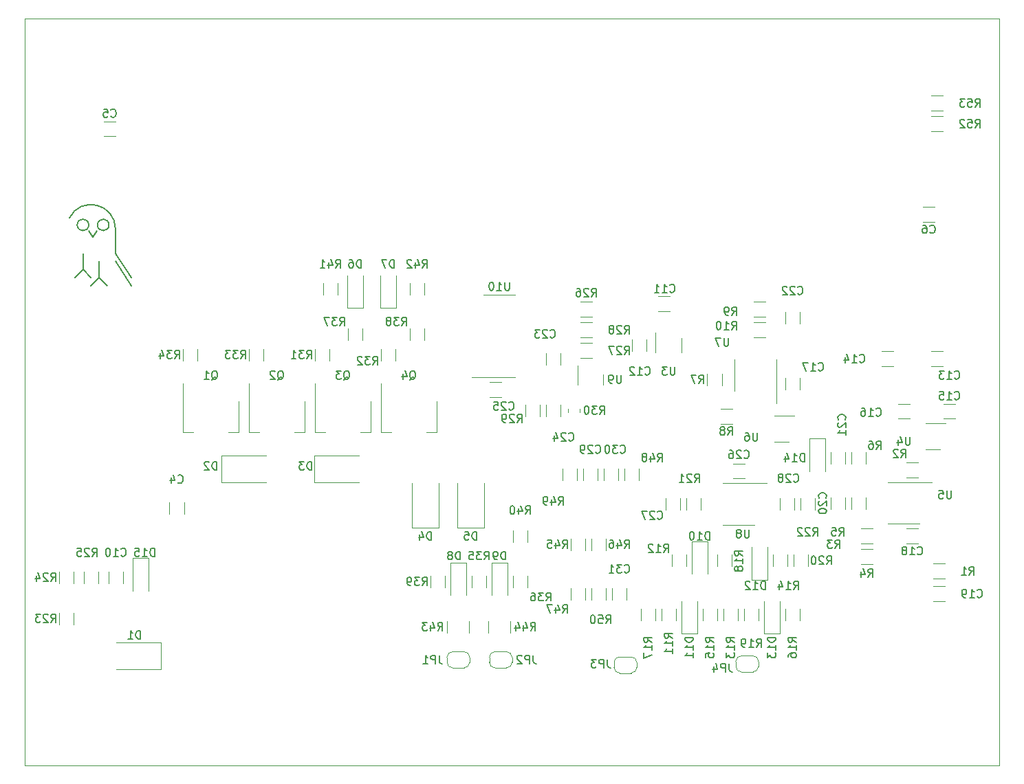
<source format=gbr>
%TF.GenerationSoftware,KiCad,Pcbnew,7.0.7*%
%TF.CreationDate,2023-11-21T19:35:23-10:00*%
%TF.ProjectId,Controller,436f6e74-726f-46c6-9c65-722e6b696361,New*%
%TF.SameCoordinates,Original*%
%TF.FileFunction,Legend,Bot*%
%TF.FilePolarity,Positive*%
%FSLAX46Y46*%
G04 Gerber Fmt 4.6, Leading zero omitted, Abs format (unit mm)*
G04 Created by KiCad (PCBNEW 7.0.7) date 2023-11-21 19:35:23*
%MOMM*%
%LPD*%
G01*
G04 APERTURE LIST*
%ADD10C,0.150000*%
%ADD11C,0.120000*%
%ADD12C,0.200000*%
%TA.AperFunction,Profile*%
%ADD13C,0.050000*%
%TD*%
G04 APERTURE END LIST*
D10*
X128978819Y-132453142D02*
X128502628Y-132119809D01*
X128978819Y-131881714D02*
X127978819Y-131881714D01*
X127978819Y-131881714D02*
X127978819Y-132262666D01*
X127978819Y-132262666D02*
X128026438Y-132357904D01*
X128026438Y-132357904D02*
X128074057Y-132405523D01*
X128074057Y-132405523D02*
X128169295Y-132453142D01*
X128169295Y-132453142D02*
X128312152Y-132453142D01*
X128312152Y-132453142D02*
X128407390Y-132405523D01*
X128407390Y-132405523D02*
X128455009Y-132357904D01*
X128455009Y-132357904D02*
X128502628Y-132262666D01*
X128502628Y-132262666D02*
X128502628Y-131881714D01*
X128978819Y-133405523D02*
X128978819Y-132834095D01*
X128978819Y-133119809D02*
X127978819Y-133119809D01*
X127978819Y-133119809D02*
X128121676Y-133024571D01*
X128121676Y-133024571D02*
X128216914Y-132929333D01*
X128216914Y-132929333D02*
X128264533Y-132834095D01*
X127978819Y-133738857D02*
X127978819Y-134357904D01*
X127978819Y-134357904D02*
X128359771Y-134024571D01*
X128359771Y-134024571D02*
X128359771Y-134167428D01*
X128359771Y-134167428D02*
X128407390Y-134262666D01*
X128407390Y-134262666D02*
X128455009Y-134310285D01*
X128455009Y-134310285D02*
X128550247Y-134357904D01*
X128550247Y-134357904D02*
X128788342Y-134357904D01*
X128788342Y-134357904D02*
X128883580Y-134310285D01*
X128883580Y-134310285D02*
X128931200Y-134262666D01*
X128931200Y-134262666D02*
X128978819Y-134167428D01*
X128978819Y-134167428D02*
X128978819Y-133881714D01*
X128978819Y-133881714D02*
X128931200Y-133786476D01*
X128931200Y-133786476D02*
X128883580Y-133738857D01*
X158630857Y-66494819D02*
X158964190Y-66018628D01*
X159202285Y-66494819D02*
X159202285Y-65494819D01*
X159202285Y-65494819D02*
X158821333Y-65494819D01*
X158821333Y-65494819D02*
X158726095Y-65542438D01*
X158726095Y-65542438D02*
X158678476Y-65590057D01*
X158678476Y-65590057D02*
X158630857Y-65685295D01*
X158630857Y-65685295D02*
X158630857Y-65828152D01*
X158630857Y-65828152D02*
X158678476Y-65923390D01*
X158678476Y-65923390D02*
X158726095Y-65971009D01*
X158726095Y-65971009D02*
X158821333Y-66018628D01*
X158821333Y-66018628D02*
X159202285Y-66018628D01*
X157726095Y-65494819D02*
X158202285Y-65494819D01*
X158202285Y-65494819D02*
X158249904Y-65971009D01*
X158249904Y-65971009D02*
X158202285Y-65923390D01*
X158202285Y-65923390D02*
X158107047Y-65875771D01*
X158107047Y-65875771D02*
X157868952Y-65875771D01*
X157868952Y-65875771D02*
X157773714Y-65923390D01*
X157773714Y-65923390D02*
X157726095Y-65971009D01*
X157726095Y-65971009D02*
X157678476Y-66066247D01*
X157678476Y-66066247D02*
X157678476Y-66304342D01*
X157678476Y-66304342D02*
X157726095Y-66399580D01*
X157726095Y-66399580D02*
X157773714Y-66447200D01*
X157773714Y-66447200D02*
X157868952Y-66494819D01*
X157868952Y-66494819D02*
X158107047Y-66494819D01*
X158107047Y-66494819D02*
X158202285Y-66447200D01*
X158202285Y-66447200D02*
X158249904Y-66399580D01*
X157345142Y-65494819D02*
X156726095Y-65494819D01*
X156726095Y-65494819D02*
X157059428Y-65875771D01*
X157059428Y-65875771D02*
X156916571Y-65875771D01*
X156916571Y-65875771D02*
X156821333Y-65923390D01*
X156821333Y-65923390D02*
X156773714Y-65971009D01*
X156773714Y-65971009D02*
X156726095Y-66066247D01*
X156726095Y-66066247D02*
X156726095Y-66304342D01*
X156726095Y-66304342D02*
X156773714Y-66399580D01*
X156773714Y-66399580D02*
X156821333Y-66447200D01*
X156821333Y-66447200D02*
X156916571Y-66494819D01*
X156916571Y-66494819D02*
X157202285Y-66494819D01*
X157202285Y-66494819D02*
X157297523Y-66447200D01*
X157297523Y-66447200D02*
X157345142Y-66399580D01*
X158630857Y-69034819D02*
X158964190Y-68558628D01*
X159202285Y-69034819D02*
X159202285Y-68034819D01*
X159202285Y-68034819D02*
X158821333Y-68034819D01*
X158821333Y-68034819D02*
X158726095Y-68082438D01*
X158726095Y-68082438D02*
X158678476Y-68130057D01*
X158678476Y-68130057D02*
X158630857Y-68225295D01*
X158630857Y-68225295D02*
X158630857Y-68368152D01*
X158630857Y-68368152D02*
X158678476Y-68463390D01*
X158678476Y-68463390D02*
X158726095Y-68511009D01*
X158726095Y-68511009D02*
X158821333Y-68558628D01*
X158821333Y-68558628D02*
X159202285Y-68558628D01*
X157726095Y-68034819D02*
X158202285Y-68034819D01*
X158202285Y-68034819D02*
X158249904Y-68511009D01*
X158249904Y-68511009D02*
X158202285Y-68463390D01*
X158202285Y-68463390D02*
X158107047Y-68415771D01*
X158107047Y-68415771D02*
X157868952Y-68415771D01*
X157868952Y-68415771D02*
X157773714Y-68463390D01*
X157773714Y-68463390D02*
X157726095Y-68511009D01*
X157726095Y-68511009D02*
X157678476Y-68606247D01*
X157678476Y-68606247D02*
X157678476Y-68844342D01*
X157678476Y-68844342D02*
X157726095Y-68939580D01*
X157726095Y-68939580D02*
X157773714Y-68987200D01*
X157773714Y-68987200D02*
X157868952Y-69034819D01*
X157868952Y-69034819D02*
X158107047Y-69034819D01*
X158107047Y-69034819D02*
X158202285Y-68987200D01*
X158202285Y-68987200D02*
X158249904Y-68939580D01*
X157297523Y-68130057D02*
X157249904Y-68082438D01*
X157249904Y-68082438D02*
X157154666Y-68034819D01*
X157154666Y-68034819D02*
X156916571Y-68034819D01*
X156916571Y-68034819D02*
X156821333Y-68082438D01*
X156821333Y-68082438D02*
X156773714Y-68130057D01*
X156773714Y-68130057D02*
X156726095Y-68225295D01*
X156726095Y-68225295D02*
X156726095Y-68320533D01*
X156726095Y-68320533D02*
X156773714Y-68463390D01*
X156773714Y-68463390D02*
X157345142Y-69034819D01*
X157345142Y-69034819D02*
X156726095Y-69034819D01*
X101314094Y-88100819D02*
X101314094Y-88910342D01*
X101314094Y-88910342D02*
X101266475Y-89005580D01*
X101266475Y-89005580D02*
X101218856Y-89053200D01*
X101218856Y-89053200D02*
X101123618Y-89100819D01*
X101123618Y-89100819D02*
X100933142Y-89100819D01*
X100933142Y-89100819D02*
X100837904Y-89053200D01*
X100837904Y-89053200D02*
X100790285Y-89005580D01*
X100790285Y-89005580D02*
X100742666Y-88910342D01*
X100742666Y-88910342D02*
X100742666Y-88100819D01*
X99742666Y-89100819D02*
X100314094Y-89100819D01*
X100028380Y-89100819D02*
X100028380Y-88100819D01*
X100028380Y-88100819D02*
X100123618Y-88243676D01*
X100123618Y-88243676D02*
X100218856Y-88338914D01*
X100218856Y-88338914D02*
X100314094Y-88386533D01*
X99123618Y-88100819D02*
X99028380Y-88100819D01*
X99028380Y-88100819D02*
X98933142Y-88148438D01*
X98933142Y-88148438D02*
X98885523Y-88196057D01*
X98885523Y-88196057D02*
X98837904Y-88291295D01*
X98837904Y-88291295D02*
X98790285Y-88481771D01*
X98790285Y-88481771D02*
X98790285Y-88719866D01*
X98790285Y-88719866D02*
X98837904Y-88910342D01*
X98837904Y-88910342D02*
X98885523Y-89005580D01*
X98885523Y-89005580D02*
X98933142Y-89053200D01*
X98933142Y-89053200D02*
X99028380Y-89100819D01*
X99028380Y-89100819D02*
X99123618Y-89100819D01*
X99123618Y-89100819D02*
X99218856Y-89053200D01*
X99218856Y-89053200D02*
X99266475Y-89005580D01*
X99266475Y-89005580D02*
X99314094Y-88910342D01*
X99314094Y-88910342D02*
X99361713Y-88719866D01*
X99361713Y-88719866D02*
X99361713Y-88481771D01*
X99361713Y-88481771D02*
X99314094Y-88291295D01*
X99314094Y-88291295D02*
X99266475Y-88196057D01*
X99266475Y-88196057D02*
X99218856Y-88148438D01*
X99218856Y-88148438D02*
X99123618Y-88100819D01*
X115061904Y-99530819D02*
X115061904Y-100340342D01*
X115061904Y-100340342D02*
X115014285Y-100435580D01*
X115014285Y-100435580D02*
X114966666Y-100483200D01*
X114966666Y-100483200D02*
X114871428Y-100530819D01*
X114871428Y-100530819D02*
X114680952Y-100530819D01*
X114680952Y-100530819D02*
X114585714Y-100483200D01*
X114585714Y-100483200D02*
X114538095Y-100435580D01*
X114538095Y-100435580D02*
X114490476Y-100340342D01*
X114490476Y-100340342D02*
X114490476Y-99530819D01*
X113966666Y-100530819D02*
X113776190Y-100530819D01*
X113776190Y-100530819D02*
X113680952Y-100483200D01*
X113680952Y-100483200D02*
X113633333Y-100435580D01*
X113633333Y-100435580D02*
X113538095Y-100292723D01*
X113538095Y-100292723D02*
X113490476Y-100102247D01*
X113490476Y-100102247D02*
X113490476Y-99721295D01*
X113490476Y-99721295D02*
X113538095Y-99626057D01*
X113538095Y-99626057D02*
X113585714Y-99578438D01*
X113585714Y-99578438D02*
X113680952Y-99530819D01*
X113680952Y-99530819D02*
X113871428Y-99530819D01*
X113871428Y-99530819D02*
X113966666Y-99578438D01*
X113966666Y-99578438D02*
X114014285Y-99626057D01*
X114014285Y-99626057D02*
X114061904Y-99721295D01*
X114061904Y-99721295D02*
X114061904Y-99959390D01*
X114061904Y-99959390D02*
X114014285Y-100054628D01*
X114014285Y-100054628D02*
X113966666Y-100102247D01*
X113966666Y-100102247D02*
X113871428Y-100149866D01*
X113871428Y-100149866D02*
X113680952Y-100149866D01*
X113680952Y-100149866D02*
X113585714Y-100102247D01*
X113585714Y-100102247D02*
X113538095Y-100054628D01*
X113538095Y-100054628D02*
X113490476Y-99959390D01*
X111386857Y-89862819D02*
X111720190Y-89386628D01*
X111958285Y-89862819D02*
X111958285Y-88862819D01*
X111958285Y-88862819D02*
X111577333Y-88862819D01*
X111577333Y-88862819D02*
X111482095Y-88910438D01*
X111482095Y-88910438D02*
X111434476Y-88958057D01*
X111434476Y-88958057D02*
X111386857Y-89053295D01*
X111386857Y-89053295D02*
X111386857Y-89196152D01*
X111386857Y-89196152D02*
X111434476Y-89291390D01*
X111434476Y-89291390D02*
X111482095Y-89339009D01*
X111482095Y-89339009D02*
X111577333Y-89386628D01*
X111577333Y-89386628D02*
X111958285Y-89386628D01*
X111005904Y-88958057D02*
X110958285Y-88910438D01*
X110958285Y-88910438D02*
X110863047Y-88862819D01*
X110863047Y-88862819D02*
X110624952Y-88862819D01*
X110624952Y-88862819D02*
X110529714Y-88910438D01*
X110529714Y-88910438D02*
X110482095Y-88958057D01*
X110482095Y-88958057D02*
X110434476Y-89053295D01*
X110434476Y-89053295D02*
X110434476Y-89148533D01*
X110434476Y-89148533D02*
X110482095Y-89291390D01*
X110482095Y-89291390D02*
X111053523Y-89862819D01*
X111053523Y-89862819D02*
X110434476Y-89862819D01*
X109577333Y-88862819D02*
X109767809Y-88862819D01*
X109767809Y-88862819D02*
X109863047Y-88910438D01*
X109863047Y-88910438D02*
X109910666Y-88958057D01*
X109910666Y-88958057D02*
X110005904Y-89100914D01*
X110005904Y-89100914D02*
X110053523Y-89291390D01*
X110053523Y-89291390D02*
X110053523Y-89672342D01*
X110053523Y-89672342D02*
X110005904Y-89767580D01*
X110005904Y-89767580D02*
X109958285Y-89815200D01*
X109958285Y-89815200D02*
X109863047Y-89862819D01*
X109863047Y-89862819D02*
X109672571Y-89862819D01*
X109672571Y-89862819D02*
X109577333Y-89815200D01*
X109577333Y-89815200D02*
X109529714Y-89767580D01*
X109529714Y-89767580D02*
X109482095Y-89672342D01*
X109482095Y-89672342D02*
X109482095Y-89434247D01*
X109482095Y-89434247D02*
X109529714Y-89339009D01*
X109529714Y-89339009D02*
X109577333Y-89291390D01*
X109577333Y-89291390D02*
X109672571Y-89243771D01*
X109672571Y-89243771D02*
X109863047Y-89243771D01*
X109863047Y-89243771D02*
X109958285Y-89291390D01*
X109958285Y-89291390D02*
X110005904Y-89339009D01*
X110005904Y-89339009D02*
X110053523Y-89434247D01*
X115450857Y-94434819D02*
X115784190Y-93958628D01*
X116022285Y-94434819D02*
X116022285Y-93434819D01*
X116022285Y-93434819D02*
X115641333Y-93434819D01*
X115641333Y-93434819D02*
X115546095Y-93482438D01*
X115546095Y-93482438D02*
X115498476Y-93530057D01*
X115498476Y-93530057D02*
X115450857Y-93625295D01*
X115450857Y-93625295D02*
X115450857Y-93768152D01*
X115450857Y-93768152D02*
X115498476Y-93863390D01*
X115498476Y-93863390D02*
X115546095Y-93911009D01*
X115546095Y-93911009D02*
X115641333Y-93958628D01*
X115641333Y-93958628D02*
X116022285Y-93958628D01*
X115069904Y-93530057D02*
X115022285Y-93482438D01*
X115022285Y-93482438D02*
X114927047Y-93434819D01*
X114927047Y-93434819D02*
X114688952Y-93434819D01*
X114688952Y-93434819D02*
X114593714Y-93482438D01*
X114593714Y-93482438D02*
X114546095Y-93530057D01*
X114546095Y-93530057D02*
X114498476Y-93625295D01*
X114498476Y-93625295D02*
X114498476Y-93720533D01*
X114498476Y-93720533D02*
X114546095Y-93863390D01*
X114546095Y-93863390D02*
X115117523Y-94434819D01*
X115117523Y-94434819D02*
X114498476Y-94434819D01*
X113927047Y-93863390D02*
X114022285Y-93815771D01*
X114022285Y-93815771D02*
X114069904Y-93768152D01*
X114069904Y-93768152D02*
X114117523Y-93672914D01*
X114117523Y-93672914D02*
X114117523Y-93625295D01*
X114117523Y-93625295D02*
X114069904Y-93530057D01*
X114069904Y-93530057D02*
X114022285Y-93482438D01*
X114022285Y-93482438D02*
X113927047Y-93434819D01*
X113927047Y-93434819D02*
X113736571Y-93434819D01*
X113736571Y-93434819D02*
X113641333Y-93482438D01*
X113641333Y-93482438D02*
X113593714Y-93530057D01*
X113593714Y-93530057D02*
X113546095Y-93625295D01*
X113546095Y-93625295D02*
X113546095Y-93672914D01*
X113546095Y-93672914D02*
X113593714Y-93768152D01*
X113593714Y-93768152D02*
X113641333Y-93815771D01*
X113641333Y-93815771D02*
X113736571Y-93863390D01*
X113736571Y-93863390D02*
X113927047Y-93863390D01*
X113927047Y-93863390D02*
X114022285Y-93911009D01*
X114022285Y-93911009D02*
X114069904Y-93958628D01*
X114069904Y-93958628D02*
X114117523Y-94053866D01*
X114117523Y-94053866D02*
X114117523Y-94244342D01*
X114117523Y-94244342D02*
X114069904Y-94339580D01*
X114069904Y-94339580D02*
X114022285Y-94387200D01*
X114022285Y-94387200D02*
X113927047Y-94434819D01*
X113927047Y-94434819D02*
X113736571Y-94434819D01*
X113736571Y-94434819D02*
X113641333Y-94387200D01*
X113641333Y-94387200D02*
X113593714Y-94339580D01*
X113593714Y-94339580D02*
X113546095Y-94244342D01*
X113546095Y-94244342D02*
X113546095Y-94053866D01*
X113546095Y-94053866D02*
X113593714Y-93958628D01*
X113593714Y-93958628D02*
X113641333Y-93911009D01*
X113641333Y-93911009D02*
X113736571Y-93863390D01*
X115450857Y-96974819D02*
X115784190Y-96498628D01*
X116022285Y-96974819D02*
X116022285Y-95974819D01*
X116022285Y-95974819D02*
X115641333Y-95974819D01*
X115641333Y-95974819D02*
X115546095Y-96022438D01*
X115546095Y-96022438D02*
X115498476Y-96070057D01*
X115498476Y-96070057D02*
X115450857Y-96165295D01*
X115450857Y-96165295D02*
X115450857Y-96308152D01*
X115450857Y-96308152D02*
X115498476Y-96403390D01*
X115498476Y-96403390D02*
X115546095Y-96451009D01*
X115546095Y-96451009D02*
X115641333Y-96498628D01*
X115641333Y-96498628D02*
X116022285Y-96498628D01*
X115069904Y-96070057D02*
X115022285Y-96022438D01*
X115022285Y-96022438D02*
X114927047Y-95974819D01*
X114927047Y-95974819D02*
X114688952Y-95974819D01*
X114688952Y-95974819D02*
X114593714Y-96022438D01*
X114593714Y-96022438D02*
X114546095Y-96070057D01*
X114546095Y-96070057D02*
X114498476Y-96165295D01*
X114498476Y-96165295D02*
X114498476Y-96260533D01*
X114498476Y-96260533D02*
X114546095Y-96403390D01*
X114546095Y-96403390D02*
X115117523Y-96974819D01*
X115117523Y-96974819D02*
X114498476Y-96974819D01*
X114165142Y-95974819D02*
X113498476Y-95974819D01*
X113498476Y-95974819D02*
X113927047Y-96974819D01*
X106306857Y-94847580D02*
X106354476Y-94895200D01*
X106354476Y-94895200D02*
X106497333Y-94942819D01*
X106497333Y-94942819D02*
X106592571Y-94942819D01*
X106592571Y-94942819D02*
X106735428Y-94895200D01*
X106735428Y-94895200D02*
X106830666Y-94799961D01*
X106830666Y-94799961D02*
X106878285Y-94704723D01*
X106878285Y-94704723D02*
X106925904Y-94514247D01*
X106925904Y-94514247D02*
X106925904Y-94371390D01*
X106925904Y-94371390D02*
X106878285Y-94180914D01*
X106878285Y-94180914D02*
X106830666Y-94085676D01*
X106830666Y-94085676D02*
X106735428Y-93990438D01*
X106735428Y-93990438D02*
X106592571Y-93942819D01*
X106592571Y-93942819D02*
X106497333Y-93942819D01*
X106497333Y-93942819D02*
X106354476Y-93990438D01*
X106354476Y-93990438D02*
X106306857Y-94038057D01*
X105925904Y-94038057D02*
X105878285Y-93990438D01*
X105878285Y-93990438D02*
X105783047Y-93942819D01*
X105783047Y-93942819D02*
X105544952Y-93942819D01*
X105544952Y-93942819D02*
X105449714Y-93990438D01*
X105449714Y-93990438D02*
X105402095Y-94038057D01*
X105402095Y-94038057D02*
X105354476Y-94133295D01*
X105354476Y-94133295D02*
X105354476Y-94228533D01*
X105354476Y-94228533D02*
X105402095Y-94371390D01*
X105402095Y-94371390D02*
X105973523Y-94942819D01*
X105973523Y-94942819D02*
X105354476Y-94942819D01*
X105021142Y-93942819D02*
X104402095Y-93942819D01*
X104402095Y-93942819D02*
X104735428Y-94323771D01*
X104735428Y-94323771D02*
X104592571Y-94323771D01*
X104592571Y-94323771D02*
X104497333Y-94371390D01*
X104497333Y-94371390D02*
X104449714Y-94419009D01*
X104449714Y-94419009D02*
X104402095Y-94514247D01*
X104402095Y-94514247D02*
X104402095Y-94752342D01*
X104402095Y-94752342D02*
X104449714Y-94847580D01*
X104449714Y-94847580D02*
X104497333Y-94895200D01*
X104497333Y-94895200D02*
X104592571Y-94942819D01*
X104592571Y-94942819D02*
X104878285Y-94942819D01*
X104878285Y-94942819D02*
X104973523Y-94895200D01*
X104973523Y-94895200D02*
X105021142Y-94847580D01*
X107830857Y-128851819D02*
X108164190Y-128375628D01*
X108402285Y-128851819D02*
X108402285Y-127851819D01*
X108402285Y-127851819D02*
X108021333Y-127851819D01*
X108021333Y-127851819D02*
X107926095Y-127899438D01*
X107926095Y-127899438D02*
X107878476Y-127947057D01*
X107878476Y-127947057D02*
X107830857Y-128042295D01*
X107830857Y-128042295D02*
X107830857Y-128185152D01*
X107830857Y-128185152D02*
X107878476Y-128280390D01*
X107878476Y-128280390D02*
X107926095Y-128328009D01*
X107926095Y-128328009D02*
X108021333Y-128375628D01*
X108021333Y-128375628D02*
X108402285Y-128375628D01*
X106973714Y-128185152D02*
X106973714Y-128851819D01*
X107211809Y-127804200D02*
X107449904Y-128518485D01*
X107449904Y-128518485D02*
X106830857Y-128518485D01*
X106545142Y-127851819D02*
X105878476Y-127851819D01*
X105878476Y-127851819D02*
X106307047Y-128851819D01*
X111894857Y-109071580D02*
X111942476Y-109119200D01*
X111942476Y-109119200D02*
X112085333Y-109166819D01*
X112085333Y-109166819D02*
X112180571Y-109166819D01*
X112180571Y-109166819D02*
X112323428Y-109119200D01*
X112323428Y-109119200D02*
X112418666Y-109023961D01*
X112418666Y-109023961D02*
X112466285Y-108928723D01*
X112466285Y-108928723D02*
X112513904Y-108738247D01*
X112513904Y-108738247D02*
X112513904Y-108595390D01*
X112513904Y-108595390D02*
X112466285Y-108404914D01*
X112466285Y-108404914D02*
X112418666Y-108309676D01*
X112418666Y-108309676D02*
X112323428Y-108214438D01*
X112323428Y-108214438D02*
X112180571Y-108166819D01*
X112180571Y-108166819D02*
X112085333Y-108166819D01*
X112085333Y-108166819D02*
X111942476Y-108214438D01*
X111942476Y-108214438D02*
X111894857Y-108262057D01*
X111513904Y-108262057D02*
X111466285Y-108214438D01*
X111466285Y-108214438D02*
X111371047Y-108166819D01*
X111371047Y-108166819D02*
X111132952Y-108166819D01*
X111132952Y-108166819D02*
X111037714Y-108214438D01*
X111037714Y-108214438D02*
X110990095Y-108262057D01*
X110990095Y-108262057D02*
X110942476Y-108357295D01*
X110942476Y-108357295D02*
X110942476Y-108452533D01*
X110942476Y-108452533D02*
X110990095Y-108595390D01*
X110990095Y-108595390D02*
X111561523Y-109166819D01*
X111561523Y-109166819D02*
X110942476Y-109166819D01*
X110466285Y-109166819D02*
X110275809Y-109166819D01*
X110275809Y-109166819D02*
X110180571Y-109119200D01*
X110180571Y-109119200D02*
X110132952Y-109071580D01*
X110132952Y-109071580D02*
X110037714Y-108928723D01*
X110037714Y-108928723D02*
X109990095Y-108738247D01*
X109990095Y-108738247D02*
X109990095Y-108357295D01*
X109990095Y-108357295D02*
X110037714Y-108262057D01*
X110037714Y-108262057D02*
X110085333Y-108214438D01*
X110085333Y-108214438D02*
X110180571Y-108166819D01*
X110180571Y-108166819D02*
X110371047Y-108166819D01*
X110371047Y-108166819D02*
X110466285Y-108214438D01*
X110466285Y-108214438D02*
X110513904Y-108262057D01*
X110513904Y-108262057D02*
X110561523Y-108357295D01*
X110561523Y-108357295D02*
X110561523Y-108595390D01*
X110561523Y-108595390D02*
X110513904Y-108690628D01*
X110513904Y-108690628D02*
X110466285Y-108738247D01*
X110466285Y-108738247D02*
X110371047Y-108785866D01*
X110371047Y-108785866D02*
X110180571Y-108785866D01*
X110180571Y-108785866D02*
X110085333Y-108738247D01*
X110085333Y-108738247D02*
X110037714Y-108690628D01*
X110037714Y-108690628D02*
X109990095Y-108595390D01*
X114942857Y-109071580D02*
X114990476Y-109119200D01*
X114990476Y-109119200D02*
X115133333Y-109166819D01*
X115133333Y-109166819D02*
X115228571Y-109166819D01*
X115228571Y-109166819D02*
X115371428Y-109119200D01*
X115371428Y-109119200D02*
X115466666Y-109023961D01*
X115466666Y-109023961D02*
X115514285Y-108928723D01*
X115514285Y-108928723D02*
X115561904Y-108738247D01*
X115561904Y-108738247D02*
X115561904Y-108595390D01*
X115561904Y-108595390D02*
X115514285Y-108404914D01*
X115514285Y-108404914D02*
X115466666Y-108309676D01*
X115466666Y-108309676D02*
X115371428Y-108214438D01*
X115371428Y-108214438D02*
X115228571Y-108166819D01*
X115228571Y-108166819D02*
X115133333Y-108166819D01*
X115133333Y-108166819D02*
X114990476Y-108214438D01*
X114990476Y-108214438D02*
X114942857Y-108262057D01*
X114609523Y-108166819D02*
X113990476Y-108166819D01*
X113990476Y-108166819D02*
X114323809Y-108547771D01*
X114323809Y-108547771D02*
X114180952Y-108547771D01*
X114180952Y-108547771D02*
X114085714Y-108595390D01*
X114085714Y-108595390D02*
X114038095Y-108643009D01*
X114038095Y-108643009D02*
X113990476Y-108738247D01*
X113990476Y-108738247D02*
X113990476Y-108976342D01*
X113990476Y-108976342D02*
X114038095Y-109071580D01*
X114038095Y-109071580D02*
X114085714Y-109119200D01*
X114085714Y-109119200D02*
X114180952Y-109166819D01*
X114180952Y-109166819D02*
X114466666Y-109166819D01*
X114466666Y-109166819D02*
X114561904Y-109119200D01*
X114561904Y-109119200D02*
X114609523Y-109071580D01*
X113371428Y-108166819D02*
X113276190Y-108166819D01*
X113276190Y-108166819D02*
X113180952Y-108214438D01*
X113180952Y-108214438D02*
X113133333Y-108262057D01*
X113133333Y-108262057D02*
X113085714Y-108357295D01*
X113085714Y-108357295D02*
X113038095Y-108547771D01*
X113038095Y-108547771D02*
X113038095Y-108785866D01*
X113038095Y-108785866D02*
X113085714Y-108976342D01*
X113085714Y-108976342D02*
X113133333Y-109071580D01*
X113133333Y-109071580D02*
X113180952Y-109119200D01*
X113180952Y-109119200D02*
X113276190Y-109166819D01*
X113276190Y-109166819D02*
X113371428Y-109166819D01*
X113371428Y-109166819D02*
X113466666Y-109119200D01*
X113466666Y-109119200D02*
X113514285Y-109071580D01*
X113514285Y-109071580D02*
X113561904Y-108976342D01*
X113561904Y-108976342D02*
X113609523Y-108785866D01*
X113609523Y-108785866D02*
X113609523Y-108547771D01*
X113609523Y-108547771D02*
X113561904Y-108357295D01*
X113561904Y-108357295D02*
X113514285Y-108262057D01*
X113514285Y-108262057D02*
X113466666Y-108214438D01*
X113466666Y-108214438D02*
X113371428Y-108166819D01*
X115450857Y-123803580D02*
X115498476Y-123851200D01*
X115498476Y-123851200D02*
X115641333Y-123898819D01*
X115641333Y-123898819D02*
X115736571Y-123898819D01*
X115736571Y-123898819D02*
X115879428Y-123851200D01*
X115879428Y-123851200D02*
X115974666Y-123755961D01*
X115974666Y-123755961D02*
X116022285Y-123660723D01*
X116022285Y-123660723D02*
X116069904Y-123470247D01*
X116069904Y-123470247D02*
X116069904Y-123327390D01*
X116069904Y-123327390D02*
X116022285Y-123136914D01*
X116022285Y-123136914D02*
X115974666Y-123041676D01*
X115974666Y-123041676D02*
X115879428Y-122946438D01*
X115879428Y-122946438D02*
X115736571Y-122898819D01*
X115736571Y-122898819D02*
X115641333Y-122898819D01*
X115641333Y-122898819D02*
X115498476Y-122946438D01*
X115498476Y-122946438D02*
X115450857Y-122994057D01*
X115117523Y-122898819D02*
X114498476Y-122898819D01*
X114498476Y-122898819D02*
X114831809Y-123279771D01*
X114831809Y-123279771D02*
X114688952Y-123279771D01*
X114688952Y-123279771D02*
X114593714Y-123327390D01*
X114593714Y-123327390D02*
X114546095Y-123375009D01*
X114546095Y-123375009D02*
X114498476Y-123470247D01*
X114498476Y-123470247D02*
X114498476Y-123708342D01*
X114498476Y-123708342D02*
X114546095Y-123803580D01*
X114546095Y-123803580D02*
X114593714Y-123851200D01*
X114593714Y-123851200D02*
X114688952Y-123898819D01*
X114688952Y-123898819D02*
X114974666Y-123898819D01*
X114974666Y-123898819D02*
X115069904Y-123851200D01*
X115069904Y-123851200D02*
X115117523Y-123803580D01*
X113546095Y-123898819D02*
X114117523Y-123898819D01*
X113831809Y-123898819D02*
X113831809Y-122898819D01*
X113831809Y-122898819D02*
X113927047Y-123041676D01*
X113927047Y-123041676D02*
X114022285Y-123136914D01*
X114022285Y-123136914D02*
X114117523Y-123184533D01*
X119514857Y-110182819D02*
X119848190Y-109706628D01*
X120086285Y-110182819D02*
X120086285Y-109182819D01*
X120086285Y-109182819D02*
X119705333Y-109182819D01*
X119705333Y-109182819D02*
X119610095Y-109230438D01*
X119610095Y-109230438D02*
X119562476Y-109278057D01*
X119562476Y-109278057D02*
X119514857Y-109373295D01*
X119514857Y-109373295D02*
X119514857Y-109516152D01*
X119514857Y-109516152D02*
X119562476Y-109611390D01*
X119562476Y-109611390D02*
X119610095Y-109659009D01*
X119610095Y-109659009D02*
X119705333Y-109706628D01*
X119705333Y-109706628D02*
X120086285Y-109706628D01*
X118657714Y-109516152D02*
X118657714Y-110182819D01*
X118895809Y-109135200D02*
X119133904Y-109849485D01*
X119133904Y-109849485D02*
X118514857Y-109849485D01*
X117991047Y-109611390D02*
X118086285Y-109563771D01*
X118086285Y-109563771D02*
X118133904Y-109516152D01*
X118133904Y-109516152D02*
X118181523Y-109420914D01*
X118181523Y-109420914D02*
X118181523Y-109373295D01*
X118181523Y-109373295D02*
X118133904Y-109278057D01*
X118133904Y-109278057D02*
X118086285Y-109230438D01*
X118086285Y-109230438D02*
X117991047Y-109182819D01*
X117991047Y-109182819D02*
X117800571Y-109182819D01*
X117800571Y-109182819D02*
X117705333Y-109230438D01*
X117705333Y-109230438D02*
X117657714Y-109278057D01*
X117657714Y-109278057D02*
X117610095Y-109373295D01*
X117610095Y-109373295D02*
X117610095Y-109420914D01*
X117610095Y-109420914D02*
X117657714Y-109516152D01*
X117657714Y-109516152D02*
X117705333Y-109563771D01*
X117705333Y-109563771D02*
X117800571Y-109611390D01*
X117800571Y-109611390D02*
X117991047Y-109611390D01*
X117991047Y-109611390D02*
X118086285Y-109659009D01*
X118086285Y-109659009D02*
X118133904Y-109706628D01*
X118133904Y-109706628D02*
X118181523Y-109801866D01*
X118181523Y-109801866D02*
X118181523Y-109992342D01*
X118181523Y-109992342D02*
X118133904Y-110087580D01*
X118133904Y-110087580D02*
X118086285Y-110135200D01*
X118086285Y-110135200D02*
X117991047Y-110182819D01*
X117991047Y-110182819D02*
X117800571Y-110182819D01*
X117800571Y-110182819D02*
X117705333Y-110135200D01*
X117705333Y-110135200D02*
X117657714Y-110087580D01*
X117657714Y-110087580D02*
X117610095Y-109992342D01*
X117610095Y-109992342D02*
X117610095Y-109801866D01*
X117610095Y-109801866D02*
X117657714Y-109706628D01*
X117657714Y-109706628D02*
X117705333Y-109659009D01*
X117705333Y-109659009D02*
X117800571Y-109611390D01*
X107322857Y-115516819D02*
X107656190Y-115040628D01*
X107894285Y-115516819D02*
X107894285Y-114516819D01*
X107894285Y-114516819D02*
X107513333Y-114516819D01*
X107513333Y-114516819D02*
X107418095Y-114564438D01*
X107418095Y-114564438D02*
X107370476Y-114612057D01*
X107370476Y-114612057D02*
X107322857Y-114707295D01*
X107322857Y-114707295D02*
X107322857Y-114850152D01*
X107322857Y-114850152D02*
X107370476Y-114945390D01*
X107370476Y-114945390D02*
X107418095Y-114993009D01*
X107418095Y-114993009D02*
X107513333Y-115040628D01*
X107513333Y-115040628D02*
X107894285Y-115040628D01*
X106465714Y-114850152D02*
X106465714Y-115516819D01*
X106703809Y-114469200D02*
X106941904Y-115183485D01*
X106941904Y-115183485D02*
X106322857Y-115183485D01*
X105894285Y-115516819D02*
X105703809Y-115516819D01*
X105703809Y-115516819D02*
X105608571Y-115469200D01*
X105608571Y-115469200D02*
X105560952Y-115421580D01*
X105560952Y-115421580D02*
X105465714Y-115278723D01*
X105465714Y-115278723D02*
X105418095Y-115088247D01*
X105418095Y-115088247D02*
X105418095Y-114707295D01*
X105418095Y-114707295D02*
X105465714Y-114612057D01*
X105465714Y-114612057D02*
X105513333Y-114564438D01*
X105513333Y-114564438D02*
X105608571Y-114516819D01*
X105608571Y-114516819D02*
X105799047Y-114516819D01*
X105799047Y-114516819D02*
X105894285Y-114564438D01*
X105894285Y-114564438D02*
X105941904Y-114612057D01*
X105941904Y-114612057D02*
X105989523Y-114707295D01*
X105989523Y-114707295D02*
X105989523Y-114945390D01*
X105989523Y-114945390D02*
X105941904Y-115040628D01*
X105941904Y-115040628D02*
X105894285Y-115088247D01*
X105894285Y-115088247D02*
X105799047Y-115135866D01*
X105799047Y-115135866D02*
X105608571Y-115135866D01*
X105608571Y-115135866D02*
X105513333Y-115088247D01*
X105513333Y-115088247D02*
X105465714Y-115040628D01*
X105465714Y-115040628D02*
X105418095Y-114945390D01*
X113164857Y-130121819D02*
X113498190Y-129645628D01*
X113736285Y-130121819D02*
X113736285Y-129121819D01*
X113736285Y-129121819D02*
X113355333Y-129121819D01*
X113355333Y-129121819D02*
X113260095Y-129169438D01*
X113260095Y-129169438D02*
X113212476Y-129217057D01*
X113212476Y-129217057D02*
X113164857Y-129312295D01*
X113164857Y-129312295D02*
X113164857Y-129455152D01*
X113164857Y-129455152D02*
X113212476Y-129550390D01*
X113212476Y-129550390D02*
X113260095Y-129598009D01*
X113260095Y-129598009D02*
X113355333Y-129645628D01*
X113355333Y-129645628D02*
X113736285Y-129645628D01*
X112260095Y-129121819D02*
X112736285Y-129121819D01*
X112736285Y-129121819D02*
X112783904Y-129598009D01*
X112783904Y-129598009D02*
X112736285Y-129550390D01*
X112736285Y-129550390D02*
X112641047Y-129502771D01*
X112641047Y-129502771D02*
X112402952Y-129502771D01*
X112402952Y-129502771D02*
X112307714Y-129550390D01*
X112307714Y-129550390D02*
X112260095Y-129598009D01*
X112260095Y-129598009D02*
X112212476Y-129693247D01*
X112212476Y-129693247D02*
X112212476Y-129931342D01*
X112212476Y-129931342D02*
X112260095Y-130026580D01*
X112260095Y-130026580D02*
X112307714Y-130074200D01*
X112307714Y-130074200D02*
X112402952Y-130121819D01*
X112402952Y-130121819D02*
X112641047Y-130121819D01*
X112641047Y-130121819D02*
X112736285Y-130074200D01*
X112736285Y-130074200D02*
X112783904Y-130026580D01*
X111593428Y-129121819D02*
X111498190Y-129121819D01*
X111498190Y-129121819D02*
X111402952Y-129169438D01*
X111402952Y-129169438D02*
X111355333Y-129217057D01*
X111355333Y-129217057D02*
X111307714Y-129312295D01*
X111307714Y-129312295D02*
X111260095Y-129502771D01*
X111260095Y-129502771D02*
X111260095Y-129740866D01*
X111260095Y-129740866D02*
X111307714Y-129931342D01*
X111307714Y-129931342D02*
X111355333Y-130026580D01*
X111355333Y-130026580D02*
X111402952Y-130074200D01*
X111402952Y-130074200D02*
X111498190Y-130121819D01*
X111498190Y-130121819D02*
X111593428Y-130121819D01*
X111593428Y-130121819D02*
X111688666Y-130074200D01*
X111688666Y-130074200D02*
X111736285Y-130026580D01*
X111736285Y-130026580D02*
X111783904Y-129931342D01*
X111783904Y-129931342D02*
X111831523Y-129740866D01*
X111831523Y-129740866D02*
X111831523Y-129502771D01*
X111831523Y-129502771D02*
X111783904Y-129312295D01*
X111783904Y-129312295D02*
X111736285Y-129217057D01*
X111736285Y-129217057D02*
X111688666Y-129169438D01*
X111688666Y-129169438D02*
X111593428Y-129121819D01*
X64611238Y-100118057D02*
X64706476Y-100070438D01*
X64706476Y-100070438D02*
X64801714Y-99975200D01*
X64801714Y-99975200D02*
X64944571Y-99832342D01*
X64944571Y-99832342D02*
X65039809Y-99784723D01*
X65039809Y-99784723D02*
X65135047Y-99784723D01*
X65087428Y-100022819D02*
X65182666Y-99975200D01*
X65182666Y-99975200D02*
X65277904Y-99879961D01*
X65277904Y-99879961D02*
X65325523Y-99689485D01*
X65325523Y-99689485D02*
X65325523Y-99356152D01*
X65325523Y-99356152D02*
X65277904Y-99165676D01*
X65277904Y-99165676D02*
X65182666Y-99070438D01*
X65182666Y-99070438D02*
X65087428Y-99022819D01*
X65087428Y-99022819D02*
X64896952Y-99022819D01*
X64896952Y-99022819D02*
X64801714Y-99070438D01*
X64801714Y-99070438D02*
X64706476Y-99165676D01*
X64706476Y-99165676D02*
X64658857Y-99356152D01*
X64658857Y-99356152D02*
X64658857Y-99689485D01*
X64658857Y-99689485D02*
X64706476Y-99879961D01*
X64706476Y-99879961D02*
X64801714Y-99975200D01*
X64801714Y-99975200D02*
X64896952Y-100022819D01*
X64896952Y-100022819D02*
X65087428Y-100022819D01*
X63706476Y-100022819D02*
X64277904Y-100022819D01*
X63992190Y-100022819D02*
X63992190Y-99022819D01*
X63992190Y-99022819D02*
X64087428Y-99165676D01*
X64087428Y-99165676D02*
X64182666Y-99260914D01*
X64182666Y-99260914D02*
X64277904Y-99308533D01*
X52236666Y-67669580D02*
X52284285Y-67717200D01*
X52284285Y-67717200D02*
X52427142Y-67764819D01*
X52427142Y-67764819D02*
X52522380Y-67764819D01*
X52522380Y-67764819D02*
X52665237Y-67717200D01*
X52665237Y-67717200D02*
X52760475Y-67621961D01*
X52760475Y-67621961D02*
X52808094Y-67526723D01*
X52808094Y-67526723D02*
X52855713Y-67336247D01*
X52855713Y-67336247D02*
X52855713Y-67193390D01*
X52855713Y-67193390D02*
X52808094Y-67002914D01*
X52808094Y-67002914D02*
X52760475Y-66907676D01*
X52760475Y-66907676D02*
X52665237Y-66812438D01*
X52665237Y-66812438D02*
X52522380Y-66764819D01*
X52522380Y-66764819D02*
X52427142Y-66764819D01*
X52427142Y-66764819D02*
X52284285Y-66812438D01*
X52284285Y-66812438D02*
X52236666Y-66860057D01*
X51331904Y-66764819D02*
X51808094Y-66764819D01*
X51808094Y-66764819D02*
X51855713Y-67241009D01*
X51855713Y-67241009D02*
X51808094Y-67193390D01*
X51808094Y-67193390D02*
X51712856Y-67145771D01*
X51712856Y-67145771D02*
X51474761Y-67145771D01*
X51474761Y-67145771D02*
X51379523Y-67193390D01*
X51379523Y-67193390D02*
X51331904Y-67241009D01*
X51331904Y-67241009D02*
X51284285Y-67336247D01*
X51284285Y-67336247D02*
X51284285Y-67574342D01*
X51284285Y-67574342D02*
X51331904Y-67669580D01*
X51331904Y-67669580D02*
X51379523Y-67717200D01*
X51379523Y-67717200D02*
X51474761Y-67764819D01*
X51474761Y-67764819D02*
X51712856Y-67764819D01*
X51712856Y-67764819D02*
X51808094Y-67717200D01*
X51808094Y-67717200D02*
X51855713Y-67669580D01*
X55856094Y-132026819D02*
X55856094Y-131026819D01*
X55856094Y-131026819D02*
X55617999Y-131026819D01*
X55617999Y-131026819D02*
X55475142Y-131074438D01*
X55475142Y-131074438D02*
X55379904Y-131169676D01*
X55379904Y-131169676D02*
X55332285Y-131264914D01*
X55332285Y-131264914D02*
X55284666Y-131455390D01*
X55284666Y-131455390D02*
X55284666Y-131598247D01*
X55284666Y-131598247D02*
X55332285Y-131788723D01*
X55332285Y-131788723D02*
X55379904Y-131883961D01*
X55379904Y-131883961D02*
X55475142Y-131979200D01*
X55475142Y-131979200D02*
X55617999Y-132026819D01*
X55617999Y-132026819D02*
X55856094Y-132026819D01*
X54332285Y-132026819D02*
X54903713Y-132026819D01*
X54617999Y-132026819D02*
X54617999Y-131026819D01*
X54617999Y-131026819D02*
X54713237Y-131169676D01*
X54713237Y-131169676D02*
X54808475Y-131264914D01*
X54808475Y-131264914D02*
X54903713Y-131312533D01*
X60491666Y-112754580D02*
X60539285Y-112802200D01*
X60539285Y-112802200D02*
X60682142Y-112849819D01*
X60682142Y-112849819D02*
X60777380Y-112849819D01*
X60777380Y-112849819D02*
X60920237Y-112802200D01*
X60920237Y-112802200D02*
X61015475Y-112706961D01*
X61015475Y-112706961D02*
X61063094Y-112611723D01*
X61063094Y-112611723D02*
X61110713Y-112421247D01*
X61110713Y-112421247D02*
X61110713Y-112278390D01*
X61110713Y-112278390D02*
X61063094Y-112087914D01*
X61063094Y-112087914D02*
X61015475Y-111992676D01*
X61015475Y-111992676D02*
X60920237Y-111897438D01*
X60920237Y-111897438D02*
X60777380Y-111849819D01*
X60777380Y-111849819D02*
X60682142Y-111849819D01*
X60682142Y-111849819D02*
X60539285Y-111897438D01*
X60539285Y-111897438D02*
X60491666Y-111945057D01*
X59634523Y-112183152D02*
X59634523Y-112849819D01*
X59872618Y-111802200D02*
X60110713Y-112516485D01*
X60110713Y-112516485D02*
X59491666Y-112516485D01*
X80867238Y-100118057D02*
X80962476Y-100070438D01*
X80962476Y-100070438D02*
X81057714Y-99975200D01*
X81057714Y-99975200D02*
X81200571Y-99832342D01*
X81200571Y-99832342D02*
X81295809Y-99784723D01*
X81295809Y-99784723D02*
X81391047Y-99784723D01*
X81343428Y-100022819D02*
X81438666Y-99975200D01*
X81438666Y-99975200D02*
X81533904Y-99879961D01*
X81533904Y-99879961D02*
X81581523Y-99689485D01*
X81581523Y-99689485D02*
X81581523Y-99356152D01*
X81581523Y-99356152D02*
X81533904Y-99165676D01*
X81533904Y-99165676D02*
X81438666Y-99070438D01*
X81438666Y-99070438D02*
X81343428Y-99022819D01*
X81343428Y-99022819D02*
X81152952Y-99022819D01*
X81152952Y-99022819D02*
X81057714Y-99070438D01*
X81057714Y-99070438D02*
X80962476Y-99165676D01*
X80962476Y-99165676D02*
X80914857Y-99356152D01*
X80914857Y-99356152D02*
X80914857Y-99689485D01*
X80914857Y-99689485D02*
X80962476Y-99879961D01*
X80962476Y-99879961D02*
X81057714Y-99975200D01*
X81057714Y-99975200D02*
X81152952Y-100022819D01*
X81152952Y-100022819D02*
X81343428Y-100022819D01*
X80581523Y-99022819D02*
X79962476Y-99022819D01*
X79962476Y-99022819D02*
X80295809Y-99403771D01*
X80295809Y-99403771D02*
X80152952Y-99403771D01*
X80152952Y-99403771D02*
X80057714Y-99451390D01*
X80057714Y-99451390D02*
X80010095Y-99499009D01*
X80010095Y-99499009D02*
X79962476Y-99594247D01*
X79962476Y-99594247D02*
X79962476Y-99832342D01*
X79962476Y-99832342D02*
X80010095Y-99927580D01*
X80010095Y-99927580D02*
X80057714Y-99975200D01*
X80057714Y-99975200D02*
X80152952Y-100022819D01*
X80152952Y-100022819D02*
X80438666Y-100022819D01*
X80438666Y-100022819D02*
X80533904Y-99975200D01*
X80533904Y-99975200D02*
X80581523Y-99927580D01*
X65254094Y-111198819D02*
X65254094Y-110198819D01*
X65254094Y-110198819D02*
X65015999Y-110198819D01*
X65015999Y-110198819D02*
X64873142Y-110246438D01*
X64873142Y-110246438D02*
X64777904Y-110341676D01*
X64777904Y-110341676D02*
X64730285Y-110436914D01*
X64730285Y-110436914D02*
X64682666Y-110627390D01*
X64682666Y-110627390D02*
X64682666Y-110770247D01*
X64682666Y-110770247D02*
X64730285Y-110960723D01*
X64730285Y-110960723D02*
X64777904Y-111055961D01*
X64777904Y-111055961D02*
X64873142Y-111151200D01*
X64873142Y-111151200D02*
X65015999Y-111198819D01*
X65015999Y-111198819D02*
X65254094Y-111198819D01*
X64301713Y-110294057D02*
X64254094Y-110246438D01*
X64254094Y-110246438D02*
X64158856Y-110198819D01*
X64158856Y-110198819D02*
X63920761Y-110198819D01*
X63920761Y-110198819D02*
X63825523Y-110246438D01*
X63825523Y-110246438D02*
X63777904Y-110294057D01*
X63777904Y-110294057D02*
X63730285Y-110389295D01*
X63730285Y-110389295D02*
X63730285Y-110484533D01*
X63730285Y-110484533D02*
X63777904Y-110627390D01*
X63777904Y-110627390D02*
X64349332Y-111198819D01*
X64349332Y-111198819D02*
X63730285Y-111198819D01*
X91670094Y-119834819D02*
X91670094Y-118834819D01*
X91670094Y-118834819D02*
X91431999Y-118834819D01*
X91431999Y-118834819D02*
X91289142Y-118882438D01*
X91289142Y-118882438D02*
X91193904Y-118977676D01*
X91193904Y-118977676D02*
X91146285Y-119072914D01*
X91146285Y-119072914D02*
X91098666Y-119263390D01*
X91098666Y-119263390D02*
X91098666Y-119406247D01*
X91098666Y-119406247D02*
X91146285Y-119596723D01*
X91146285Y-119596723D02*
X91193904Y-119691961D01*
X91193904Y-119691961D02*
X91289142Y-119787200D01*
X91289142Y-119787200D02*
X91431999Y-119834819D01*
X91431999Y-119834819D02*
X91670094Y-119834819D01*
X90241523Y-119168152D02*
X90241523Y-119834819D01*
X90479618Y-118787200D02*
X90717713Y-119501485D01*
X90717713Y-119501485D02*
X90098666Y-119501485D01*
X120276857Y-121358819D02*
X120610190Y-120882628D01*
X120848285Y-121358819D02*
X120848285Y-120358819D01*
X120848285Y-120358819D02*
X120467333Y-120358819D01*
X120467333Y-120358819D02*
X120372095Y-120406438D01*
X120372095Y-120406438D02*
X120324476Y-120454057D01*
X120324476Y-120454057D02*
X120276857Y-120549295D01*
X120276857Y-120549295D02*
X120276857Y-120692152D01*
X120276857Y-120692152D02*
X120324476Y-120787390D01*
X120324476Y-120787390D02*
X120372095Y-120835009D01*
X120372095Y-120835009D02*
X120467333Y-120882628D01*
X120467333Y-120882628D02*
X120848285Y-120882628D01*
X119324476Y-121358819D02*
X119895904Y-121358819D01*
X119610190Y-121358819D02*
X119610190Y-120358819D01*
X119610190Y-120358819D02*
X119705428Y-120501676D01*
X119705428Y-120501676D02*
X119800666Y-120596914D01*
X119800666Y-120596914D02*
X119895904Y-120644533D01*
X118943523Y-120454057D02*
X118895904Y-120406438D01*
X118895904Y-120406438D02*
X118800666Y-120358819D01*
X118800666Y-120358819D02*
X118562571Y-120358819D01*
X118562571Y-120358819D02*
X118467333Y-120406438D01*
X118467333Y-120406438D02*
X118419714Y-120454057D01*
X118419714Y-120454057D02*
X118372095Y-120549295D01*
X118372095Y-120549295D02*
X118372095Y-120644533D01*
X118372095Y-120644533D02*
X118419714Y-120787390D01*
X118419714Y-120787390D02*
X118991142Y-121358819D01*
X118991142Y-121358819D02*
X118372095Y-121358819D01*
X129994819Y-121785142D02*
X129518628Y-121451809D01*
X129994819Y-121213714D02*
X128994819Y-121213714D01*
X128994819Y-121213714D02*
X128994819Y-121594666D01*
X128994819Y-121594666D02*
X129042438Y-121689904D01*
X129042438Y-121689904D02*
X129090057Y-121737523D01*
X129090057Y-121737523D02*
X129185295Y-121785142D01*
X129185295Y-121785142D02*
X129328152Y-121785142D01*
X129328152Y-121785142D02*
X129423390Y-121737523D01*
X129423390Y-121737523D02*
X129471009Y-121689904D01*
X129471009Y-121689904D02*
X129518628Y-121594666D01*
X129518628Y-121594666D02*
X129518628Y-121213714D01*
X129994819Y-122737523D02*
X129994819Y-122166095D01*
X129994819Y-122451809D02*
X128994819Y-122451809D01*
X128994819Y-122451809D02*
X129137676Y-122356571D01*
X129137676Y-122356571D02*
X129232914Y-122261333D01*
X129232914Y-122261333D02*
X129280533Y-122166095D01*
X129423390Y-123308952D02*
X129375771Y-123213714D01*
X129375771Y-123213714D02*
X129328152Y-123166095D01*
X129328152Y-123166095D02*
X129232914Y-123118476D01*
X129232914Y-123118476D02*
X129185295Y-123118476D01*
X129185295Y-123118476D02*
X129090057Y-123166095D01*
X129090057Y-123166095D02*
X129042438Y-123213714D01*
X129042438Y-123213714D02*
X128994819Y-123308952D01*
X128994819Y-123308952D02*
X128994819Y-123499428D01*
X128994819Y-123499428D02*
X129042438Y-123594666D01*
X129042438Y-123594666D02*
X129090057Y-123642285D01*
X129090057Y-123642285D02*
X129185295Y-123689904D01*
X129185295Y-123689904D02*
X129232914Y-123689904D01*
X129232914Y-123689904D02*
X129328152Y-123642285D01*
X129328152Y-123642285D02*
X129375771Y-123594666D01*
X129375771Y-123594666D02*
X129423390Y-123499428D01*
X129423390Y-123499428D02*
X129423390Y-123308952D01*
X129423390Y-123308952D02*
X129471009Y-123213714D01*
X129471009Y-123213714D02*
X129518628Y-123166095D01*
X129518628Y-123166095D02*
X129613866Y-123118476D01*
X129613866Y-123118476D02*
X129804342Y-123118476D01*
X129804342Y-123118476D02*
X129899580Y-123166095D01*
X129899580Y-123166095D02*
X129947200Y-123213714D01*
X129947200Y-123213714D02*
X129994819Y-123308952D01*
X129994819Y-123308952D02*
X129994819Y-123499428D01*
X129994819Y-123499428D02*
X129947200Y-123594666D01*
X129947200Y-123594666D02*
X129899580Y-123642285D01*
X129899580Y-123642285D02*
X129804342Y-123689904D01*
X129804342Y-123689904D02*
X129613866Y-123689904D01*
X129613866Y-123689904D02*
X129518628Y-123642285D01*
X129518628Y-123642285D02*
X129471009Y-123594666D01*
X129471009Y-123594666D02*
X129423390Y-123499428D01*
X118818819Y-132453142D02*
X118342628Y-132119809D01*
X118818819Y-131881714D02*
X117818819Y-131881714D01*
X117818819Y-131881714D02*
X117818819Y-132262666D01*
X117818819Y-132262666D02*
X117866438Y-132357904D01*
X117866438Y-132357904D02*
X117914057Y-132405523D01*
X117914057Y-132405523D02*
X118009295Y-132453142D01*
X118009295Y-132453142D02*
X118152152Y-132453142D01*
X118152152Y-132453142D02*
X118247390Y-132405523D01*
X118247390Y-132405523D02*
X118295009Y-132357904D01*
X118295009Y-132357904D02*
X118342628Y-132262666D01*
X118342628Y-132262666D02*
X118342628Y-131881714D01*
X118818819Y-133405523D02*
X118818819Y-132834095D01*
X118818819Y-133119809D02*
X117818819Y-133119809D01*
X117818819Y-133119809D02*
X117961676Y-133024571D01*
X117961676Y-133024571D02*
X118056914Y-132929333D01*
X118056914Y-132929333D02*
X118104533Y-132834095D01*
X117818819Y-133738857D02*
X117818819Y-134405523D01*
X117818819Y-134405523D02*
X118818819Y-133976952D01*
X95226094Y-122273819D02*
X95226094Y-121273819D01*
X95226094Y-121273819D02*
X94987999Y-121273819D01*
X94987999Y-121273819D02*
X94845142Y-121321438D01*
X94845142Y-121321438D02*
X94749904Y-121416676D01*
X94749904Y-121416676D02*
X94702285Y-121511914D01*
X94702285Y-121511914D02*
X94654666Y-121702390D01*
X94654666Y-121702390D02*
X94654666Y-121845247D01*
X94654666Y-121845247D02*
X94702285Y-122035723D01*
X94702285Y-122035723D02*
X94749904Y-122130961D01*
X94749904Y-122130961D02*
X94845142Y-122226200D01*
X94845142Y-122226200D02*
X94987999Y-122273819D01*
X94987999Y-122273819D02*
X95226094Y-122273819D01*
X94083237Y-121702390D02*
X94178475Y-121654771D01*
X94178475Y-121654771D02*
X94226094Y-121607152D01*
X94226094Y-121607152D02*
X94273713Y-121511914D01*
X94273713Y-121511914D02*
X94273713Y-121464295D01*
X94273713Y-121464295D02*
X94226094Y-121369057D01*
X94226094Y-121369057D02*
X94178475Y-121321438D01*
X94178475Y-121321438D02*
X94083237Y-121273819D01*
X94083237Y-121273819D02*
X93892761Y-121273819D01*
X93892761Y-121273819D02*
X93797523Y-121321438D01*
X93797523Y-121321438D02*
X93749904Y-121369057D01*
X93749904Y-121369057D02*
X93702285Y-121464295D01*
X93702285Y-121464295D02*
X93702285Y-121511914D01*
X93702285Y-121511914D02*
X93749904Y-121607152D01*
X93749904Y-121607152D02*
X93797523Y-121654771D01*
X93797523Y-121654771D02*
X93892761Y-121702390D01*
X93892761Y-121702390D02*
X94083237Y-121702390D01*
X94083237Y-121702390D02*
X94178475Y-121750009D01*
X94178475Y-121750009D02*
X94226094Y-121797628D01*
X94226094Y-121797628D02*
X94273713Y-121892866D01*
X94273713Y-121892866D02*
X94273713Y-122083342D01*
X94273713Y-122083342D02*
X94226094Y-122178580D01*
X94226094Y-122178580D02*
X94178475Y-122226200D01*
X94178475Y-122226200D02*
X94083237Y-122273819D01*
X94083237Y-122273819D02*
X93892761Y-122273819D01*
X93892761Y-122273819D02*
X93797523Y-122226200D01*
X93797523Y-122226200D02*
X93749904Y-122178580D01*
X93749904Y-122178580D02*
X93702285Y-122083342D01*
X93702285Y-122083342D02*
X93702285Y-121892866D01*
X93702285Y-121892866D02*
X93749904Y-121797628D01*
X93749904Y-121797628D02*
X93797523Y-121750009D01*
X93797523Y-121750009D02*
X93892761Y-121702390D01*
X123898819Y-131881714D02*
X122898819Y-131881714D01*
X122898819Y-131881714D02*
X122898819Y-132119809D01*
X122898819Y-132119809D02*
X122946438Y-132262666D01*
X122946438Y-132262666D02*
X123041676Y-132357904D01*
X123041676Y-132357904D02*
X123136914Y-132405523D01*
X123136914Y-132405523D02*
X123327390Y-132453142D01*
X123327390Y-132453142D02*
X123470247Y-132453142D01*
X123470247Y-132453142D02*
X123660723Y-132405523D01*
X123660723Y-132405523D02*
X123755961Y-132357904D01*
X123755961Y-132357904D02*
X123851200Y-132262666D01*
X123851200Y-132262666D02*
X123898819Y-132119809D01*
X123898819Y-132119809D02*
X123898819Y-131881714D01*
X123898819Y-133405523D02*
X123898819Y-132834095D01*
X123898819Y-133119809D02*
X122898819Y-133119809D01*
X122898819Y-133119809D02*
X123041676Y-133024571D01*
X123041676Y-133024571D02*
X123136914Y-132929333D01*
X123136914Y-132929333D02*
X123184533Y-132834095D01*
X123898819Y-134357904D02*
X123898819Y-133786476D01*
X123898819Y-134072190D02*
X122898819Y-134072190D01*
X122898819Y-134072190D02*
X123041676Y-133976952D01*
X123041676Y-133976952D02*
X123136914Y-133881714D01*
X123136914Y-133881714D02*
X123184533Y-133786476D01*
X125928285Y-119834819D02*
X125928285Y-118834819D01*
X125928285Y-118834819D02*
X125690190Y-118834819D01*
X125690190Y-118834819D02*
X125547333Y-118882438D01*
X125547333Y-118882438D02*
X125452095Y-118977676D01*
X125452095Y-118977676D02*
X125404476Y-119072914D01*
X125404476Y-119072914D02*
X125356857Y-119263390D01*
X125356857Y-119263390D02*
X125356857Y-119406247D01*
X125356857Y-119406247D02*
X125404476Y-119596723D01*
X125404476Y-119596723D02*
X125452095Y-119691961D01*
X125452095Y-119691961D02*
X125547333Y-119787200D01*
X125547333Y-119787200D02*
X125690190Y-119834819D01*
X125690190Y-119834819D02*
X125928285Y-119834819D01*
X124404476Y-119834819D02*
X124975904Y-119834819D01*
X124690190Y-119834819D02*
X124690190Y-118834819D01*
X124690190Y-118834819D02*
X124785428Y-118977676D01*
X124785428Y-118977676D02*
X124880666Y-119072914D01*
X124880666Y-119072914D02*
X124975904Y-119120533D01*
X123785428Y-118834819D02*
X123690190Y-118834819D01*
X123690190Y-118834819D02*
X123594952Y-118882438D01*
X123594952Y-118882438D02*
X123547333Y-118930057D01*
X123547333Y-118930057D02*
X123499714Y-119025295D01*
X123499714Y-119025295D02*
X123452095Y-119215771D01*
X123452095Y-119215771D02*
X123452095Y-119453866D01*
X123452095Y-119453866D02*
X123499714Y-119644342D01*
X123499714Y-119644342D02*
X123547333Y-119739580D01*
X123547333Y-119739580D02*
X123594952Y-119787200D01*
X123594952Y-119787200D02*
X123690190Y-119834819D01*
X123690190Y-119834819D02*
X123785428Y-119834819D01*
X123785428Y-119834819D02*
X123880666Y-119787200D01*
X123880666Y-119787200D02*
X123928285Y-119739580D01*
X123928285Y-119739580D02*
X123975904Y-119644342D01*
X123975904Y-119644342D02*
X124023523Y-119453866D01*
X124023523Y-119453866D02*
X124023523Y-119215771D01*
X124023523Y-119215771D02*
X123975904Y-119025295D01*
X123975904Y-119025295D02*
X123928285Y-118930057D01*
X123928285Y-118930057D02*
X123880666Y-118882438D01*
X123880666Y-118882438D02*
X123785428Y-118834819D01*
X138653357Y-119326819D02*
X138986690Y-118850628D01*
X139224785Y-119326819D02*
X139224785Y-118326819D01*
X139224785Y-118326819D02*
X138843833Y-118326819D01*
X138843833Y-118326819D02*
X138748595Y-118374438D01*
X138748595Y-118374438D02*
X138700976Y-118422057D01*
X138700976Y-118422057D02*
X138653357Y-118517295D01*
X138653357Y-118517295D02*
X138653357Y-118660152D01*
X138653357Y-118660152D02*
X138700976Y-118755390D01*
X138700976Y-118755390D02*
X138748595Y-118803009D01*
X138748595Y-118803009D02*
X138843833Y-118850628D01*
X138843833Y-118850628D02*
X139224785Y-118850628D01*
X138272404Y-118422057D02*
X138224785Y-118374438D01*
X138224785Y-118374438D02*
X138129547Y-118326819D01*
X138129547Y-118326819D02*
X137891452Y-118326819D01*
X137891452Y-118326819D02*
X137796214Y-118374438D01*
X137796214Y-118374438D02*
X137748595Y-118422057D01*
X137748595Y-118422057D02*
X137700976Y-118517295D01*
X137700976Y-118517295D02*
X137700976Y-118612533D01*
X137700976Y-118612533D02*
X137748595Y-118755390D01*
X137748595Y-118755390D02*
X138320023Y-119326819D01*
X138320023Y-119326819D02*
X137700976Y-119326819D01*
X137320023Y-118422057D02*
X137272404Y-118374438D01*
X137272404Y-118374438D02*
X137177166Y-118326819D01*
X137177166Y-118326819D02*
X136939071Y-118326819D01*
X136939071Y-118326819D02*
X136843833Y-118374438D01*
X136843833Y-118374438D02*
X136796214Y-118422057D01*
X136796214Y-118422057D02*
X136748595Y-118517295D01*
X136748595Y-118517295D02*
X136748595Y-118612533D01*
X136748595Y-118612533D02*
X136796214Y-118755390D01*
X136796214Y-118755390D02*
X137367642Y-119326819D01*
X137367642Y-119326819D02*
X136748595Y-119326819D01*
X68206857Y-97482819D02*
X68540190Y-97006628D01*
X68778285Y-97482819D02*
X68778285Y-96482819D01*
X68778285Y-96482819D02*
X68397333Y-96482819D01*
X68397333Y-96482819D02*
X68302095Y-96530438D01*
X68302095Y-96530438D02*
X68254476Y-96578057D01*
X68254476Y-96578057D02*
X68206857Y-96673295D01*
X68206857Y-96673295D02*
X68206857Y-96816152D01*
X68206857Y-96816152D02*
X68254476Y-96911390D01*
X68254476Y-96911390D02*
X68302095Y-96959009D01*
X68302095Y-96959009D02*
X68397333Y-97006628D01*
X68397333Y-97006628D02*
X68778285Y-97006628D01*
X67873523Y-96482819D02*
X67254476Y-96482819D01*
X67254476Y-96482819D02*
X67587809Y-96863771D01*
X67587809Y-96863771D02*
X67444952Y-96863771D01*
X67444952Y-96863771D02*
X67349714Y-96911390D01*
X67349714Y-96911390D02*
X67302095Y-96959009D01*
X67302095Y-96959009D02*
X67254476Y-97054247D01*
X67254476Y-97054247D02*
X67254476Y-97292342D01*
X67254476Y-97292342D02*
X67302095Y-97387580D01*
X67302095Y-97387580D02*
X67349714Y-97435200D01*
X67349714Y-97435200D02*
X67444952Y-97482819D01*
X67444952Y-97482819D02*
X67730666Y-97482819D01*
X67730666Y-97482819D02*
X67825904Y-97435200D01*
X67825904Y-97435200D02*
X67873523Y-97387580D01*
X66921142Y-96482819D02*
X66302095Y-96482819D01*
X66302095Y-96482819D02*
X66635428Y-96863771D01*
X66635428Y-96863771D02*
X66492571Y-96863771D01*
X66492571Y-96863771D02*
X66397333Y-96911390D01*
X66397333Y-96911390D02*
X66349714Y-96959009D01*
X66349714Y-96959009D02*
X66302095Y-97054247D01*
X66302095Y-97054247D02*
X66302095Y-97292342D01*
X66302095Y-97292342D02*
X66349714Y-97387580D01*
X66349714Y-97387580D02*
X66397333Y-97435200D01*
X66397333Y-97435200D02*
X66492571Y-97482819D01*
X66492571Y-97482819D02*
X66778285Y-97482819D01*
X66778285Y-97482819D02*
X66873523Y-97435200D01*
X66873523Y-97435200D02*
X66921142Y-97387580D01*
X136278857Y-112627580D02*
X136326476Y-112675200D01*
X136326476Y-112675200D02*
X136469333Y-112722819D01*
X136469333Y-112722819D02*
X136564571Y-112722819D01*
X136564571Y-112722819D02*
X136707428Y-112675200D01*
X136707428Y-112675200D02*
X136802666Y-112579961D01*
X136802666Y-112579961D02*
X136850285Y-112484723D01*
X136850285Y-112484723D02*
X136897904Y-112294247D01*
X136897904Y-112294247D02*
X136897904Y-112151390D01*
X136897904Y-112151390D02*
X136850285Y-111960914D01*
X136850285Y-111960914D02*
X136802666Y-111865676D01*
X136802666Y-111865676D02*
X136707428Y-111770438D01*
X136707428Y-111770438D02*
X136564571Y-111722819D01*
X136564571Y-111722819D02*
X136469333Y-111722819D01*
X136469333Y-111722819D02*
X136326476Y-111770438D01*
X136326476Y-111770438D02*
X136278857Y-111818057D01*
X135897904Y-111818057D02*
X135850285Y-111770438D01*
X135850285Y-111770438D02*
X135755047Y-111722819D01*
X135755047Y-111722819D02*
X135516952Y-111722819D01*
X135516952Y-111722819D02*
X135421714Y-111770438D01*
X135421714Y-111770438D02*
X135374095Y-111818057D01*
X135374095Y-111818057D02*
X135326476Y-111913295D01*
X135326476Y-111913295D02*
X135326476Y-112008533D01*
X135326476Y-112008533D02*
X135374095Y-112151390D01*
X135374095Y-112151390D02*
X135945523Y-112722819D01*
X135945523Y-112722819D02*
X135326476Y-112722819D01*
X134755047Y-112151390D02*
X134850285Y-112103771D01*
X134850285Y-112103771D02*
X134897904Y-112056152D01*
X134897904Y-112056152D02*
X134945523Y-111960914D01*
X134945523Y-111960914D02*
X134945523Y-111913295D01*
X134945523Y-111913295D02*
X134897904Y-111818057D01*
X134897904Y-111818057D02*
X134850285Y-111770438D01*
X134850285Y-111770438D02*
X134755047Y-111722819D01*
X134755047Y-111722819D02*
X134564571Y-111722819D01*
X134564571Y-111722819D02*
X134469333Y-111770438D01*
X134469333Y-111770438D02*
X134421714Y-111818057D01*
X134421714Y-111818057D02*
X134374095Y-111913295D01*
X134374095Y-111913295D02*
X134374095Y-111960914D01*
X134374095Y-111960914D02*
X134421714Y-112056152D01*
X134421714Y-112056152D02*
X134469333Y-112103771D01*
X134469333Y-112103771D02*
X134564571Y-112151390D01*
X134564571Y-112151390D02*
X134755047Y-112151390D01*
X134755047Y-112151390D02*
X134850285Y-112199009D01*
X134850285Y-112199009D02*
X134897904Y-112246628D01*
X134897904Y-112246628D02*
X134945523Y-112341866D01*
X134945523Y-112341866D02*
X134945523Y-112532342D01*
X134945523Y-112532342D02*
X134897904Y-112627580D01*
X134897904Y-112627580D02*
X134850285Y-112675200D01*
X134850285Y-112675200D02*
X134755047Y-112722819D01*
X134755047Y-112722819D02*
X134564571Y-112722819D01*
X134564571Y-112722819D02*
X134469333Y-112675200D01*
X134469333Y-112675200D02*
X134421714Y-112627580D01*
X134421714Y-112627580D02*
X134374095Y-112532342D01*
X134374095Y-112532342D02*
X134374095Y-112341866D01*
X134374095Y-112341866D02*
X134421714Y-112246628D01*
X134421714Y-112246628D02*
X134469333Y-112199009D01*
X134469333Y-112199009D02*
X134564571Y-112151390D01*
X60078857Y-97482819D02*
X60412190Y-97006628D01*
X60650285Y-97482819D02*
X60650285Y-96482819D01*
X60650285Y-96482819D02*
X60269333Y-96482819D01*
X60269333Y-96482819D02*
X60174095Y-96530438D01*
X60174095Y-96530438D02*
X60126476Y-96578057D01*
X60126476Y-96578057D02*
X60078857Y-96673295D01*
X60078857Y-96673295D02*
X60078857Y-96816152D01*
X60078857Y-96816152D02*
X60126476Y-96911390D01*
X60126476Y-96911390D02*
X60174095Y-96959009D01*
X60174095Y-96959009D02*
X60269333Y-97006628D01*
X60269333Y-97006628D02*
X60650285Y-97006628D01*
X59745523Y-96482819D02*
X59126476Y-96482819D01*
X59126476Y-96482819D02*
X59459809Y-96863771D01*
X59459809Y-96863771D02*
X59316952Y-96863771D01*
X59316952Y-96863771D02*
X59221714Y-96911390D01*
X59221714Y-96911390D02*
X59174095Y-96959009D01*
X59174095Y-96959009D02*
X59126476Y-97054247D01*
X59126476Y-97054247D02*
X59126476Y-97292342D01*
X59126476Y-97292342D02*
X59174095Y-97387580D01*
X59174095Y-97387580D02*
X59221714Y-97435200D01*
X59221714Y-97435200D02*
X59316952Y-97482819D01*
X59316952Y-97482819D02*
X59602666Y-97482819D01*
X59602666Y-97482819D02*
X59697904Y-97435200D01*
X59697904Y-97435200D02*
X59745523Y-97387580D01*
X58269333Y-96816152D02*
X58269333Y-97482819D01*
X58507428Y-96435200D02*
X58745523Y-97149485D01*
X58745523Y-97149485D02*
X58126476Y-97149485D01*
X121358819Y-131945142D02*
X120882628Y-131611809D01*
X121358819Y-131373714D02*
X120358819Y-131373714D01*
X120358819Y-131373714D02*
X120358819Y-131754666D01*
X120358819Y-131754666D02*
X120406438Y-131849904D01*
X120406438Y-131849904D02*
X120454057Y-131897523D01*
X120454057Y-131897523D02*
X120549295Y-131945142D01*
X120549295Y-131945142D02*
X120692152Y-131945142D01*
X120692152Y-131945142D02*
X120787390Y-131897523D01*
X120787390Y-131897523D02*
X120835009Y-131849904D01*
X120835009Y-131849904D02*
X120882628Y-131754666D01*
X120882628Y-131754666D02*
X120882628Y-131373714D01*
X121358819Y-132897523D02*
X121358819Y-132326095D01*
X121358819Y-132611809D02*
X120358819Y-132611809D01*
X120358819Y-132611809D02*
X120501676Y-132516571D01*
X120501676Y-132516571D02*
X120596914Y-132421333D01*
X120596914Y-132421333D02*
X120644533Y-132326095D01*
X121358819Y-133849904D02*
X121358819Y-133278476D01*
X121358819Y-133564190D02*
X120358819Y-133564190D01*
X120358819Y-133564190D02*
X120501676Y-133468952D01*
X120501676Y-133468952D02*
X120596914Y-133373714D01*
X120596914Y-133373714D02*
X120644533Y-133278476D01*
X107830857Y-120850819D02*
X108164190Y-120374628D01*
X108402285Y-120850819D02*
X108402285Y-119850819D01*
X108402285Y-119850819D02*
X108021333Y-119850819D01*
X108021333Y-119850819D02*
X107926095Y-119898438D01*
X107926095Y-119898438D02*
X107878476Y-119946057D01*
X107878476Y-119946057D02*
X107830857Y-120041295D01*
X107830857Y-120041295D02*
X107830857Y-120184152D01*
X107830857Y-120184152D02*
X107878476Y-120279390D01*
X107878476Y-120279390D02*
X107926095Y-120327009D01*
X107926095Y-120327009D02*
X108021333Y-120374628D01*
X108021333Y-120374628D02*
X108402285Y-120374628D01*
X106973714Y-120184152D02*
X106973714Y-120850819D01*
X107211809Y-119803200D02*
X107449904Y-120517485D01*
X107449904Y-120517485D02*
X106830857Y-120517485D01*
X105973714Y-119850819D02*
X106449904Y-119850819D01*
X106449904Y-119850819D02*
X106497523Y-120327009D01*
X106497523Y-120327009D02*
X106449904Y-120279390D01*
X106449904Y-120279390D02*
X106354666Y-120231771D01*
X106354666Y-120231771D02*
X106116571Y-120231771D01*
X106116571Y-120231771D02*
X106021333Y-120279390D01*
X106021333Y-120279390D02*
X105973714Y-120327009D01*
X105973714Y-120327009D02*
X105926095Y-120422247D01*
X105926095Y-120422247D02*
X105926095Y-120660342D01*
X105926095Y-120660342D02*
X105973714Y-120755580D01*
X105973714Y-120755580D02*
X106021333Y-120803200D01*
X106021333Y-120803200D02*
X106116571Y-120850819D01*
X106116571Y-120850819D02*
X106354666Y-120850819D01*
X106354666Y-120850819D02*
X106449904Y-120803200D01*
X106449904Y-120803200D02*
X106497523Y-120755580D01*
X115450857Y-120850819D02*
X115784190Y-120374628D01*
X116022285Y-120850819D02*
X116022285Y-119850819D01*
X116022285Y-119850819D02*
X115641333Y-119850819D01*
X115641333Y-119850819D02*
X115546095Y-119898438D01*
X115546095Y-119898438D02*
X115498476Y-119946057D01*
X115498476Y-119946057D02*
X115450857Y-120041295D01*
X115450857Y-120041295D02*
X115450857Y-120184152D01*
X115450857Y-120184152D02*
X115498476Y-120279390D01*
X115498476Y-120279390D02*
X115546095Y-120327009D01*
X115546095Y-120327009D02*
X115641333Y-120374628D01*
X115641333Y-120374628D02*
X116022285Y-120374628D01*
X114593714Y-120184152D02*
X114593714Y-120850819D01*
X114831809Y-119803200D02*
X115069904Y-120517485D01*
X115069904Y-120517485D02*
X114450857Y-120517485D01*
X113641333Y-119850819D02*
X113831809Y-119850819D01*
X113831809Y-119850819D02*
X113927047Y-119898438D01*
X113927047Y-119898438D02*
X113974666Y-119946057D01*
X113974666Y-119946057D02*
X114069904Y-120088914D01*
X114069904Y-120088914D02*
X114117523Y-120279390D01*
X114117523Y-120279390D02*
X114117523Y-120660342D01*
X114117523Y-120660342D02*
X114069904Y-120755580D01*
X114069904Y-120755580D02*
X114022285Y-120803200D01*
X114022285Y-120803200D02*
X113927047Y-120850819D01*
X113927047Y-120850819D02*
X113736571Y-120850819D01*
X113736571Y-120850819D02*
X113641333Y-120803200D01*
X113641333Y-120803200D02*
X113593714Y-120755580D01*
X113593714Y-120755580D02*
X113546095Y-120660342D01*
X113546095Y-120660342D02*
X113546095Y-120422247D01*
X113546095Y-120422247D02*
X113593714Y-120327009D01*
X113593714Y-120327009D02*
X113641333Y-120279390D01*
X113641333Y-120279390D02*
X113736571Y-120231771D01*
X113736571Y-120231771D02*
X113927047Y-120231771D01*
X113927047Y-120231771D02*
X114022285Y-120279390D01*
X114022285Y-120279390D02*
X114069904Y-120327009D01*
X114069904Y-120327009D02*
X114117523Y-120422247D01*
X90558857Y-125448819D02*
X90892190Y-124972628D01*
X91130285Y-125448819D02*
X91130285Y-124448819D01*
X91130285Y-124448819D02*
X90749333Y-124448819D01*
X90749333Y-124448819D02*
X90654095Y-124496438D01*
X90654095Y-124496438D02*
X90606476Y-124544057D01*
X90606476Y-124544057D02*
X90558857Y-124639295D01*
X90558857Y-124639295D02*
X90558857Y-124782152D01*
X90558857Y-124782152D02*
X90606476Y-124877390D01*
X90606476Y-124877390D02*
X90654095Y-124925009D01*
X90654095Y-124925009D02*
X90749333Y-124972628D01*
X90749333Y-124972628D02*
X91130285Y-124972628D01*
X90225523Y-124448819D02*
X89606476Y-124448819D01*
X89606476Y-124448819D02*
X89939809Y-124829771D01*
X89939809Y-124829771D02*
X89796952Y-124829771D01*
X89796952Y-124829771D02*
X89701714Y-124877390D01*
X89701714Y-124877390D02*
X89654095Y-124925009D01*
X89654095Y-124925009D02*
X89606476Y-125020247D01*
X89606476Y-125020247D02*
X89606476Y-125258342D01*
X89606476Y-125258342D02*
X89654095Y-125353580D01*
X89654095Y-125353580D02*
X89701714Y-125401200D01*
X89701714Y-125401200D02*
X89796952Y-125448819D01*
X89796952Y-125448819D02*
X90082666Y-125448819D01*
X90082666Y-125448819D02*
X90177904Y-125401200D01*
X90177904Y-125401200D02*
X90225523Y-125353580D01*
X89130285Y-125448819D02*
X88939809Y-125448819D01*
X88939809Y-125448819D02*
X88844571Y-125401200D01*
X88844571Y-125401200D02*
X88796952Y-125353580D01*
X88796952Y-125353580D02*
X88701714Y-125210723D01*
X88701714Y-125210723D02*
X88654095Y-125020247D01*
X88654095Y-125020247D02*
X88654095Y-124639295D01*
X88654095Y-124639295D02*
X88701714Y-124544057D01*
X88701714Y-124544057D02*
X88749333Y-124496438D01*
X88749333Y-124496438D02*
X88844571Y-124448819D01*
X88844571Y-124448819D02*
X89035047Y-124448819D01*
X89035047Y-124448819D02*
X89130285Y-124496438D01*
X89130285Y-124496438D02*
X89177904Y-124544057D01*
X89177904Y-124544057D02*
X89225523Y-124639295D01*
X89225523Y-124639295D02*
X89225523Y-124877390D01*
X89225523Y-124877390D02*
X89177904Y-124972628D01*
X89177904Y-124972628D02*
X89130285Y-125020247D01*
X89130285Y-125020247D02*
X89035047Y-125067866D01*
X89035047Y-125067866D02*
X88844571Y-125067866D01*
X88844571Y-125067866D02*
X88749333Y-125020247D01*
X88749333Y-125020247D02*
X88701714Y-124972628D01*
X88701714Y-124972628D02*
X88654095Y-124877390D01*
X98178857Y-122273819D02*
X98512190Y-121797628D01*
X98750285Y-122273819D02*
X98750285Y-121273819D01*
X98750285Y-121273819D02*
X98369333Y-121273819D01*
X98369333Y-121273819D02*
X98274095Y-121321438D01*
X98274095Y-121321438D02*
X98226476Y-121369057D01*
X98226476Y-121369057D02*
X98178857Y-121464295D01*
X98178857Y-121464295D02*
X98178857Y-121607152D01*
X98178857Y-121607152D02*
X98226476Y-121702390D01*
X98226476Y-121702390D02*
X98274095Y-121750009D01*
X98274095Y-121750009D02*
X98369333Y-121797628D01*
X98369333Y-121797628D02*
X98750285Y-121797628D01*
X97845523Y-121273819D02*
X97226476Y-121273819D01*
X97226476Y-121273819D02*
X97559809Y-121654771D01*
X97559809Y-121654771D02*
X97416952Y-121654771D01*
X97416952Y-121654771D02*
X97321714Y-121702390D01*
X97321714Y-121702390D02*
X97274095Y-121750009D01*
X97274095Y-121750009D02*
X97226476Y-121845247D01*
X97226476Y-121845247D02*
X97226476Y-122083342D01*
X97226476Y-122083342D02*
X97274095Y-122178580D01*
X97274095Y-122178580D02*
X97321714Y-122226200D01*
X97321714Y-122226200D02*
X97416952Y-122273819D01*
X97416952Y-122273819D02*
X97702666Y-122273819D01*
X97702666Y-122273819D02*
X97797904Y-122226200D01*
X97797904Y-122226200D02*
X97845523Y-122178580D01*
X96321714Y-121273819D02*
X96797904Y-121273819D01*
X96797904Y-121273819D02*
X96845523Y-121750009D01*
X96845523Y-121750009D02*
X96797904Y-121702390D01*
X96797904Y-121702390D02*
X96702666Y-121654771D01*
X96702666Y-121654771D02*
X96464571Y-121654771D01*
X96464571Y-121654771D02*
X96369333Y-121702390D01*
X96369333Y-121702390D02*
X96321714Y-121750009D01*
X96321714Y-121750009D02*
X96274095Y-121845247D01*
X96274095Y-121845247D02*
X96274095Y-122083342D01*
X96274095Y-122083342D02*
X96321714Y-122178580D01*
X96321714Y-122178580D02*
X96369333Y-122226200D01*
X96369333Y-122226200D02*
X96464571Y-122273819D01*
X96464571Y-122273819D02*
X96702666Y-122273819D01*
X96702666Y-122273819D02*
X96797904Y-122226200D01*
X96797904Y-122226200D02*
X96845523Y-122178580D01*
X100814094Y-122273819D02*
X100814094Y-121273819D01*
X100814094Y-121273819D02*
X100575999Y-121273819D01*
X100575999Y-121273819D02*
X100433142Y-121321438D01*
X100433142Y-121321438D02*
X100337904Y-121416676D01*
X100337904Y-121416676D02*
X100290285Y-121511914D01*
X100290285Y-121511914D02*
X100242666Y-121702390D01*
X100242666Y-121702390D02*
X100242666Y-121845247D01*
X100242666Y-121845247D02*
X100290285Y-122035723D01*
X100290285Y-122035723D02*
X100337904Y-122130961D01*
X100337904Y-122130961D02*
X100433142Y-122226200D01*
X100433142Y-122226200D02*
X100575999Y-122273819D01*
X100575999Y-122273819D02*
X100814094Y-122273819D01*
X99766475Y-122273819D02*
X99575999Y-122273819D01*
X99575999Y-122273819D02*
X99480761Y-122226200D01*
X99480761Y-122226200D02*
X99433142Y-122178580D01*
X99433142Y-122178580D02*
X99337904Y-122035723D01*
X99337904Y-122035723D02*
X99290285Y-121845247D01*
X99290285Y-121845247D02*
X99290285Y-121464295D01*
X99290285Y-121464295D02*
X99337904Y-121369057D01*
X99337904Y-121369057D02*
X99385523Y-121321438D01*
X99385523Y-121321438D02*
X99480761Y-121273819D01*
X99480761Y-121273819D02*
X99671237Y-121273819D01*
X99671237Y-121273819D02*
X99766475Y-121321438D01*
X99766475Y-121321438D02*
X99814094Y-121369057D01*
X99814094Y-121369057D02*
X99861713Y-121464295D01*
X99861713Y-121464295D02*
X99861713Y-121702390D01*
X99861713Y-121702390D02*
X99814094Y-121797628D01*
X99814094Y-121797628D02*
X99766475Y-121845247D01*
X99766475Y-121845247D02*
X99671237Y-121892866D01*
X99671237Y-121892866D02*
X99480761Y-121892866D01*
X99480761Y-121892866D02*
X99385523Y-121845247D01*
X99385523Y-121845247D02*
X99337904Y-121797628D01*
X99337904Y-121797628D02*
X99290285Y-121702390D01*
X92463857Y-131010819D02*
X92797190Y-130534628D01*
X93035285Y-131010819D02*
X93035285Y-130010819D01*
X93035285Y-130010819D02*
X92654333Y-130010819D01*
X92654333Y-130010819D02*
X92559095Y-130058438D01*
X92559095Y-130058438D02*
X92511476Y-130106057D01*
X92511476Y-130106057D02*
X92463857Y-130201295D01*
X92463857Y-130201295D02*
X92463857Y-130344152D01*
X92463857Y-130344152D02*
X92511476Y-130439390D01*
X92511476Y-130439390D02*
X92559095Y-130487009D01*
X92559095Y-130487009D02*
X92654333Y-130534628D01*
X92654333Y-130534628D02*
X93035285Y-130534628D01*
X91606714Y-130344152D02*
X91606714Y-131010819D01*
X91844809Y-129963200D02*
X92082904Y-130677485D01*
X92082904Y-130677485D02*
X91463857Y-130677485D01*
X91178142Y-130010819D02*
X90559095Y-130010819D01*
X90559095Y-130010819D02*
X90892428Y-130391771D01*
X90892428Y-130391771D02*
X90749571Y-130391771D01*
X90749571Y-130391771D02*
X90654333Y-130439390D01*
X90654333Y-130439390D02*
X90606714Y-130487009D01*
X90606714Y-130487009D02*
X90559095Y-130582247D01*
X90559095Y-130582247D02*
X90559095Y-130820342D01*
X90559095Y-130820342D02*
X90606714Y-130915580D01*
X90606714Y-130915580D02*
X90654333Y-130963200D01*
X90654333Y-130963200D02*
X90749571Y-131010819D01*
X90749571Y-131010819D02*
X91035285Y-131010819D01*
X91035285Y-131010819D02*
X91130523Y-130963200D01*
X91130523Y-130963200D02*
X91178142Y-130915580D01*
X126438819Y-132453142D02*
X125962628Y-132119809D01*
X126438819Y-131881714D02*
X125438819Y-131881714D01*
X125438819Y-131881714D02*
X125438819Y-132262666D01*
X125438819Y-132262666D02*
X125486438Y-132357904D01*
X125486438Y-132357904D02*
X125534057Y-132405523D01*
X125534057Y-132405523D02*
X125629295Y-132453142D01*
X125629295Y-132453142D02*
X125772152Y-132453142D01*
X125772152Y-132453142D02*
X125867390Y-132405523D01*
X125867390Y-132405523D02*
X125915009Y-132357904D01*
X125915009Y-132357904D02*
X125962628Y-132262666D01*
X125962628Y-132262666D02*
X125962628Y-131881714D01*
X126438819Y-133405523D02*
X126438819Y-132834095D01*
X126438819Y-133119809D02*
X125438819Y-133119809D01*
X125438819Y-133119809D02*
X125581676Y-133024571D01*
X125581676Y-133024571D02*
X125676914Y-132929333D01*
X125676914Y-132929333D02*
X125724533Y-132834095D01*
X125438819Y-134310285D02*
X125438819Y-133834095D01*
X125438819Y-133834095D02*
X125915009Y-133786476D01*
X125915009Y-133786476D02*
X125867390Y-133834095D01*
X125867390Y-133834095D02*
X125819771Y-133929333D01*
X125819771Y-133929333D02*
X125819771Y-134167428D01*
X125819771Y-134167428D02*
X125867390Y-134262666D01*
X125867390Y-134262666D02*
X125915009Y-134310285D01*
X125915009Y-134310285D02*
X126010247Y-134357904D01*
X126010247Y-134357904D02*
X126248342Y-134357904D01*
X126248342Y-134357904D02*
X126343580Y-134310285D01*
X126343580Y-134310285D02*
X126391200Y-134262666D01*
X126391200Y-134262666D02*
X126438819Y-134167428D01*
X126438819Y-134167428D02*
X126438819Y-133929333D01*
X126438819Y-133929333D02*
X126391200Y-133834095D01*
X126391200Y-133834095D02*
X126343580Y-133786476D01*
X88995238Y-100118057D02*
X89090476Y-100070438D01*
X89090476Y-100070438D02*
X89185714Y-99975200D01*
X89185714Y-99975200D02*
X89328571Y-99832342D01*
X89328571Y-99832342D02*
X89423809Y-99784723D01*
X89423809Y-99784723D02*
X89519047Y-99784723D01*
X89471428Y-100022819D02*
X89566666Y-99975200D01*
X89566666Y-99975200D02*
X89661904Y-99879961D01*
X89661904Y-99879961D02*
X89709523Y-99689485D01*
X89709523Y-99689485D02*
X89709523Y-99356152D01*
X89709523Y-99356152D02*
X89661904Y-99165676D01*
X89661904Y-99165676D02*
X89566666Y-99070438D01*
X89566666Y-99070438D02*
X89471428Y-99022819D01*
X89471428Y-99022819D02*
X89280952Y-99022819D01*
X89280952Y-99022819D02*
X89185714Y-99070438D01*
X89185714Y-99070438D02*
X89090476Y-99165676D01*
X89090476Y-99165676D02*
X89042857Y-99356152D01*
X89042857Y-99356152D02*
X89042857Y-99689485D01*
X89042857Y-99689485D02*
X89090476Y-99879961D01*
X89090476Y-99879961D02*
X89185714Y-99975200D01*
X89185714Y-99975200D02*
X89280952Y-100022819D01*
X89280952Y-100022819D02*
X89471428Y-100022819D01*
X88185714Y-99356152D02*
X88185714Y-100022819D01*
X88423809Y-98975200D02*
X88661904Y-99689485D01*
X88661904Y-99689485D02*
X88042857Y-99689485D01*
X97258094Y-119834819D02*
X97258094Y-118834819D01*
X97258094Y-118834819D02*
X97019999Y-118834819D01*
X97019999Y-118834819D02*
X96877142Y-118882438D01*
X96877142Y-118882438D02*
X96781904Y-118977676D01*
X96781904Y-118977676D02*
X96734285Y-119072914D01*
X96734285Y-119072914D02*
X96686666Y-119263390D01*
X96686666Y-119263390D02*
X96686666Y-119406247D01*
X96686666Y-119406247D02*
X96734285Y-119596723D01*
X96734285Y-119596723D02*
X96781904Y-119691961D01*
X96781904Y-119691961D02*
X96877142Y-119787200D01*
X96877142Y-119787200D02*
X97019999Y-119834819D01*
X97019999Y-119834819D02*
X97258094Y-119834819D01*
X95781904Y-118834819D02*
X96258094Y-118834819D01*
X96258094Y-118834819D02*
X96305713Y-119311009D01*
X96305713Y-119311009D02*
X96258094Y-119263390D01*
X96258094Y-119263390D02*
X96162856Y-119215771D01*
X96162856Y-119215771D02*
X95924761Y-119215771D01*
X95924761Y-119215771D02*
X95829523Y-119263390D01*
X95829523Y-119263390D02*
X95781904Y-119311009D01*
X95781904Y-119311009D02*
X95734285Y-119406247D01*
X95734285Y-119406247D02*
X95734285Y-119644342D01*
X95734285Y-119644342D02*
X95781904Y-119739580D01*
X95781904Y-119739580D02*
X95829523Y-119787200D01*
X95829523Y-119787200D02*
X95924761Y-119834819D01*
X95924761Y-119834819D02*
X96162856Y-119834819D01*
X96162856Y-119834819D02*
X96258094Y-119787200D01*
X96258094Y-119787200D02*
X96305713Y-119739580D01*
X53474857Y-121771580D02*
X53522476Y-121819200D01*
X53522476Y-121819200D02*
X53665333Y-121866819D01*
X53665333Y-121866819D02*
X53760571Y-121866819D01*
X53760571Y-121866819D02*
X53903428Y-121819200D01*
X53903428Y-121819200D02*
X53998666Y-121723961D01*
X53998666Y-121723961D02*
X54046285Y-121628723D01*
X54046285Y-121628723D02*
X54093904Y-121438247D01*
X54093904Y-121438247D02*
X54093904Y-121295390D01*
X54093904Y-121295390D02*
X54046285Y-121104914D01*
X54046285Y-121104914D02*
X53998666Y-121009676D01*
X53998666Y-121009676D02*
X53903428Y-120914438D01*
X53903428Y-120914438D02*
X53760571Y-120866819D01*
X53760571Y-120866819D02*
X53665333Y-120866819D01*
X53665333Y-120866819D02*
X53522476Y-120914438D01*
X53522476Y-120914438D02*
X53474857Y-120962057D01*
X52522476Y-121866819D02*
X53093904Y-121866819D01*
X52808190Y-121866819D02*
X52808190Y-120866819D01*
X52808190Y-120866819D02*
X52903428Y-121009676D01*
X52903428Y-121009676D02*
X52998666Y-121104914D01*
X52998666Y-121104914D02*
X53093904Y-121152533D01*
X51903428Y-120866819D02*
X51808190Y-120866819D01*
X51808190Y-120866819D02*
X51712952Y-120914438D01*
X51712952Y-120914438D02*
X51665333Y-120962057D01*
X51665333Y-120962057D02*
X51617714Y-121057295D01*
X51617714Y-121057295D02*
X51570095Y-121247771D01*
X51570095Y-121247771D02*
X51570095Y-121485866D01*
X51570095Y-121485866D02*
X51617714Y-121676342D01*
X51617714Y-121676342D02*
X51665333Y-121771580D01*
X51665333Y-121771580D02*
X51712952Y-121819200D01*
X51712952Y-121819200D02*
X51808190Y-121866819D01*
X51808190Y-121866819D02*
X51903428Y-121866819D01*
X51903428Y-121866819D02*
X51998666Y-121819200D01*
X51998666Y-121819200D02*
X52046285Y-121771580D01*
X52046285Y-121771580D02*
X52093904Y-121676342D01*
X52093904Y-121676342D02*
X52141523Y-121485866D01*
X52141523Y-121485866D02*
X52141523Y-121247771D01*
X52141523Y-121247771D02*
X52093904Y-121057295D01*
X52093904Y-121057295D02*
X52046285Y-120962057D01*
X52046285Y-120962057D02*
X51998666Y-120914438D01*
X51998666Y-120914438D02*
X51903428Y-120866819D01*
X113355333Y-134582819D02*
X113355333Y-135297104D01*
X113355333Y-135297104D02*
X113402952Y-135439961D01*
X113402952Y-135439961D02*
X113498190Y-135535200D01*
X113498190Y-135535200D02*
X113641047Y-135582819D01*
X113641047Y-135582819D02*
X113736285Y-135582819D01*
X112879142Y-135582819D02*
X112879142Y-134582819D01*
X112879142Y-134582819D02*
X112498190Y-134582819D01*
X112498190Y-134582819D02*
X112402952Y-134630438D01*
X112402952Y-134630438D02*
X112355333Y-134678057D01*
X112355333Y-134678057D02*
X112307714Y-134773295D01*
X112307714Y-134773295D02*
X112307714Y-134916152D01*
X112307714Y-134916152D02*
X112355333Y-135011390D01*
X112355333Y-135011390D02*
X112402952Y-135059009D01*
X112402952Y-135059009D02*
X112498190Y-135106628D01*
X112498190Y-135106628D02*
X112879142Y-135106628D01*
X111974380Y-134582819D02*
X111355333Y-134582819D01*
X111355333Y-134582819D02*
X111688666Y-134963771D01*
X111688666Y-134963771D02*
X111545809Y-134963771D01*
X111545809Y-134963771D02*
X111450571Y-135011390D01*
X111450571Y-135011390D02*
X111402952Y-135059009D01*
X111402952Y-135059009D02*
X111355333Y-135154247D01*
X111355333Y-135154247D02*
X111355333Y-135392342D01*
X111355333Y-135392342D02*
X111402952Y-135487580D01*
X111402952Y-135487580D02*
X111450571Y-135535200D01*
X111450571Y-135535200D02*
X111545809Y-135582819D01*
X111545809Y-135582819D02*
X111831523Y-135582819D01*
X111831523Y-135582819D02*
X111926761Y-135535200D01*
X111926761Y-135535200D02*
X111974380Y-135487580D01*
X105798857Y-127353819D02*
X106132190Y-126877628D01*
X106370285Y-127353819D02*
X106370285Y-126353819D01*
X106370285Y-126353819D02*
X105989333Y-126353819D01*
X105989333Y-126353819D02*
X105894095Y-126401438D01*
X105894095Y-126401438D02*
X105846476Y-126449057D01*
X105846476Y-126449057D02*
X105798857Y-126544295D01*
X105798857Y-126544295D02*
X105798857Y-126687152D01*
X105798857Y-126687152D02*
X105846476Y-126782390D01*
X105846476Y-126782390D02*
X105894095Y-126830009D01*
X105894095Y-126830009D02*
X105989333Y-126877628D01*
X105989333Y-126877628D02*
X106370285Y-126877628D01*
X105465523Y-126353819D02*
X104846476Y-126353819D01*
X104846476Y-126353819D02*
X105179809Y-126734771D01*
X105179809Y-126734771D02*
X105036952Y-126734771D01*
X105036952Y-126734771D02*
X104941714Y-126782390D01*
X104941714Y-126782390D02*
X104894095Y-126830009D01*
X104894095Y-126830009D02*
X104846476Y-126925247D01*
X104846476Y-126925247D02*
X104846476Y-127163342D01*
X104846476Y-127163342D02*
X104894095Y-127258580D01*
X104894095Y-127258580D02*
X104941714Y-127306200D01*
X104941714Y-127306200D02*
X105036952Y-127353819D01*
X105036952Y-127353819D02*
X105322666Y-127353819D01*
X105322666Y-127353819D02*
X105417904Y-127306200D01*
X105417904Y-127306200D02*
X105465523Y-127258580D01*
X103989333Y-126353819D02*
X104179809Y-126353819D01*
X104179809Y-126353819D02*
X104275047Y-126401438D01*
X104275047Y-126401438D02*
X104322666Y-126449057D01*
X104322666Y-126449057D02*
X104417904Y-126591914D01*
X104417904Y-126591914D02*
X104465523Y-126782390D01*
X104465523Y-126782390D02*
X104465523Y-127163342D01*
X104465523Y-127163342D02*
X104417904Y-127258580D01*
X104417904Y-127258580D02*
X104370285Y-127306200D01*
X104370285Y-127306200D02*
X104275047Y-127353819D01*
X104275047Y-127353819D02*
X104084571Y-127353819D01*
X104084571Y-127353819D02*
X103989333Y-127306200D01*
X103989333Y-127306200D02*
X103941714Y-127258580D01*
X103941714Y-127258580D02*
X103894095Y-127163342D01*
X103894095Y-127163342D02*
X103894095Y-126925247D01*
X103894095Y-126925247D02*
X103941714Y-126830009D01*
X103941714Y-126830009D02*
X103989333Y-126782390D01*
X103989333Y-126782390D02*
X104084571Y-126734771D01*
X104084571Y-126734771D02*
X104275047Y-126734771D01*
X104275047Y-126734771D02*
X104370285Y-126782390D01*
X104370285Y-126782390D02*
X104417904Y-126830009D01*
X104417904Y-126830009D02*
X104465523Y-126925247D01*
X92654333Y-134074819D02*
X92654333Y-134789104D01*
X92654333Y-134789104D02*
X92701952Y-134931961D01*
X92701952Y-134931961D02*
X92797190Y-135027200D01*
X92797190Y-135027200D02*
X92940047Y-135074819D01*
X92940047Y-135074819D02*
X93035285Y-135074819D01*
X92178142Y-135074819D02*
X92178142Y-134074819D01*
X92178142Y-134074819D02*
X91797190Y-134074819D01*
X91797190Y-134074819D02*
X91701952Y-134122438D01*
X91701952Y-134122438D02*
X91654333Y-134170057D01*
X91654333Y-134170057D02*
X91606714Y-134265295D01*
X91606714Y-134265295D02*
X91606714Y-134408152D01*
X91606714Y-134408152D02*
X91654333Y-134503390D01*
X91654333Y-134503390D02*
X91701952Y-134551009D01*
X91701952Y-134551009D02*
X91797190Y-134598628D01*
X91797190Y-134598628D02*
X92178142Y-134598628D01*
X90654333Y-135074819D02*
X91225761Y-135074819D01*
X90940047Y-135074819D02*
X90940047Y-134074819D01*
X90940047Y-134074819D02*
X91035285Y-134217676D01*
X91035285Y-134217676D02*
X91130523Y-134312914D01*
X91130523Y-134312914D02*
X91225761Y-134360533D01*
X104226333Y-134074819D02*
X104226333Y-134789104D01*
X104226333Y-134789104D02*
X104273952Y-134931961D01*
X104273952Y-134931961D02*
X104369190Y-135027200D01*
X104369190Y-135027200D02*
X104512047Y-135074819D01*
X104512047Y-135074819D02*
X104607285Y-135074819D01*
X103750142Y-135074819D02*
X103750142Y-134074819D01*
X103750142Y-134074819D02*
X103369190Y-134074819D01*
X103369190Y-134074819D02*
X103273952Y-134122438D01*
X103273952Y-134122438D02*
X103226333Y-134170057D01*
X103226333Y-134170057D02*
X103178714Y-134265295D01*
X103178714Y-134265295D02*
X103178714Y-134408152D01*
X103178714Y-134408152D02*
X103226333Y-134503390D01*
X103226333Y-134503390D02*
X103273952Y-134551009D01*
X103273952Y-134551009D02*
X103369190Y-134598628D01*
X103369190Y-134598628D02*
X103750142Y-134598628D01*
X102797761Y-134170057D02*
X102750142Y-134122438D01*
X102750142Y-134122438D02*
X102654904Y-134074819D01*
X102654904Y-134074819D02*
X102416809Y-134074819D01*
X102416809Y-134074819D02*
X102321571Y-134122438D01*
X102321571Y-134122438D02*
X102273952Y-134170057D01*
X102273952Y-134170057D02*
X102226333Y-134265295D01*
X102226333Y-134265295D02*
X102226333Y-134360533D01*
X102226333Y-134360533D02*
X102273952Y-134503390D01*
X102273952Y-134503390D02*
X102845380Y-135074819D01*
X102845380Y-135074819D02*
X102226333Y-135074819D01*
X72739238Y-100118057D02*
X72834476Y-100070438D01*
X72834476Y-100070438D02*
X72929714Y-99975200D01*
X72929714Y-99975200D02*
X73072571Y-99832342D01*
X73072571Y-99832342D02*
X73167809Y-99784723D01*
X73167809Y-99784723D02*
X73263047Y-99784723D01*
X73215428Y-100022819D02*
X73310666Y-99975200D01*
X73310666Y-99975200D02*
X73405904Y-99879961D01*
X73405904Y-99879961D02*
X73453523Y-99689485D01*
X73453523Y-99689485D02*
X73453523Y-99356152D01*
X73453523Y-99356152D02*
X73405904Y-99165676D01*
X73405904Y-99165676D02*
X73310666Y-99070438D01*
X73310666Y-99070438D02*
X73215428Y-99022819D01*
X73215428Y-99022819D02*
X73024952Y-99022819D01*
X73024952Y-99022819D02*
X72929714Y-99070438D01*
X72929714Y-99070438D02*
X72834476Y-99165676D01*
X72834476Y-99165676D02*
X72786857Y-99356152D01*
X72786857Y-99356152D02*
X72786857Y-99689485D01*
X72786857Y-99689485D02*
X72834476Y-99879961D01*
X72834476Y-99879961D02*
X72929714Y-99975200D01*
X72929714Y-99975200D02*
X73024952Y-100022819D01*
X73024952Y-100022819D02*
X73215428Y-100022819D01*
X72405904Y-99118057D02*
X72358285Y-99070438D01*
X72358285Y-99070438D02*
X72263047Y-99022819D01*
X72263047Y-99022819D02*
X72024952Y-99022819D01*
X72024952Y-99022819D02*
X71929714Y-99070438D01*
X71929714Y-99070438D02*
X71882095Y-99118057D01*
X71882095Y-99118057D02*
X71834476Y-99213295D01*
X71834476Y-99213295D02*
X71834476Y-99308533D01*
X71834476Y-99308533D02*
X71882095Y-99451390D01*
X71882095Y-99451390D02*
X72453523Y-100022819D01*
X72453523Y-100022819D02*
X71834476Y-100022819D01*
X49918857Y-121866819D02*
X50252190Y-121390628D01*
X50490285Y-121866819D02*
X50490285Y-120866819D01*
X50490285Y-120866819D02*
X50109333Y-120866819D01*
X50109333Y-120866819D02*
X50014095Y-120914438D01*
X50014095Y-120914438D02*
X49966476Y-120962057D01*
X49966476Y-120962057D02*
X49918857Y-121057295D01*
X49918857Y-121057295D02*
X49918857Y-121200152D01*
X49918857Y-121200152D02*
X49966476Y-121295390D01*
X49966476Y-121295390D02*
X50014095Y-121343009D01*
X50014095Y-121343009D02*
X50109333Y-121390628D01*
X50109333Y-121390628D02*
X50490285Y-121390628D01*
X49537904Y-120962057D02*
X49490285Y-120914438D01*
X49490285Y-120914438D02*
X49395047Y-120866819D01*
X49395047Y-120866819D02*
X49156952Y-120866819D01*
X49156952Y-120866819D02*
X49061714Y-120914438D01*
X49061714Y-120914438D02*
X49014095Y-120962057D01*
X49014095Y-120962057D02*
X48966476Y-121057295D01*
X48966476Y-121057295D02*
X48966476Y-121152533D01*
X48966476Y-121152533D02*
X49014095Y-121295390D01*
X49014095Y-121295390D02*
X49585523Y-121866819D01*
X49585523Y-121866819D02*
X48966476Y-121866819D01*
X48061714Y-120866819D02*
X48537904Y-120866819D01*
X48537904Y-120866819D02*
X48585523Y-121343009D01*
X48585523Y-121343009D02*
X48537904Y-121295390D01*
X48537904Y-121295390D02*
X48442666Y-121247771D01*
X48442666Y-121247771D02*
X48204571Y-121247771D01*
X48204571Y-121247771D02*
X48109333Y-121295390D01*
X48109333Y-121295390D02*
X48061714Y-121343009D01*
X48061714Y-121343009D02*
X48014095Y-121438247D01*
X48014095Y-121438247D02*
X48014095Y-121676342D01*
X48014095Y-121676342D02*
X48061714Y-121771580D01*
X48061714Y-121771580D02*
X48109333Y-121819200D01*
X48109333Y-121819200D02*
X48204571Y-121866819D01*
X48204571Y-121866819D02*
X48442666Y-121866819D01*
X48442666Y-121866819D02*
X48537904Y-121819200D01*
X48537904Y-121819200D02*
X48585523Y-121771580D01*
X44838857Y-129994819D02*
X45172190Y-129518628D01*
X45410285Y-129994819D02*
X45410285Y-128994819D01*
X45410285Y-128994819D02*
X45029333Y-128994819D01*
X45029333Y-128994819D02*
X44934095Y-129042438D01*
X44934095Y-129042438D02*
X44886476Y-129090057D01*
X44886476Y-129090057D02*
X44838857Y-129185295D01*
X44838857Y-129185295D02*
X44838857Y-129328152D01*
X44838857Y-129328152D02*
X44886476Y-129423390D01*
X44886476Y-129423390D02*
X44934095Y-129471009D01*
X44934095Y-129471009D02*
X45029333Y-129518628D01*
X45029333Y-129518628D02*
X45410285Y-129518628D01*
X44457904Y-129090057D02*
X44410285Y-129042438D01*
X44410285Y-129042438D02*
X44315047Y-128994819D01*
X44315047Y-128994819D02*
X44076952Y-128994819D01*
X44076952Y-128994819D02*
X43981714Y-129042438D01*
X43981714Y-129042438D02*
X43934095Y-129090057D01*
X43934095Y-129090057D02*
X43886476Y-129185295D01*
X43886476Y-129185295D02*
X43886476Y-129280533D01*
X43886476Y-129280533D02*
X43934095Y-129423390D01*
X43934095Y-129423390D02*
X44505523Y-129994819D01*
X44505523Y-129994819D02*
X43886476Y-129994819D01*
X43553142Y-128994819D02*
X42934095Y-128994819D01*
X42934095Y-128994819D02*
X43267428Y-129375771D01*
X43267428Y-129375771D02*
X43124571Y-129375771D01*
X43124571Y-129375771D02*
X43029333Y-129423390D01*
X43029333Y-129423390D02*
X42981714Y-129471009D01*
X42981714Y-129471009D02*
X42934095Y-129566247D01*
X42934095Y-129566247D02*
X42934095Y-129804342D01*
X42934095Y-129804342D02*
X42981714Y-129899580D01*
X42981714Y-129899580D02*
X43029333Y-129947200D01*
X43029333Y-129947200D02*
X43124571Y-129994819D01*
X43124571Y-129994819D02*
X43410285Y-129994819D01*
X43410285Y-129994819D02*
X43505523Y-129947200D01*
X43505523Y-129947200D02*
X43553142Y-129899580D01*
X44838857Y-124914819D02*
X45172190Y-124438628D01*
X45410285Y-124914819D02*
X45410285Y-123914819D01*
X45410285Y-123914819D02*
X45029333Y-123914819D01*
X45029333Y-123914819D02*
X44934095Y-123962438D01*
X44934095Y-123962438D02*
X44886476Y-124010057D01*
X44886476Y-124010057D02*
X44838857Y-124105295D01*
X44838857Y-124105295D02*
X44838857Y-124248152D01*
X44838857Y-124248152D02*
X44886476Y-124343390D01*
X44886476Y-124343390D02*
X44934095Y-124391009D01*
X44934095Y-124391009D02*
X45029333Y-124438628D01*
X45029333Y-124438628D02*
X45410285Y-124438628D01*
X44457904Y-124010057D02*
X44410285Y-123962438D01*
X44410285Y-123962438D02*
X44315047Y-123914819D01*
X44315047Y-123914819D02*
X44076952Y-123914819D01*
X44076952Y-123914819D02*
X43981714Y-123962438D01*
X43981714Y-123962438D02*
X43934095Y-124010057D01*
X43934095Y-124010057D02*
X43886476Y-124105295D01*
X43886476Y-124105295D02*
X43886476Y-124200533D01*
X43886476Y-124200533D02*
X43934095Y-124343390D01*
X43934095Y-124343390D02*
X44505523Y-124914819D01*
X44505523Y-124914819D02*
X43886476Y-124914819D01*
X43029333Y-124248152D02*
X43029333Y-124914819D01*
X43267428Y-123867200D02*
X43505523Y-124581485D01*
X43505523Y-124581485D02*
X42886476Y-124581485D01*
X57602285Y-121866819D02*
X57602285Y-120866819D01*
X57602285Y-120866819D02*
X57364190Y-120866819D01*
X57364190Y-120866819D02*
X57221333Y-120914438D01*
X57221333Y-120914438D02*
X57126095Y-121009676D01*
X57126095Y-121009676D02*
X57078476Y-121104914D01*
X57078476Y-121104914D02*
X57030857Y-121295390D01*
X57030857Y-121295390D02*
X57030857Y-121438247D01*
X57030857Y-121438247D02*
X57078476Y-121628723D01*
X57078476Y-121628723D02*
X57126095Y-121723961D01*
X57126095Y-121723961D02*
X57221333Y-121819200D01*
X57221333Y-121819200D02*
X57364190Y-121866819D01*
X57364190Y-121866819D02*
X57602285Y-121866819D01*
X56078476Y-121866819D02*
X56649904Y-121866819D01*
X56364190Y-121866819D02*
X56364190Y-120866819D01*
X56364190Y-120866819D02*
X56459428Y-121009676D01*
X56459428Y-121009676D02*
X56554666Y-121104914D01*
X56554666Y-121104914D02*
X56649904Y-121152533D01*
X55173714Y-120866819D02*
X55649904Y-120866819D01*
X55649904Y-120866819D02*
X55697523Y-121343009D01*
X55697523Y-121343009D02*
X55649904Y-121295390D01*
X55649904Y-121295390D02*
X55554666Y-121247771D01*
X55554666Y-121247771D02*
X55316571Y-121247771D01*
X55316571Y-121247771D02*
X55221333Y-121295390D01*
X55221333Y-121295390D02*
X55173714Y-121343009D01*
X55173714Y-121343009D02*
X55126095Y-121438247D01*
X55126095Y-121438247D02*
X55126095Y-121676342D01*
X55126095Y-121676342D02*
X55173714Y-121771580D01*
X55173714Y-121771580D02*
X55221333Y-121819200D01*
X55221333Y-121819200D02*
X55316571Y-121866819D01*
X55316571Y-121866819D02*
X55554666Y-121866819D01*
X55554666Y-121866819D02*
X55649904Y-121819200D01*
X55649904Y-121819200D02*
X55697523Y-121771580D01*
X103893857Y-131010819D02*
X104227190Y-130534628D01*
X104465285Y-131010819D02*
X104465285Y-130010819D01*
X104465285Y-130010819D02*
X104084333Y-130010819D01*
X104084333Y-130010819D02*
X103989095Y-130058438D01*
X103989095Y-130058438D02*
X103941476Y-130106057D01*
X103941476Y-130106057D02*
X103893857Y-130201295D01*
X103893857Y-130201295D02*
X103893857Y-130344152D01*
X103893857Y-130344152D02*
X103941476Y-130439390D01*
X103941476Y-130439390D02*
X103989095Y-130487009D01*
X103989095Y-130487009D02*
X104084333Y-130534628D01*
X104084333Y-130534628D02*
X104465285Y-130534628D01*
X103036714Y-130344152D02*
X103036714Y-131010819D01*
X103274809Y-129963200D02*
X103512904Y-130677485D01*
X103512904Y-130677485D02*
X102893857Y-130677485D01*
X102084333Y-130344152D02*
X102084333Y-131010819D01*
X102322428Y-129963200D02*
X102560523Y-130677485D01*
X102560523Y-130677485D02*
X101941476Y-130677485D01*
X132786285Y-125930819D02*
X132786285Y-124930819D01*
X132786285Y-124930819D02*
X132548190Y-124930819D01*
X132548190Y-124930819D02*
X132405333Y-124978438D01*
X132405333Y-124978438D02*
X132310095Y-125073676D01*
X132310095Y-125073676D02*
X132262476Y-125168914D01*
X132262476Y-125168914D02*
X132214857Y-125359390D01*
X132214857Y-125359390D02*
X132214857Y-125502247D01*
X132214857Y-125502247D02*
X132262476Y-125692723D01*
X132262476Y-125692723D02*
X132310095Y-125787961D01*
X132310095Y-125787961D02*
X132405333Y-125883200D01*
X132405333Y-125883200D02*
X132548190Y-125930819D01*
X132548190Y-125930819D02*
X132786285Y-125930819D01*
X131262476Y-125930819D02*
X131833904Y-125930819D01*
X131548190Y-125930819D02*
X131548190Y-124930819D01*
X131548190Y-124930819D02*
X131643428Y-125073676D01*
X131643428Y-125073676D02*
X131738666Y-125168914D01*
X131738666Y-125168914D02*
X131833904Y-125216533D01*
X130881523Y-125026057D02*
X130833904Y-124978438D01*
X130833904Y-124978438D02*
X130738666Y-124930819D01*
X130738666Y-124930819D02*
X130500571Y-124930819D01*
X130500571Y-124930819D02*
X130405333Y-124978438D01*
X130405333Y-124978438D02*
X130357714Y-125026057D01*
X130357714Y-125026057D02*
X130310095Y-125121295D01*
X130310095Y-125121295D02*
X130310095Y-125216533D01*
X130310095Y-125216533D02*
X130357714Y-125359390D01*
X130357714Y-125359390D02*
X130929142Y-125930819D01*
X130929142Y-125930819D02*
X130310095Y-125930819D01*
X76938094Y-111198819D02*
X76938094Y-110198819D01*
X76938094Y-110198819D02*
X76699999Y-110198819D01*
X76699999Y-110198819D02*
X76557142Y-110246438D01*
X76557142Y-110246438D02*
X76461904Y-110341676D01*
X76461904Y-110341676D02*
X76414285Y-110436914D01*
X76414285Y-110436914D02*
X76366666Y-110627390D01*
X76366666Y-110627390D02*
X76366666Y-110770247D01*
X76366666Y-110770247D02*
X76414285Y-110960723D01*
X76414285Y-110960723D02*
X76461904Y-111055961D01*
X76461904Y-111055961D02*
X76557142Y-111151200D01*
X76557142Y-111151200D02*
X76699999Y-111198819D01*
X76699999Y-111198819D02*
X76938094Y-111198819D01*
X76033332Y-110198819D02*
X75414285Y-110198819D01*
X75414285Y-110198819D02*
X75747618Y-110579771D01*
X75747618Y-110579771D02*
X75604761Y-110579771D01*
X75604761Y-110579771D02*
X75509523Y-110627390D01*
X75509523Y-110627390D02*
X75461904Y-110675009D01*
X75461904Y-110675009D02*
X75414285Y-110770247D01*
X75414285Y-110770247D02*
X75414285Y-111008342D01*
X75414285Y-111008342D02*
X75461904Y-111103580D01*
X75461904Y-111103580D02*
X75509523Y-111151200D01*
X75509523Y-111151200D02*
X75604761Y-111198819D01*
X75604761Y-111198819D02*
X75890475Y-111198819D01*
X75890475Y-111198819D02*
X75985713Y-111151200D01*
X75985713Y-111151200D02*
X76033332Y-111103580D01*
X103258857Y-116659819D02*
X103592190Y-116183628D01*
X103830285Y-116659819D02*
X103830285Y-115659819D01*
X103830285Y-115659819D02*
X103449333Y-115659819D01*
X103449333Y-115659819D02*
X103354095Y-115707438D01*
X103354095Y-115707438D02*
X103306476Y-115755057D01*
X103306476Y-115755057D02*
X103258857Y-115850295D01*
X103258857Y-115850295D02*
X103258857Y-115993152D01*
X103258857Y-115993152D02*
X103306476Y-116088390D01*
X103306476Y-116088390D02*
X103354095Y-116136009D01*
X103354095Y-116136009D02*
X103449333Y-116183628D01*
X103449333Y-116183628D02*
X103830285Y-116183628D01*
X102401714Y-115993152D02*
X102401714Y-116659819D01*
X102639809Y-115612200D02*
X102877904Y-116326485D01*
X102877904Y-116326485D02*
X102258857Y-116326485D01*
X101687428Y-115659819D02*
X101592190Y-115659819D01*
X101592190Y-115659819D02*
X101496952Y-115707438D01*
X101496952Y-115707438D02*
X101449333Y-115755057D01*
X101449333Y-115755057D02*
X101401714Y-115850295D01*
X101401714Y-115850295D02*
X101354095Y-116040771D01*
X101354095Y-116040771D02*
X101354095Y-116278866D01*
X101354095Y-116278866D02*
X101401714Y-116469342D01*
X101401714Y-116469342D02*
X101449333Y-116564580D01*
X101449333Y-116564580D02*
X101496952Y-116612200D01*
X101496952Y-116612200D02*
X101592190Y-116659819D01*
X101592190Y-116659819D02*
X101687428Y-116659819D01*
X101687428Y-116659819D02*
X101782666Y-116612200D01*
X101782666Y-116612200D02*
X101830285Y-116564580D01*
X101830285Y-116564580D02*
X101877904Y-116469342D01*
X101877904Y-116469342D02*
X101925523Y-116278866D01*
X101925523Y-116278866D02*
X101925523Y-116040771D01*
X101925523Y-116040771D02*
X101877904Y-115850295D01*
X101877904Y-115850295D02*
X101830285Y-115755057D01*
X101830285Y-115755057D02*
X101782666Y-115707438D01*
X101782666Y-115707438D02*
X101687428Y-115659819D01*
X117990857Y-99419580D02*
X118038476Y-99467200D01*
X118038476Y-99467200D02*
X118181333Y-99514819D01*
X118181333Y-99514819D02*
X118276571Y-99514819D01*
X118276571Y-99514819D02*
X118419428Y-99467200D01*
X118419428Y-99467200D02*
X118514666Y-99371961D01*
X118514666Y-99371961D02*
X118562285Y-99276723D01*
X118562285Y-99276723D02*
X118609904Y-99086247D01*
X118609904Y-99086247D02*
X118609904Y-98943390D01*
X118609904Y-98943390D02*
X118562285Y-98752914D01*
X118562285Y-98752914D02*
X118514666Y-98657676D01*
X118514666Y-98657676D02*
X118419428Y-98562438D01*
X118419428Y-98562438D02*
X118276571Y-98514819D01*
X118276571Y-98514819D02*
X118181333Y-98514819D01*
X118181333Y-98514819D02*
X118038476Y-98562438D01*
X118038476Y-98562438D02*
X117990857Y-98610057D01*
X117038476Y-99514819D02*
X117609904Y-99514819D01*
X117324190Y-99514819D02*
X117324190Y-98514819D01*
X117324190Y-98514819D02*
X117419428Y-98657676D01*
X117419428Y-98657676D02*
X117514666Y-98752914D01*
X117514666Y-98752914D02*
X117609904Y-98800533D01*
X116657523Y-98610057D02*
X116609904Y-98562438D01*
X116609904Y-98562438D02*
X116514666Y-98514819D01*
X116514666Y-98514819D02*
X116276571Y-98514819D01*
X116276571Y-98514819D02*
X116181333Y-98562438D01*
X116181333Y-98562438D02*
X116133714Y-98610057D01*
X116133714Y-98610057D02*
X116086095Y-98705295D01*
X116086095Y-98705295D02*
X116086095Y-98800533D01*
X116086095Y-98800533D02*
X116133714Y-98943390D01*
X116133714Y-98943390D02*
X116705142Y-99514819D01*
X116705142Y-99514819D02*
X116086095Y-99514819D01*
X119514857Y-117199580D02*
X119562476Y-117247200D01*
X119562476Y-117247200D02*
X119705333Y-117294819D01*
X119705333Y-117294819D02*
X119800571Y-117294819D01*
X119800571Y-117294819D02*
X119943428Y-117247200D01*
X119943428Y-117247200D02*
X120038666Y-117151961D01*
X120038666Y-117151961D02*
X120086285Y-117056723D01*
X120086285Y-117056723D02*
X120133904Y-116866247D01*
X120133904Y-116866247D02*
X120133904Y-116723390D01*
X120133904Y-116723390D02*
X120086285Y-116532914D01*
X120086285Y-116532914D02*
X120038666Y-116437676D01*
X120038666Y-116437676D02*
X119943428Y-116342438D01*
X119943428Y-116342438D02*
X119800571Y-116294819D01*
X119800571Y-116294819D02*
X119705333Y-116294819D01*
X119705333Y-116294819D02*
X119562476Y-116342438D01*
X119562476Y-116342438D02*
X119514857Y-116390057D01*
X119133904Y-116390057D02*
X119086285Y-116342438D01*
X119086285Y-116342438D02*
X118991047Y-116294819D01*
X118991047Y-116294819D02*
X118752952Y-116294819D01*
X118752952Y-116294819D02*
X118657714Y-116342438D01*
X118657714Y-116342438D02*
X118610095Y-116390057D01*
X118610095Y-116390057D02*
X118562476Y-116485295D01*
X118562476Y-116485295D02*
X118562476Y-116580533D01*
X118562476Y-116580533D02*
X118610095Y-116723390D01*
X118610095Y-116723390D02*
X119181523Y-117294819D01*
X119181523Y-117294819D02*
X118562476Y-117294819D01*
X118229142Y-116294819D02*
X117562476Y-116294819D01*
X117562476Y-116294819D02*
X117991047Y-117294819D01*
X153074666Y-81965580D02*
X153122285Y-82013200D01*
X153122285Y-82013200D02*
X153265142Y-82060819D01*
X153265142Y-82060819D02*
X153360380Y-82060819D01*
X153360380Y-82060819D02*
X153503237Y-82013200D01*
X153503237Y-82013200D02*
X153598475Y-81917961D01*
X153598475Y-81917961D02*
X153646094Y-81822723D01*
X153646094Y-81822723D02*
X153693713Y-81632247D01*
X153693713Y-81632247D02*
X153693713Y-81489390D01*
X153693713Y-81489390D02*
X153646094Y-81298914D01*
X153646094Y-81298914D02*
X153598475Y-81203676D01*
X153598475Y-81203676D02*
X153503237Y-81108438D01*
X153503237Y-81108438D02*
X153360380Y-81060819D01*
X153360380Y-81060819D02*
X153265142Y-81060819D01*
X153265142Y-81060819D02*
X153122285Y-81108438D01*
X153122285Y-81108438D02*
X153074666Y-81156057D01*
X152217523Y-81060819D02*
X152407999Y-81060819D01*
X152407999Y-81060819D02*
X152503237Y-81108438D01*
X152503237Y-81108438D02*
X152550856Y-81156057D01*
X152550856Y-81156057D02*
X152646094Y-81298914D01*
X152646094Y-81298914D02*
X152693713Y-81489390D01*
X152693713Y-81489390D02*
X152693713Y-81870342D01*
X152693713Y-81870342D02*
X152646094Y-81965580D01*
X152646094Y-81965580D02*
X152598475Y-82013200D01*
X152598475Y-82013200D02*
X152503237Y-82060819D01*
X152503237Y-82060819D02*
X152312761Y-82060819D01*
X152312761Y-82060819D02*
X152217523Y-82013200D01*
X152217523Y-82013200D02*
X152169904Y-81965580D01*
X152169904Y-81965580D02*
X152122285Y-81870342D01*
X152122285Y-81870342D02*
X152122285Y-81632247D01*
X152122285Y-81632247D02*
X152169904Y-81537009D01*
X152169904Y-81537009D02*
X152217523Y-81489390D01*
X152217523Y-81489390D02*
X152312761Y-81441771D01*
X152312761Y-81441771D02*
X152503237Y-81441771D01*
X152503237Y-81441771D02*
X152598475Y-81489390D01*
X152598475Y-81489390D02*
X152646094Y-81537009D01*
X152646094Y-81537009D02*
X152693713Y-81632247D01*
X155701904Y-113754819D02*
X155701904Y-114564342D01*
X155701904Y-114564342D02*
X155654285Y-114659580D01*
X155654285Y-114659580D02*
X155606666Y-114707200D01*
X155606666Y-114707200D02*
X155511428Y-114754819D01*
X155511428Y-114754819D02*
X155320952Y-114754819D01*
X155320952Y-114754819D02*
X155225714Y-114707200D01*
X155225714Y-114707200D02*
X155178095Y-114659580D01*
X155178095Y-114659580D02*
X155130476Y-114564342D01*
X155130476Y-114564342D02*
X155130476Y-113754819D01*
X154178095Y-113754819D02*
X154654285Y-113754819D01*
X154654285Y-113754819D02*
X154701904Y-114231009D01*
X154701904Y-114231009D02*
X154654285Y-114183390D01*
X154654285Y-114183390D02*
X154559047Y-114135771D01*
X154559047Y-114135771D02*
X154320952Y-114135771D01*
X154320952Y-114135771D02*
X154225714Y-114183390D01*
X154225714Y-114183390D02*
X154178095Y-114231009D01*
X154178095Y-114231009D02*
X154130476Y-114326247D01*
X154130476Y-114326247D02*
X154130476Y-114564342D01*
X154130476Y-114564342D02*
X154178095Y-114659580D01*
X154178095Y-114659580D02*
X154225714Y-114707200D01*
X154225714Y-114707200D02*
X154320952Y-114754819D01*
X154320952Y-114754819D02*
X154559047Y-114754819D01*
X154559047Y-114754819D02*
X154654285Y-114707200D01*
X154654285Y-114707200D02*
X154701904Y-114659580D01*
X131706857Y-133042819D02*
X132040190Y-132566628D01*
X132278285Y-133042819D02*
X132278285Y-132042819D01*
X132278285Y-132042819D02*
X131897333Y-132042819D01*
X131897333Y-132042819D02*
X131802095Y-132090438D01*
X131802095Y-132090438D02*
X131754476Y-132138057D01*
X131754476Y-132138057D02*
X131706857Y-132233295D01*
X131706857Y-132233295D02*
X131706857Y-132376152D01*
X131706857Y-132376152D02*
X131754476Y-132471390D01*
X131754476Y-132471390D02*
X131802095Y-132519009D01*
X131802095Y-132519009D02*
X131897333Y-132566628D01*
X131897333Y-132566628D02*
X132278285Y-132566628D01*
X130754476Y-133042819D02*
X131325904Y-133042819D01*
X131040190Y-133042819D02*
X131040190Y-132042819D01*
X131040190Y-132042819D02*
X131135428Y-132185676D01*
X131135428Y-132185676D02*
X131230666Y-132280914D01*
X131230666Y-132280914D02*
X131325904Y-132328533D01*
X130278285Y-133042819D02*
X130087809Y-133042819D01*
X130087809Y-133042819D02*
X129992571Y-132995200D01*
X129992571Y-132995200D02*
X129944952Y-132947580D01*
X129944952Y-132947580D02*
X129849714Y-132804723D01*
X129849714Y-132804723D02*
X129802095Y-132614247D01*
X129802095Y-132614247D02*
X129802095Y-132233295D01*
X129802095Y-132233295D02*
X129849714Y-132138057D01*
X129849714Y-132138057D02*
X129897333Y-132090438D01*
X129897333Y-132090438D02*
X129992571Y-132042819D01*
X129992571Y-132042819D02*
X130183047Y-132042819D01*
X130183047Y-132042819D02*
X130278285Y-132090438D01*
X130278285Y-132090438D02*
X130325904Y-132138057D01*
X130325904Y-132138057D02*
X130373523Y-132233295D01*
X130373523Y-132233295D02*
X130373523Y-132471390D01*
X130373523Y-132471390D02*
X130325904Y-132566628D01*
X130325904Y-132566628D02*
X130278285Y-132614247D01*
X130278285Y-132614247D02*
X130183047Y-132661866D01*
X130183047Y-132661866D02*
X129992571Y-132661866D01*
X129992571Y-132661866D02*
X129897333Y-132614247D01*
X129897333Y-132614247D02*
X129849714Y-132566628D01*
X129849714Y-132566628D02*
X129802095Y-132471390D01*
X144406857Y-97895580D02*
X144454476Y-97943200D01*
X144454476Y-97943200D02*
X144597333Y-97990819D01*
X144597333Y-97990819D02*
X144692571Y-97990819D01*
X144692571Y-97990819D02*
X144835428Y-97943200D01*
X144835428Y-97943200D02*
X144930666Y-97847961D01*
X144930666Y-97847961D02*
X144978285Y-97752723D01*
X144978285Y-97752723D02*
X145025904Y-97562247D01*
X145025904Y-97562247D02*
X145025904Y-97419390D01*
X145025904Y-97419390D02*
X144978285Y-97228914D01*
X144978285Y-97228914D02*
X144930666Y-97133676D01*
X144930666Y-97133676D02*
X144835428Y-97038438D01*
X144835428Y-97038438D02*
X144692571Y-96990819D01*
X144692571Y-96990819D02*
X144597333Y-96990819D01*
X144597333Y-96990819D02*
X144454476Y-97038438D01*
X144454476Y-97038438D02*
X144406857Y-97086057D01*
X143454476Y-97990819D02*
X144025904Y-97990819D01*
X143740190Y-97990819D02*
X143740190Y-96990819D01*
X143740190Y-96990819D02*
X143835428Y-97133676D01*
X143835428Y-97133676D02*
X143930666Y-97228914D01*
X143930666Y-97228914D02*
X144025904Y-97276533D01*
X142597333Y-97324152D02*
X142597333Y-97990819D01*
X142835428Y-96943200D02*
X143073523Y-97657485D01*
X143073523Y-97657485D02*
X142454476Y-97657485D01*
X88018857Y-93418819D02*
X88352190Y-92942628D01*
X88590285Y-93418819D02*
X88590285Y-92418819D01*
X88590285Y-92418819D02*
X88209333Y-92418819D01*
X88209333Y-92418819D02*
X88114095Y-92466438D01*
X88114095Y-92466438D02*
X88066476Y-92514057D01*
X88066476Y-92514057D02*
X88018857Y-92609295D01*
X88018857Y-92609295D02*
X88018857Y-92752152D01*
X88018857Y-92752152D02*
X88066476Y-92847390D01*
X88066476Y-92847390D02*
X88114095Y-92895009D01*
X88114095Y-92895009D02*
X88209333Y-92942628D01*
X88209333Y-92942628D02*
X88590285Y-92942628D01*
X87685523Y-92418819D02*
X87066476Y-92418819D01*
X87066476Y-92418819D02*
X87399809Y-92799771D01*
X87399809Y-92799771D02*
X87256952Y-92799771D01*
X87256952Y-92799771D02*
X87161714Y-92847390D01*
X87161714Y-92847390D02*
X87114095Y-92895009D01*
X87114095Y-92895009D02*
X87066476Y-92990247D01*
X87066476Y-92990247D02*
X87066476Y-93228342D01*
X87066476Y-93228342D02*
X87114095Y-93323580D01*
X87114095Y-93323580D02*
X87161714Y-93371200D01*
X87161714Y-93371200D02*
X87256952Y-93418819D01*
X87256952Y-93418819D02*
X87542666Y-93418819D01*
X87542666Y-93418819D02*
X87637904Y-93371200D01*
X87637904Y-93371200D02*
X87685523Y-93323580D01*
X86495047Y-92847390D02*
X86590285Y-92799771D01*
X86590285Y-92799771D02*
X86637904Y-92752152D01*
X86637904Y-92752152D02*
X86685523Y-92656914D01*
X86685523Y-92656914D02*
X86685523Y-92609295D01*
X86685523Y-92609295D02*
X86637904Y-92514057D01*
X86637904Y-92514057D02*
X86590285Y-92466438D01*
X86590285Y-92466438D02*
X86495047Y-92418819D01*
X86495047Y-92418819D02*
X86304571Y-92418819D01*
X86304571Y-92418819D02*
X86209333Y-92466438D01*
X86209333Y-92466438D02*
X86161714Y-92514057D01*
X86161714Y-92514057D02*
X86114095Y-92609295D01*
X86114095Y-92609295D02*
X86114095Y-92656914D01*
X86114095Y-92656914D02*
X86161714Y-92752152D01*
X86161714Y-92752152D02*
X86209333Y-92799771D01*
X86209333Y-92799771D02*
X86304571Y-92847390D01*
X86304571Y-92847390D02*
X86495047Y-92847390D01*
X86495047Y-92847390D02*
X86590285Y-92895009D01*
X86590285Y-92895009D02*
X86637904Y-92942628D01*
X86637904Y-92942628D02*
X86685523Y-93037866D01*
X86685523Y-93037866D02*
X86685523Y-93228342D01*
X86685523Y-93228342D02*
X86637904Y-93323580D01*
X86637904Y-93323580D02*
X86590285Y-93371200D01*
X86590285Y-93371200D02*
X86495047Y-93418819D01*
X86495047Y-93418819D02*
X86304571Y-93418819D01*
X86304571Y-93418819D02*
X86209333Y-93371200D01*
X86209333Y-93371200D02*
X86161714Y-93323580D01*
X86161714Y-93323580D02*
X86114095Y-93228342D01*
X86114095Y-93228342D02*
X86114095Y-93037866D01*
X86114095Y-93037866D02*
X86161714Y-92942628D01*
X86161714Y-92942628D02*
X86209333Y-92895009D01*
X86209333Y-92895009D02*
X86304571Y-92847390D01*
X141898666Y-119326819D02*
X142231999Y-118850628D01*
X142470094Y-119326819D02*
X142470094Y-118326819D01*
X142470094Y-118326819D02*
X142089142Y-118326819D01*
X142089142Y-118326819D02*
X141993904Y-118374438D01*
X141993904Y-118374438D02*
X141946285Y-118422057D01*
X141946285Y-118422057D02*
X141898666Y-118517295D01*
X141898666Y-118517295D02*
X141898666Y-118660152D01*
X141898666Y-118660152D02*
X141946285Y-118755390D01*
X141946285Y-118755390D02*
X141993904Y-118803009D01*
X141993904Y-118803009D02*
X142089142Y-118850628D01*
X142089142Y-118850628D02*
X142470094Y-118850628D01*
X140993904Y-118326819D02*
X141470094Y-118326819D01*
X141470094Y-118326819D02*
X141517713Y-118803009D01*
X141517713Y-118803009D02*
X141470094Y-118755390D01*
X141470094Y-118755390D02*
X141374856Y-118707771D01*
X141374856Y-118707771D02*
X141136761Y-118707771D01*
X141136761Y-118707771D02*
X141041523Y-118755390D01*
X141041523Y-118755390D02*
X140993904Y-118803009D01*
X140993904Y-118803009D02*
X140946285Y-118898247D01*
X140946285Y-118898247D02*
X140946285Y-119136342D01*
X140946285Y-119136342D02*
X140993904Y-119231580D01*
X140993904Y-119231580D02*
X141041523Y-119279200D01*
X141041523Y-119279200D02*
X141136761Y-119326819D01*
X141136761Y-119326819D02*
X141374856Y-119326819D01*
X141374856Y-119326819D02*
X141470094Y-119279200D01*
X141470094Y-119279200D02*
X141517713Y-119231580D01*
X146438857Y-104499580D02*
X146486476Y-104547200D01*
X146486476Y-104547200D02*
X146629333Y-104594819D01*
X146629333Y-104594819D02*
X146724571Y-104594819D01*
X146724571Y-104594819D02*
X146867428Y-104547200D01*
X146867428Y-104547200D02*
X146962666Y-104451961D01*
X146962666Y-104451961D02*
X147010285Y-104356723D01*
X147010285Y-104356723D02*
X147057904Y-104166247D01*
X147057904Y-104166247D02*
X147057904Y-104023390D01*
X147057904Y-104023390D02*
X147010285Y-103832914D01*
X147010285Y-103832914D02*
X146962666Y-103737676D01*
X146962666Y-103737676D02*
X146867428Y-103642438D01*
X146867428Y-103642438D02*
X146724571Y-103594819D01*
X146724571Y-103594819D02*
X146629333Y-103594819D01*
X146629333Y-103594819D02*
X146486476Y-103642438D01*
X146486476Y-103642438D02*
X146438857Y-103690057D01*
X145486476Y-104594819D02*
X146057904Y-104594819D01*
X145772190Y-104594819D02*
X145772190Y-103594819D01*
X145772190Y-103594819D02*
X145867428Y-103737676D01*
X145867428Y-103737676D02*
X145962666Y-103832914D01*
X145962666Y-103832914D02*
X146057904Y-103880533D01*
X144629333Y-103594819D02*
X144819809Y-103594819D01*
X144819809Y-103594819D02*
X144915047Y-103642438D01*
X144915047Y-103642438D02*
X144962666Y-103690057D01*
X144962666Y-103690057D02*
X145057904Y-103832914D01*
X145057904Y-103832914D02*
X145105523Y-104023390D01*
X145105523Y-104023390D02*
X145105523Y-104404342D01*
X145105523Y-104404342D02*
X145057904Y-104499580D01*
X145057904Y-104499580D02*
X145010285Y-104547200D01*
X145010285Y-104547200D02*
X144915047Y-104594819D01*
X144915047Y-104594819D02*
X144724571Y-104594819D01*
X144724571Y-104594819D02*
X144629333Y-104547200D01*
X144629333Y-104547200D02*
X144581714Y-104499580D01*
X144581714Y-104499580D02*
X144534095Y-104404342D01*
X144534095Y-104404342D02*
X144534095Y-104166247D01*
X144534095Y-104166247D02*
X144581714Y-104071009D01*
X144581714Y-104071009D02*
X144629333Y-104023390D01*
X144629333Y-104023390D02*
X144724571Y-103975771D01*
X144724571Y-103975771D02*
X144915047Y-103975771D01*
X144915047Y-103975771D02*
X145010285Y-104023390D01*
X145010285Y-104023390D02*
X145057904Y-104071009D01*
X145057904Y-104071009D02*
X145105523Y-104166247D01*
X136598819Y-132453142D02*
X136122628Y-132119809D01*
X136598819Y-131881714D02*
X135598819Y-131881714D01*
X135598819Y-131881714D02*
X135598819Y-132262666D01*
X135598819Y-132262666D02*
X135646438Y-132357904D01*
X135646438Y-132357904D02*
X135694057Y-132405523D01*
X135694057Y-132405523D02*
X135789295Y-132453142D01*
X135789295Y-132453142D02*
X135932152Y-132453142D01*
X135932152Y-132453142D02*
X136027390Y-132405523D01*
X136027390Y-132405523D02*
X136075009Y-132357904D01*
X136075009Y-132357904D02*
X136122628Y-132262666D01*
X136122628Y-132262666D02*
X136122628Y-131881714D01*
X136598819Y-133405523D02*
X136598819Y-132834095D01*
X136598819Y-133119809D02*
X135598819Y-133119809D01*
X135598819Y-133119809D02*
X135741676Y-133024571D01*
X135741676Y-133024571D02*
X135836914Y-132929333D01*
X135836914Y-132929333D02*
X135884533Y-132834095D01*
X135598819Y-134262666D02*
X135598819Y-134072190D01*
X135598819Y-134072190D02*
X135646438Y-133976952D01*
X135646438Y-133976952D02*
X135694057Y-133929333D01*
X135694057Y-133929333D02*
X135836914Y-133834095D01*
X135836914Y-133834095D02*
X136027390Y-133786476D01*
X136027390Y-133786476D02*
X136408342Y-133786476D01*
X136408342Y-133786476D02*
X136503580Y-133834095D01*
X136503580Y-133834095D02*
X136551200Y-133881714D01*
X136551200Y-133881714D02*
X136598819Y-133976952D01*
X136598819Y-133976952D02*
X136598819Y-134167428D01*
X136598819Y-134167428D02*
X136551200Y-134262666D01*
X136551200Y-134262666D02*
X136503580Y-134310285D01*
X136503580Y-134310285D02*
X136408342Y-134357904D01*
X136408342Y-134357904D02*
X136170247Y-134357904D01*
X136170247Y-134357904D02*
X136075009Y-134310285D01*
X136075009Y-134310285D02*
X136027390Y-134262666D01*
X136027390Y-134262666D02*
X135979771Y-134167428D01*
X135979771Y-134167428D02*
X135979771Y-133976952D01*
X135979771Y-133976952D02*
X136027390Y-133881714D01*
X136027390Y-133881714D02*
X136075009Y-133834095D01*
X136075009Y-133834095D02*
X136170247Y-133786476D01*
X158884857Y-126851580D02*
X158932476Y-126899200D01*
X158932476Y-126899200D02*
X159075333Y-126946819D01*
X159075333Y-126946819D02*
X159170571Y-126946819D01*
X159170571Y-126946819D02*
X159313428Y-126899200D01*
X159313428Y-126899200D02*
X159408666Y-126803961D01*
X159408666Y-126803961D02*
X159456285Y-126708723D01*
X159456285Y-126708723D02*
X159503904Y-126518247D01*
X159503904Y-126518247D02*
X159503904Y-126375390D01*
X159503904Y-126375390D02*
X159456285Y-126184914D01*
X159456285Y-126184914D02*
X159408666Y-126089676D01*
X159408666Y-126089676D02*
X159313428Y-125994438D01*
X159313428Y-125994438D02*
X159170571Y-125946819D01*
X159170571Y-125946819D02*
X159075333Y-125946819D01*
X159075333Y-125946819D02*
X158932476Y-125994438D01*
X158932476Y-125994438D02*
X158884857Y-126042057D01*
X157932476Y-126946819D02*
X158503904Y-126946819D01*
X158218190Y-126946819D02*
X158218190Y-125946819D01*
X158218190Y-125946819D02*
X158313428Y-126089676D01*
X158313428Y-126089676D02*
X158408666Y-126184914D01*
X158408666Y-126184914D02*
X158503904Y-126232533D01*
X157456285Y-126946819D02*
X157265809Y-126946819D01*
X157265809Y-126946819D02*
X157170571Y-126899200D01*
X157170571Y-126899200D02*
X157122952Y-126851580D01*
X157122952Y-126851580D02*
X157027714Y-126708723D01*
X157027714Y-126708723D02*
X156980095Y-126518247D01*
X156980095Y-126518247D02*
X156980095Y-126137295D01*
X156980095Y-126137295D02*
X157027714Y-126042057D01*
X157027714Y-126042057D02*
X157075333Y-125994438D01*
X157075333Y-125994438D02*
X157170571Y-125946819D01*
X157170571Y-125946819D02*
X157361047Y-125946819D01*
X157361047Y-125946819D02*
X157456285Y-125994438D01*
X157456285Y-125994438D02*
X157503904Y-126042057D01*
X157503904Y-126042057D02*
X157551523Y-126137295D01*
X157551523Y-126137295D02*
X157551523Y-126375390D01*
X157551523Y-126375390D02*
X157503904Y-126470628D01*
X157503904Y-126470628D02*
X157456285Y-126518247D01*
X157456285Y-126518247D02*
X157361047Y-126565866D01*
X157361047Y-126565866D02*
X157170571Y-126565866D01*
X157170571Y-126565866D02*
X157075333Y-126518247D01*
X157075333Y-126518247D02*
X157027714Y-126470628D01*
X157027714Y-126470628D02*
X156980095Y-126375390D01*
X124086857Y-112722819D02*
X124420190Y-112246628D01*
X124658285Y-112722819D02*
X124658285Y-111722819D01*
X124658285Y-111722819D02*
X124277333Y-111722819D01*
X124277333Y-111722819D02*
X124182095Y-111770438D01*
X124182095Y-111770438D02*
X124134476Y-111818057D01*
X124134476Y-111818057D02*
X124086857Y-111913295D01*
X124086857Y-111913295D02*
X124086857Y-112056152D01*
X124086857Y-112056152D02*
X124134476Y-112151390D01*
X124134476Y-112151390D02*
X124182095Y-112199009D01*
X124182095Y-112199009D02*
X124277333Y-112246628D01*
X124277333Y-112246628D02*
X124658285Y-112246628D01*
X123705904Y-111818057D02*
X123658285Y-111770438D01*
X123658285Y-111770438D02*
X123563047Y-111722819D01*
X123563047Y-111722819D02*
X123324952Y-111722819D01*
X123324952Y-111722819D02*
X123229714Y-111770438D01*
X123229714Y-111770438D02*
X123182095Y-111818057D01*
X123182095Y-111818057D02*
X123134476Y-111913295D01*
X123134476Y-111913295D02*
X123134476Y-112008533D01*
X123134476Y-112008533D02*
X123182095Y-112151390D01*
X123182095Y-112151390D02*
X123753523Y-112722819D01*
X123753523Y-112722819D02*
X123134476Y-112722819D01*
X122182095Y-112722819D02*
X122753523Y-112722819D01*
X122467809Y-112722819D02*
X122467809Y-111722819D01*
X122467809Y-111722819D02*
X122563047Y-111865676D01*
X122563047Y-111865676D02*
X122658285Y-111960914D01*
X122658285Y-111960914D02*
X122753523Y-112008533D01*
X90558857Y-86306819D02*
X90892190Y-85830628D01*
X91130285Y-86306819D02*
X91130285Y-85306819D01*
X91130285Y-85306819D02*
X90749333Y-85306819D01*
X90749333Y-85306819D02*
X90654095Y-85354438D01*
X90654095Y-85354438D02*
X90606476Y-85402057D01*
X90606476Y-85402057D02*
X90558857Y-85497295D01*
X90558857Y-85497295D02*
X90558857Y-85640152D01*
X90558857Y-85640152D02*
X90606476Y-85735390D01*
X90606476Y-85735390D02*
X90654095Y-85783009D01*
X90654095Y-85783009D02*
X90749333Y-85830628D01*
X90749333Y-85830628D02*
X91130285Y-85830628D01*
X89701714Y-85640152D02*
X89701714Y-86306819D01*
X89939809Y-85259200D02*
X90177904Y-85973485D01*
X90177904Y-85973485D02*
X89558857Y-85973485D01*
X89225523Y-85402057D02*
X89177904Y-85354438D01*
X89177904Y-85354438D02*
X89082666Y-85306819D01*
X89082666Y-85306819D02*
X88844571Y-85306819D01*
X88844571Y-85306819D02*
X88749333Y-85354438D01*
X88749333Y-85354438D02*
X88701714Y-85402057D01*
X88701714Y-85402057D02*
X88654095Y-85497295D01*
X88654095Y-85497295D02*
X88654095Y-85592533D01*
X88654095Y-85592533D02*
X88701714Y-85735390D01*
X88701714Y-85735390D02*
X89273142Y-86306819D01*
X89273142Y-86306819D02*
X88654095Y-86306819D01*
X150621904Y-107150819D02*
X150621904Y-107960342D01*
X150621904Y-107960342D02*
X150574285Y-108055580D01*
X150574285Y-108055580D02*
X150526666Y-108103200D01*
X150526666Y-108103200D02*
X150431428Y-108150819D01*
X150431428Y-108150819D02*
X150240952Y-108150819D01*
X150240952Y-108150819D02*
X150145714Y-108103200D01*
X150145714Y-108103200D02*
X150098095Y-108055580D01*
X150098095Y-108055580D02*
X150050476Y-107960342D01*
X150050476Y-107960342D02*
X150050476Y-107150819D01*
X149145714Y-107484152D02*
X149145714Y-108150819D01*
X149383809Y-107103200D02*
X149621904Y-107817485D01*
X149621904Y-107817485D02*
X149002857Y-107817485D01*
X128341333Y-135090819D02*
X128341333Y-135805104D01*
X128341333Y-135805104D02*
X128388952Y-135947961D01*
X128388952Y-135947961D02*
X128484190Y-136043200D01*
X128484190Y-136043200D02*
X128627047Y-136090819D01*
X128627047Y-136090819D02*
X128722285Y-136090819D01*
X127865142Y-136090819D02*
X127865142Y-135090819D01*
X127865142Y-135090819D02*
X127484190Y-135090819D01*
X127484190Y-135090819D02*
X127388952Y-135138438D01*
X127388952Y-135138438D02*
X127341333Y-135186057D01*
X127341333Y-135186057D02*
X127293714Y-135281295D01*
X127293714Y-135281295D02*
X127293714Y-135424152D01*
X127293714Y-135424152D02*
X127341333Y-135519390D01*
X127341333Y-135519390D02*
X127388952Y-135567009D01*
X127388952Y-135567009D02*
X127484190Y-135614628D01*
X127484190Y-135614628D02*
X127865142Y-135614628D01*
X126436571Y-135424152D02*
X126436571Y-136090819D01*
X126674666Y-135043200D02*
X126912761Y-135757485D01*
X126912761Y-135757485D02*
X126293714Y-135757485D01*
X102242857Y-105356819D02*
X102576190Y-104880628D01*
X102814285Y-105356819D02*
X102814285Y-104356819D01*
X102814285Y-104356819D02*
X102433333Y-104356819D01*
X102433333Y-104356819D02*
X102338095Y-104404438D01*
X102338095Y-104404438D02*
X102290476Y-104452057D01*
X102290476Y-104452057D02*
X102242857Y-104547295D01*
X102242857Y-104547295D02*
X102242857Y-104690152D01*
X102242857Y-104690152D02*
X102290476Y-104785390D01*
X102290476Y-104785390D02*
X102338095Y-104833009D01*
X102338095Y-104833009D02*
X102433333Y-104880628D01*
X102433333Y-104880628D02*
X102814285Y-104880628D01*
X101861904Y-104452057D02*
X101814285Y-104404438D01*
X101814285Y-104404438D02*
X101719047Y-104356819D01*
X101719047Y-104356819D02*
X101480952Y-104356819D01*
X101480952Y-104356819D02*
X101385714Y-104404438D01*
X101385714Y-104404438D02*
X101338095Y-104452057D01*
X101338095Y-104452057D02*
X101290476Y-104547295D01*
X101290476Y-104547295D02*
X101290476Y-104642533D01*
X101290476Y-104642533D02*
X101338095Y-104785390D01*
X101338095Y-104785390D02*
X101909523Y-105356819D01*
X101909523Y-105356819D02*
X101290476Y-105356819D01*
X100814285Y-105356819D02*
X100623809Y-105356819D01*
X100623809Y-105356819D02*
X100528571Y-105309200D01*
X100528571Y-105309200D02*
X100480952Y-105261580D01*
X100480952Y-105261580D02*
X100385714Y-105118723D01*
X100385714Y-105118723D02*
X100338095Y-104928247D01*
X100338095Y-104928247D02*
X100338095Y-104547295D01*
X100338095Y-104547295D02*
X100385714Y-104452057D01*
X100385714Y-104452057D02*
X100433333Y-104404438D01*
X100433333Y-104404438D02*
X100528571Y-104356819D01*
X100528571Y-104356819D02*
X100719047Y-104356819D01*
X100719047Y-104356819D02*
X100814285Y-104404438D01*
X100814285Y-104404438D02*
X100861904Y-104452057D01*
X100861904Y-104452057D02*
X100909523Y-104547295D01*
X100909523Y-104547295D02*
X100909523Y-104785390D01*
X100909523Y-104785390D02*
X100861904Y-104880628D01*
X100861904Y-104880628D02*
X100814285Y-104928247D01*
X100814285Y-104928247D02*
X100719047Y-104975866D01*
X100719047Y-104975866D02*
X100528571Y-104975866D01*
X100528571Y-104975866D02*
X100433333Y-104928247D01*
X100433333Y-104928247D02*
X100385714Y-104880628D01*
X100385714Y-104880628D02*
X100338095Y-104785390D01*
X76334857Y-97482819D02*
X76668190Y-97006628D01*
X76906285Y-97482819D02*
X76906285Y-96482819D01*
X76906285Y-96482819D02*
X76525333Y-96482819D01*
X76525333Y-96482819D02*
X76430095Y-96530438D01*
X76430095Y-96530438D02*
X76382476Y-96578057D01*
X76382476Y-96578057D02*
X76334857Y-96673295D01*
X76334857Y-96673295D02*
X76334857Y-96816152D01*
X76334857Y-96816152D02*
X76382476Y-96911390D01*
X76382476Y-96911390D02*
X76430095Y-96959009D01*
X76430095Y-96959009D02*
X76525333Y-97006628D01*
X76525333Y-97006628D02*
X76906285Y-97006628D01*
X76001523Y-96482819D02*
X75382476Y-96482819D01*
X75382476Y-96482819D02*
X75715809Y-96863771D01*
X75715809Y-96863771D02*
X75572952Y-96863771D01*
X75572952Y-96863771D02*
X75477714Y-96911390D01*
X75477714Y-96911390D02*
X75430095Y-96959009D01*
X75430095Y-96959009D02*
X75382476Y-97054247D01*
X75382476Y-97054247D02*
X75382476Y-97292342D01*
X75382476Y-97292342D02*
X75430095Y-97387580D01*
X75430095Y-97387580D02*
X75477714Y-97435200D01*
X75477714Y-97435200D02*
X75572952Y-97482819D01*
X75572952Y-97482819D02*
X75858666Y-97482819D01*
X75858666Y-97482819D02*
X75953904Y-97435200D01*
X75953904Y-97435200D02*
X76001523Y-97387580D01*
X74430095Y-97482819D02*
X75001523Y-97482819D01*
X74715809Y-97482819D02*
X74715809Y-96482819D01*
X74715809Y-96482819D02*
X74811047Y-96625676D01*
X74811047Y-96625676D02*
X74906285Y-96720914D01*
X74906285Y-96720914D02*
X75001523Y-96768533D01*
X101226857Y-103737580D02*
X101274476Y-103785200D01*
X101274476Y-103785200D02*
X101417333Y-103832819D01*
X101417333Y-103832819D02*
X101512571Y-103832819D01*
X101512571Y-103832819D02*
X101655428Y-103785200D01*
X101655428Y-103785200D02*
X101750666Y-103689961D01*
X101750666Y-103689961D02*
X101798285Y-103594723D01*
X101798285Y-103594723D02*
X101845904Y-103404247D01*
X101845904Y-103404247D02*
X101845904Y-103261390D01*
X101845904Y-103261390D02*
X101798285Y-103070914D01*
X101798285Y-103070914D02*
X101750666Y-102975676D01*
X101750666Y-102975676D02*
X101655428Y-102880438D01*
X101655428Y-102880438D02*
X101512571Y-102832819D01*
X101512571Y-102832819D02*
X101417333Y-102832819D01*
X101417333Y-102832819D02*
X101274476Y-102880438D01*
X101274476Y-102880438D02*
X101226857Y-102928057D01*
X100845904Y-102928057D02*
X100798285Y-102880438D01*
X100798285Y-102880438D02*
X100703047Y-102832819D01*
X100703047Y-102832819D02*
X100464952Y-102832819D01*
X100464952Y-102832819D02*
X100369714Y-102880438D01*
X100369714Y-102880438D02*
X100322095Y-102928057D01*
X100322095Y-102928057D02*
X100274476Y-103023295D01*
X100274476Y-103023295D02*
X100274476Y-103118533D01*
X100274476Y-103118533D02*
X100322095Y-103261390D01*
X100322095Y-103261390D02*
X100893523Y-103832819D01*
X100893523Y-103832819D02*
X100274476Y-103832819D01*
X99369714Y-102832819D02*
X99845904Y-102832819D01*
X99845904Y-102832819D02*
X99893523Y-103309009D01*
X99893523Y-103309009D02*
X99845904Y-103261390D01*
X99845904Y-103261390D02*
X99750666Y-103213771D01*
X99750666Y-103213771D02*
X99512571Y-103213771D01*
X99512571Y-103213771D02*
X99417333Y-103261390D01*
X99417333Y-103261390D02*
X99369714Y-103309009D01*
X99369714Y-103309009D02*
X99322095Y-103404247D01*
X99322095Y-103404247D02*
X99322095Y-103642342D01*
X99322095Y-103642342D02*
X99369714Y-103737580D01*
X99369714Y-103737580D02*
X99417333Y-103785200D01*
X99417333Y-103785200D02*
X99512571Y-103832819D01*
X99512571Y-103832819D02*
X99750666Y-103832819D01*
X99750666Y-103832819D02*
X99845904Y-103785200D01*
X99845904Y-103785200D02*
X99893523Y-103737580D01*
X128658857Y-93926819D02*
X128992190Y-93450628D01*
X129230285Y-93926819D02*
X129230285Y-92926819D01*
X129230285Y-92926819D02*
X128849333Y-92926819D01*
X128849333Y-92926819D02*
X128754095Y-92974438D01*
X128754095Y-92974438D02*
X128706476Y-93022057D01*
X128706476Y-93022057D02*
X128658857Y-93117295D01*
X128658857Y-93117295D02*
X128658857Y-93260152D01*
X128658857Y-93260152D02*
X128706476Y-93355390D01*
X128706476Y-93355390D02*
X128754095Y-93403009D01*
X128754095Y-93403009D02*
X128849333Y-93450628D01*
X128849333Y-93450628D02*
X129230285Y-93450628D01*
X127706476Y-93926819D02*
X128277904Y-93926819D01*
X127992190Y-93926819D02*
X127992190Y-92926819D01*
X127992190Y-92926819D02*
X128087428Y-93069676D01*
X128087428Y-93069676D02*
X128182666Y-93164914D01*
X128182666Y-93164914D02*
X128277904Y-93212533D01*
X127087428Y-92926819D02*
X126992190Y-92926819D01*
X126992190Y-92926819D02*
X126896952Y-92974438D01*
X126896952Y-92974438D02*
X126849333Y-93022057D01*
X126849333Y-93022057D02*
X126801714Y-93117295D01*
X126801714Y-93117295D02*
X126754095Y-93307771D01*
X126754095Y-93307771D02*
X126754095Y-93545866D01*
X126754095Y-93545866D02*
X126801714Y-93736342D01*
X126801714Y-93736342D02*
X126849333Y-93831580D01*
X126849333Y-93831580D02*
X126896952Y-93879200D01*
X126896952Y-93879200D02*
X126992190Y-93926819D01*
X126992190Y-93926819D02*
X127087428Y-93926819D01*
X127087428Y-93926819D02*
X127182666Y-93879200D01*
X127182666Y-93879200D02*
X127230285Y-93831580D01*
X127230285Y-93831580D02*
X127277904Y-93736342D01*
X127277904Y-93736342D02*
X127325523Y-93545866D01*
X127325523Y-93545866D02*
X127325523Y-93307771D01*
X127325523Y-93307771D02*
X127277904Y-93117295D01*
X127277904Y-93117295D02*
X127230285Y-93022057D01*
X127230285Y-93022057D02*
X127182666Y-92974438D01*
X127182666Y-92974438D02*
X127087428Y-92926819D01*
X130809904Y-118580819D02*
X130809904Y-119390342D01*
X130809904Y-119390342D02*
X130762285Y-119485580D01*
X130762285Y-119485580D02*
X130714666Y-119533200D01*
X130714666Y-119533200D02*
X130619428Y-119580819D01*
X130619428Y-119580819D02*
X130428952Y-119580819D01*
X130428952Y-119580819D02*
X130333714Y-119533200D01*
X130333714Y-119533200D02*
X130286095Y-119485580D01*
X130286095Y-119485580D02*
X130238476Y-119390342D01*
X130238476Y-119390342D02*
X130238476Y-118580819D01*
X129619428Y-119009390D02*
X129714666Y-118961771D01*
X129714666Y-118961771D02*
X129762285Y-118914152D01*
X129762285Y-118914152D02*
X129809904Y-118818914D01*
X129809904Y-118818914D02*
X129809904Y-118771295D01*
X129809904Y-118771295D02*
X129762285Y-118676057D01*
X129762285Y-118676057D02*
X129714666Y-118628438D01*
X129714666Y-118628438D02*
X129619428Y-118580819D01*
X129619428Y-118580819D02*
X129428952Y-118580819D01*
X129428952Y-118580819D02*
X129333714Y-118628438D01*
X129333714Y-118628438D02*
X129286095Y-118676057D01*
X129286095Y-118676057D02*
X129238476Y-118771295D01*
X129238476Y-118771295D02*
X129238476Y-118818914D01*
X129238476Y-118818914D02*
X129286095Y-118914152D01*
X129286095Y-118914152D02*
X129333714Y-118961771D01*
X129333714Y-118961771D02*
X129428952Y-119009390D01*
X129428952Y-119009390D02*
X129619428Y-119009390D01*
X129619428Y-119009390D02*
X129714666Y-119057009D01*
X129714666Y-119057009D02*
X129762285Y-119104628D01*
X129762285Y-119104628D02*
X129809904Y-119199866D01*
X129809904Y-119199866D02*
X129809904Y-119390342D01*
X129809904Y-119390342D02*
X129762285Y-119485580D01*
X129762285Y-119485580D02*
X129714666Y-119533200D01*
X129714666Y-119533200D02*
X129619428Y-119580819D01*
X129619428Y-119580819D02*
X129428952Y-119580819D01*
X129428952Y-119580819D02*
X129333714Y-119533200D01*
X129333714Y-119533200D02*
X129286095Y-119485580D01*
X129286095Y-119485580D02*
X129238476Y-119390342D01*
X129238476Y-119390342D02*
X129238476Y-119199866D01*
X129238476Y-119199866D02*
X129286095Y-119104628D01*
X129286095Y-119104628D02*
X129333714Y-119057009D01*
X129333714Y-119057009D02*
X129428952Y-119009390D01*
X149518666Y-109674819D02*
X149851999Y-109198628D01*
X150090094Y-109674819D02*
X150090094Y-108674819D01*
X150090094Y-108674819D02*
X149709142Y-108674819D01*
X149709142Y-108674819D02*
X149613904Y-108722438D01*
X149613904Y-108722438D02*
X149566285Y-108770057D01*
X149566285Y-108770057D02*
X149518666Y-108865295D01*
X149518666Y-108865295D02*
X149518666Y-109008152D01*
X149518666Y-109008152D02*
X149566285Y-109103390D01*
X149566285Y-109103390D02*
X149613904Y-109151009D01*
X149613904Y-109151009D02*
X149709142Y-109198628D01*
X149709142Y-109198628D02*
X150090094Y-109198628D01*
X149137713Y-108770057D02*
X149090094Y-108722438D01*
X149090094Y-108722438D02*
X148994856Y-108674819D01*
X148994856Y-108674819D02*
X148756761Y-108674819D01*
X148756761Y-108674819D02*
X148661523Y-108722438D01*
X148661523Y-108722438D02*
X148613904Y-108770057D01*
X148613904Y-108770057D02*
X148566285Y-108865295D01*
X148566285Y-108865295D02*
X148566285Y-108960533D01*
X148566285Y-108960533D02*
X148613904Y-109103390D01*
X148613904Y-109103390D02*
X149185332Y-109674819D01*
X149185332Y-109674819D02*
X148566285Y-109674819D01*
X141390666Y-120850819D02*
X141723999Y-120374628D01*
X141962094Y-120850819D02*
X141962094Y-119850819D01*
X141962094Y-119850819D02*
X141581142Y-119850819D01*
X141581142Y-119850819D02*
X141485904Y-119898438D01*
X141485904Y-119898438D02*
X141438285Y-119946057D01*
X141438285Y-119946057D02*
X141390666Y-120041295D01*
X141390666Y-120041295D02*
X141390666Y-120184152D01*
X141390666Y-120184152D02*
X141438285Y-120279390D01*
X141438285Y-120279390D02*
X141485904Y-120327009D01*
X141485904Y-120327009D02*
X141581142Y-120374628D01*
X141581142Y-120374628D02*
X141962094Y-120374628D01*
X141057332Y-119850819D02*
X140438285Y-119850819D01*
X140438285Y-119850819D02*
X140771618Y-120231771D01*
X140771618Y-120231771D02*
X140628761Y-120231771D01*
X140628761Y-120231771D02*
X140533523Y-120279390D01*
X140533523Y-120279390D02*
X140485904Y-120327009D01*
X140485904Y-120327009D02*
X140438285Y-120422247D01*
X140438285Y-120422247D02*
X140438285Y-120660342D01*
X140438285Y-120660342D02*
X140485904Y-120755580D01*
X140485904Y-120755580D02*
X140533523Y-120803200D01*
X140533523Y-120803200D02*
X140628761Y-120850819D01*
X140628761Y-120850819D02*
X140914475Y-120850819D01*
X140914475Y-120850819D02*
X141009713Y-120803200D01*
X141009713Y-120803200D02*
X141057332Y-120755580D01*
X87098094Y-86306819D02*
X87098094Y-85306819D01*
X87098094Y-85306819D02*
X86859999Y-85306819D01*
X86859999Y-85306819D02*
X86717142Y-85354438D01*
X86717142Y-85354438D02*
X86621904Y-85449676D01*
X86621904Y-85449676D02*
X86574285Y-85544914D01*
X86574285Y-85544914D02*
X86526666Y-85735390D01*
X86526666Y-85735390D02*
X86526666Y-85878247D01*
X86526666Y-85878247D02*
X86574285Y-86068723D01*
X86574285Y-86068723D02*
X86621904Y-86163961D01*
X86621904Y-86163961D02*
X86717142Y-86259200D01*
X86717142Y-86259200D02*
X86859999Y-86306819D01*
X86859999Y-86306819D02*
X87098094Y-86306819D01*
X86193332Y-85306819D02*
X85526666Y-85306819D01*
X85526666Y-85306819D02*
X85955237Y-86306819D01*
X83034094Y-86306819D02*
X83034094Y-85306819D01*
X83034094Y-85306819D02*
X82795999Y-85306819D01*
X82795999Y-85306819D02*
X82653142Y-85354438D01*
X82653142Y-85354438D02*
X82557904Y-85449676D01*
X82557904Y-85449676D02*
X82510285Y-85544914D01*
X82510285Y-85544914D02*
X82462666Y-85735390D01*
X82462666Y-85735390D02*
X82462666Y-85878247D01*
X82462666Y-85878247D02*
X82510285Y-86068723D01*
X82510285Y-86068723D02*
X82557904Y-86163961D01*
X82557904Y-86163961D02*
X82653142Y-86259200D01*
X82653142Y-86259200D02*
X82795999Y-86306819D01*
X82795999Y-86306819D02*
X83034094Y-86306819D01*
X81605523Y-85306819D02*
X81795999Y-85306819D01*
X81795999Y-85306819D02*
X81891237Y-85354438D01*
X81891237Y-85354438D02*
X81938856Y-85402057D01*
X81938856Y-85402057D02*
X82034094Y-85544914D01*
X82034094Y-85544914D02*
X82081713Y-85735390D01*
X82081713Y-85735390D02*
X82081713Y-86116342D01*
X82081713Y-86116342D02*
X82034094Y-86211580D01*
X82034094Y-86211580D02*
X81986475Y-86259200D01*
X81986475Y-86259200D02*
X81891237Y-86306819D01*
X81891237Y-86306819D02*
X81700761Y-86306819D01*
X81700761Y-86306819D02*
X81605523Y-86259200D01*
X81605523Y-86259200D02*
X81557904Y-86211580D01*
X81557904Y-86211580D02*
X81510285Y-86116342D01*
X81510285Y-86116342D02*
X81510285Y-85878247D01*
X81510285Y-85878247D02*
X81557904Y-85783009D01*
X81557904Y-85783009D02*
X81605523Y-85735390D01*
X81605523Y-85735390D02*
X81700761Y-85687771D01*
X81700761Y-85687771D02*
X81891237Y-85687771D01*
X81891237Y-85687771D02*
X81986475Y-85735390D01*
X81986475Y-85735390D02*
X82034094Y-85783009D01*
X82034094Y-85783009D02*
X82081713Y-85878247D01*
X156090857Y-99927580D02*
X156138476Y-99975200D01*
X156138476Y-99975200D02*
X156281333Y-100022819D01*
X156281333Y-100022819D02*
X156376571Y-100022819D01*
X156376571Y-100022819D02*
X156519428Y-99975200D01*
X156519428Y-99975200D02*
X156614666Y-99879961D01*
X156614666Y-99879961D02*
X156662285Y-99784723D01*
X156662285Y-99784723D02*
X156709904Y-99594247D01*
X156709904Y-99594247D02*
X156709904Y-99451390D01*
X156709904Y-99451390D02*
X156662285Y-99260914D01*
X156662285Y-99260914D02*
X156614666Y-99165676D01*
X156614666Y-99165676D02*
X156519428Y-99070438D01*
X156519428Y-99070438D02*
X156376571Y-99022819D01*
X156376571Y-99022819D02*
X156281333Y-99022819D01*
X156281333Y-99022819D02*
X156138476Y-99070438D01*
X156138476Y-99070438D02*
X156090857Y-99118057D01*
X155138476Y-100022819D02*
X155709904Y-100022819D01*
X155424190Y-100022819D02*
X155424190Y-99022819D01*
X155424190Y-99022819D02*
X155519428Y-99165676D01*
X155519428Y-99165676D02*
X155614666Y-99260914D01*
X155614666Y-99260914D02*
X155709904Y-99308533D01*
X154805142Y-99022819D02*
X154186095Y-99022819D01*
X154186095Y-99022819D02*
X154519428Y-99403771D01*
X154519428Y-99403771D02*
X154376571Y-99403771D01*
X154376571Y-99403771D02*
X154281333Y-99451390D01*
X154281333Y-99451390D02*
X154233714Y-99499009D01*
X154233714Y-99499009D02*
X154186095Y-99594247D01*
X154186095Y-99594247D02*
X154186095Y-99832342D01*
X154186095Y-99832342D02*
X154233714Y-99927580D01*
X154233714Y-99927580D02*
X154281333Y-99975200D01*
X154281333Y-99975200D02*
X154376571Y-100022819D01*
X154376571Y-100022819D02*
X154662285Y-100022819D01*
X154662285Y-100022819D02*
X154757523Y-99975200D01*
X154757523Y-99975200D02*
X154805142Y-99927580D01*
X80398857Y-93418819D02*
X80732190Y-92942628D01*
X80970285Y-93418819D02*
X80970285Y-92418819D01*
X80970285Y-92418819D02*
X80589333Y-92418819D01*
X80589333Y-92418819D02*
X80494095Y-92466438D01*
X80494095Y-92466438D02*
X80446476Y-92514057D01*
X80446476Y-92514057D02*
X80398857Y-92609295D01*
X80398857Y-92609295D02*
X80398857Y-92752152D01*
X80398857Y-92752152D02*
X80446476Y-92847390D01*
X80446476Y-92847390D02*
X80494095Y-92895009D01*
X80494095Y-92895009D02*
X80589333Y-92942628D01*
X80589333Y-92942628D02*
X80970285Y-92942628D01*
X80065523Y-92418819D02*
X79446476Y-92418819D01*
X79446476Y-92418819D02*
X79779809Y-92799771D01*
X79779809Y-92799771D02*
X79636952Y-92799771D01*
X79636952Y-92799771D02*
X79541714Y-92847390D01*
X79541714Y-92847390D02*
X79494095Y-92895009D01*
X79494095Y-92895009D02*
X79446476Y-92990247D01*
X79446476Y-92990247D02*
X79446476Y-93228342D01*
X79446476Y-93228342D02*
X79494095Y-93323580D01*
X79494095Y-93323580D02*
X79541714Y-93371200D01*
X79541714Y-93371200D02*
X79636952Y-93418819D01*
X79636952Y-93418819D02*
X79922666Y-93418819D01*
X79922666Y-93418819D02*
X80017904Y-93371200D01*
X80017904Y-93371200D02*
X80065523Y-93323580D01*
X79113142Y-92418819D02*
X78446476Y-92418819D01*
X78446476Y-92418819D02*
X78875047Y-93418819D01*
X157900666Y-124152819D02*
X158233999Y-123676628D01*
X158472094Y-124152819D02*
X158472094Y-123152819D01*
X158472094Y-123152819D02*
X158091142Y-123152819D01*
X158091142Y-123152819D02*
X157995904Y-123200438D01*
X157995904Y-123200438D02*
X157948285Y-123248057D01*
X157948285Y-123248057D02*
X157900666Y-123343295D01*
X157900666Y-123343295D02*
X157900666Y-123486152D01*
X157900666Y-123486152D02*
X157948285Y-123581390D01*
X157948285Y-123581390D02*
X157995904Y-123629009D01*
X157995904Y-123629009D02*
X158091142Y-123676628D01*
X158091142Y-123676628D02*
X158472094Y-123676628D01*
X156948285Y-124152819D02*
X157519713Y-124152819D01*
X157233999Y-124152819D02*
X157233999Y-123152819D01*
X157233999Y-123152819D02*
X157329237Y-123295676D01*
X157329237Y-123295676D02*
X157424475Y-123390914D01*
X157424475Y-123390914D02*
X157519713Y-123438533D01*
X134058819Y-131881714D02*
X133058819Y-131881714D01*
X133058819Y-131881714D02*
X133058819Y-132119809D01*
X133058819Y-132119809D02*
X133106438Y-132262666D01*
X133106438Y-132262666D02*
X133201676Y-132357904D01*
X133201676Y-132357904D02*
X133296914Y-132405523D01*
X133296914Y-132405523D02*
X133487390Y-132453142D01*
X133487390Y-132453142D02*
X133630247Y-132453142D01*
X133630247Y-132453142D02*
X133820723Y-132405523D01*
X133820723Y-132405523D02*
X133915961Y-132357904D01*
X133915961Y-132357904D02*
X134011200Y-132262666D01*
X134011200Y-132262666D02*
X134058819Y-132119809D01*
X134058819Y-132119809D02*
X134058819Y-131881714D01*
X134058819Y-133405523D02*
X134058819Y-132834095D01*
X134058819Y-133119809D02*
X133058819Y-133119809D01*
X133058819Y-133119809D02*
X133201676Y-133024571D01*
X133201676Y-133024571D02*
X133296914Y-132929333D01*
X133296914Y-132929333D02*
X133344533Y-132834095D01*
X133058819Y-133738857D02*
X133058819Y-134357904D01*
X133058819Y-134357904D02*
X133439771Y-134024571D01*
X133439771Y-134024571D02*
X133439771Y-134167428D01*
X133439771Y-134167428D02*
X133487390Y-134262666D01*
X133487390Y-134262666D02*
X133535009Y-134310285D01*
X133535009Y-134310285D02*
X133630247Y-134357904D01*
X133630247Y-134357904D02*
X133868342Y-134357904D01*
X133868342Y-134357904D02*
X133963580Y-134310285D01*
X133963580Y-134310285D02*
X134011200Y-134262666D01*
X134011200Y-134262666D02*
X134058819Y-134167428D01*
X134058819Y-134167428D02*
X134058819Y-133881714D01*
X134058819Y-133881714D02*
X134011200Y-133786476D01*
X134011200Y-133786476D02*
X133963580Y-133738857D01*
X140342857Y-122856819D02*
X140676190Y-122380628D01*
X140914285Y-122856819D02*
X140914285Y-121856819D01*
X140914285Y-121856819D02*
X140533333Y-121856819D01*
X140533333Y-121856819D02*
X140438095Y-121904438D01*
X140438095Y-121904438D02*
X140390476Y-121952057D01*
X140390476Y-121952057D02*
X140342857Y-122047295D01*
X140342857Y-122047295D02*
X140342857Y-122190152D01*
X140342857Y-122190152D02*
X140390476Y-122285390D01*
X140390476Y-122285390D02*
X140438095Y-122333009D01*
X140438095Y-122333009D02*
X140533333Y-122380628D01*
X140533333Y-122380628D02*
X140914285Y-122380628D01*
X139961904Y-121952057D02*
X139914285Y-121904438D01*
X139914285Y-121904438D02*
X139819047Y-121856819D01*
X139819047Y-121856819D02*
X139580952Y-121856819D01*
X139580952Y-121856819D02*
X139485714Y-121904438D01*
X139485714Y-121904438D02*
X139438095Y-121952057D01*
X139438095Y-121952057D02*
X139390476Y-122047295D01*
X139390476Y-122047295D02*
X139390476Y-122142533D01*
X139390476Y-122142533D02*
X139438095Y-122285390D01*
X139438095Y-122285390D02*
X140009523Y-122856819D01*
X140009523Y-122856819D02*
X139390476Y-122856819D01*
X138771428Y-121856819D02*
X138676190Y-121856819D01*
X138676190Y-121856819D02*
X138580952Y-121904438D01*
X138580952Y-121904438D02*
X138533333Y-121952057D01*
X138533333Y-121952057D02*
X138485714Y-122047295D01*
X138485714Y-122047295D02*
X138438095Y-122237771D01*
X138438095Y-122237771D02*
X138438095Y-122475866D01*
X138438095Y-122475866D02*
X138485714Y-122666342D01*
X138485714Y-122666342D02*
X138533333Y-122761580D01*
X138533333Y-122761580D02*
X138580952Y-122809200D01*
X138580952Y-122809200D02*
X138676190Y-122856819D01*
X138676190Y-122856819D02*
X138771428Y-122856819D01*
X138771428Y-122856819D02*
X138866666Y-122809200D01*
X138866666Y-122809200D02*
X138914285Y-122761580D01*
X138914285Y-122761580D02*
X138961904Y-122666342D01*
X138961904Y-122666342D02*
X139009523Y-122475866D01*
X139009523Y-122475866D02*
X139009523Y-122237771D01*
X139009523Y-122237771D02*
X138961904Y-122047295D01*
X138961904Y-122047295D02*
X138914285Y-121952057D01*
X138914285Y-121952057D02*
X138866666Y-121904438D01*
X138866666Y-121904438D02*
X138771428Y-121856819D01*
X128690666Y-92148819D02*
X129023999Y-91672628D01*
X129262094Y-92148819D02*
X129262094Y-91148819D01*
X129262094Y-91148819D02*
X128881142Y-91148819D01*
X128881142Y-91148819D02*
X128785904Y-91196438D01*
X128785904Y-91196438D02*
X128738285Y-91244057D01*
X128738285Y-91244057D02*
X128690666Y-91339295D01*
X128690666Y-91339295D02*
X128690666Y-91482152D01*
X128690666Y-91482152D02*
X128738285Y-91577390D01*
X128738285Y-91577390D02*
X128785904Y-91625009D01*
X128785904Y-91625009D02*
X128881142Y-91672628D01*
X128881142Y-91672628D02*
X129262094Y-91672628D01*
X128214475Y-92148819D02*
X128023999Y-92148819D01*
X128023999Y-92148819D02*
X127928761Y-92101200D01*
X127928761Y-92101200D02*
X127881142Y-92053580D01*
X127881142Y-92053580D02*
X127785904Y-91910723D01*
X127785904Y-91910723D02*
X127738285Y-91720247D01*
X127738285Y-91720247D02*
X127738285Y-91339295D01*
X127738285Y-91339295D02*
X127785904Y-91244057D01*
X127785904Y-91244057D02*
X127833523Y-91196438D01*
X127833523Y-91196438D02*
X127928761Y-91148819D01*
X127928761Y-91148819D02*
X128119237Y-91148819D01*
X128119237Y-91148819D02*
X128214475Y-91196438D01*
X128214475Y-91196438D02*
X128262094Y-91244057D01*
X128262094Y-91244057D02*
X128309713Y-91339295D01*
X128309713Y-91339295D02*
X128309713Y-91577390D01*
X128309713Y-91577390D02*
X128262094Y-91672628D01*
X128262094Y-91672628D02*
X128214475Y-91720247D01*
X128214475Y-91720247D02*
X128119237Y-91767866D01*
X128119237Y-91767866D02*
X127928761Y-91767866D01*
X127928761Y-91767866D02*
X127833523Y-91720247D01*
X127833523Y-91720247D02*
X127785904Y-91672628D01*
X127785904Y-91672628D02*
X127738285Y-91577390D01*
X79890857Y-86306819D02*
X80224190Y-85830628D01*
X80462285Y-86306819D02*
X80462285Y-85306819D01*
X80462285Y-85306819D02*
X80081333Y-85306819D01*
X80081333Y-85306819D02*
X79986095Y-85354438D01*
X79986095Y-85354438D02*
X79938476Y-85402057D01*
X79938476Y-85402057D02*
X79890857Y-85497295D01*
X79890857Y-85497295D02*
X79890857Y-85640152D01*
X79890857Y-85640152D02*
X79938476Y-85735390D01*
X79938476Y-85735390D02*
X79986095Y-85783009D01*
X79986095Y-85783009D02*
X80081333Y-85830628D01*
X80081333Y-85830628D02*
X80462285Y-85830628D01*
X79033714Y-85640152D02*
X79033714Y-86306819D01*
X79271809Y-85259200D02*
X79509904Y-85973485D01*
X79509904Y-85973485D02*
X78890857Y-85973485D01*
X77986095Y-86306819D02*
X78557523Y-86306819D01*
X78271809Y-86306819D02*
X78271809Y-85306819D01*
X78271809Y-85306819D02*
X78367047Y-85449676D01*
X78367047Y-85449676D02*
X78462285Y-85544914D01*
X78462285Y-85544914D02*
X78557523Y-85592533D01*
X128269904Y-94958819D02*
X128269904Y-95768342D01*
X128269904Y-95768342D02*
X128222285Y-95863580D01*
X128222285Y-95863580D02*
X128174666Y-95911200D01*
X128174666Y-95911200D02*
X128079428Y-95958819D01*
X128079428Y-95958819D02*
X127888952Y-95958819D01*
X127888952Y-95958819D02*
X127793714Y-95911200D01*
X127793714Y-95911200D02*
X127746095Y-95863580D01*
X127746095Y-95863580D02*
X127698476Y-95768342D01*
X127698476Y-95768342D02*
X127698476Y-94958819D01*
X127317523Y-94958819D02*
X126650857Y-94958819D01*
X126650857Y-94958819D02*
X127079428Y-95958819D01*
X121665904Y-98514819D02*
X121665904Y-99324342D01*
X121665904Y-99324342D02*
X121618285Y-99419580D01*
X121618285Y-99419580D02*
X121570666Y-99467200D01*
X121570666Y-99467200D02*
X121475428Y-99514819D01*
X121475428Y-99514819D02*
X121284952Y-99514819D01*
X121284952Y-99514819D02*
X121189714Y-99467200D01*
X121189714Y-99467200D02*
X121142095Y-99419580D01*
X121142095Y-99419580D02*
X121094476Y-99324342D01*
X121094476Y-99324342D02*
X121094476Y-98514819D01*
X120713523Y-98514819D02*
X120094476Y-98514819D01*
X120094476Y-98514819D02*
X120427809Y-98895771D01*
X120427809Y-98895771D02*
X120284952Y-98895771D01*
X120284952Y-98895771D02*
X120189714Y-98943390D01*
X120189714Y-98943390D02*
X120142095Y-98991009D01*
X120142095Y-98991009D02*
X120094476Y-99086247D01*
X120094476Y-99086247D02*
X120094476Y-99324342D01*
X120094476Y-99324342D02*
X120142095Y-99419580D01*
X120142095Y-99419580D02*
X120189714Y-99467200D01*
X120189714Y-99467200D02*
X120284952Y-99514819D01*
X120284952Y-99514819D02*
X120570666Y-99514819D01*
X120570666Y-99514819D02*
X120665904Y-99467200D01*
X120665904Y-99467200D02*
X120713523Y-99419580D01*
X142599580Y-105021142D02*
X142647200Y-104973523D01*
X142647200Y-104973523D02*
X142694819Y-104830666D01*
X142694819Y-104830666D02*
X142694819Y-104735428D01*
X142694819Y-104735428D02*
X142647200Y-104592571D01*
X142647200Y-104592571D02*
X142551961Y-104497333D01*
X142551961Y-104497333D02*
X142456723Y-104449714D01*
X142456723Y-104449714D02*
X142266247Y-104402095D01*
X142266247Y-104402095D02*
X142123390Y-104402095D01*
X142123390Y-104402095D02*
X141932914Y-104449714D01*
X141932914Y-104449714D02*
X141837676Y-104497333D01*
X141837676Y-104497333D02*
X141742438Y-104592571D01*
X141742438Y-104592571D02*
X141694819Y-104735428D01*
X141694819Y-104735428D02*
X141694819Y-104830666D01*
X141694819Y-104830666D02*
X141742438Y-104973523D01*
X141742438Y-104973523D02*
X141790057Y-105021142D01*
X141790057Y-105402095D02*
X141742438Y-105449714D01*
X141742438Y-105449714D02*
X141694819Y-105544952D01*
X141694819Y-105544952D02*
X141694819Y-105783047D01*
X141694819Y-105783047D02*
X141742438Y-105878285D01*
X141742438Y-105878285D02*
X141790057Y-105925904D01*
X141790057Y-105925904D02*
X141885295Y-105973523D01*
X141885295Y-105973523D02*
X141980533Y-105973523D01*
X141980533Y-105973523D02*
X142123390Y-105925904D01*
X142123390Y-105925904D02*
X142694819Y-105354476D01*
X142694819Y-105354476D02*
X142694819Y-105973523D01*
X142694819Y-106925904D02*
X142694819Y-106354476D01*
X142694819Y-106640190D02*
X141694819Y-106640190D01*
X141694819Y-106640190D02*
X141837676Y-106544952D01*
X141837676Y-106544952D02*
X141932914Y-106449714D01*
X141932914Y-106449714D02*
X141980533Y-106354476D01*
X151518857Y-121589580D02*
X151566476Y-121637200D01*
X151566476Y-121637200D02*
X151709333Y-121684819D01*
X151709333Y-121684819D02*
X151804571Y-121684819D01*
X151804571Y-121684819D02*
X151947428Y-121637200D01*
X151947428Y-121637200D02*
X152042666Y-121541961D01*
X152042666Y-121541961D02*
X152090285Y-121446723D01*
X152090285Y-121446723D02*
X152137904Y-121256247D01*
X152137904Y-121256247D02*
X152137904Y-121113390D01*
X152137904Y-121113390D02*
X152090285Y-120922914D01*
X152090285Y-120922914D02*
X152042666Y-120827676D01*
X152042666Y-120827676D02*
X151947428Y-120732438D01*
X151947428Y-120732438D02*
X151804571Y-120684819D01*
X151804571Y-120684819D02*
X151709333Y-120684819D01*
X151709333Y-120684819D02*
X151566476Y-120732438D01*
X151566476Y-120732438D02*
X151518857Y-120780057D01*
X150566476Y-121684819D02*
X151137904Y-121684819D01*
X150852190Y-121684819D02*
X150852190Y-120684819D01*
X150852190Y-120684819D02*
X150947428Y-120827676D01*
X150947428Y-120827676D02*
X151042666Y-120922914D01*
X151042666Y-120922914D02*
X151137904Y-120970533D01*
X149995047Y-121113390D02*
X150090285Y-121065771D01*
X150090285Y-121065771D02*
X150137904Y-121018152D01*
X150137904Y-121018152D02*
X150185523Y-120922914D01*
X150185523Y-120922914D02*
X150185523Y-120875295D01*
X150185523Y-120875295D02*
X150137904Y-120780057D01*
X150137904Y-120780057D02*
X150090285Y-120732438D01*
X150090285Y-120732438D02*
X149995047Y-120684819D01*
X149995047Y-120684819D02*
X149804571Y-120684819D01*
X149804571Y-120684819D02*
X149709333Y-120732438D01*
X149709333Y-120732438D02*
X149661714Y-120780057D01*
X149661714Y-120780057D02*
X149614095Y-120875295D01*
X149614095Y-120875295D02*
X149614095Y-120922914D01*
X149614095Y-120922914D02*
X149661714Y-121018152D01*
X149661714Y-121018152D02*
X149709333Y-121065771D01*
X149709333Y-121065771D02*
X149804571Y-121113390D01*
X149804571Y-121113390D02*
X149995047Y-121113390D01*
X149995047Y-121113390D02*
X150090285Y-121161009D01*
X150090285Y-121161009D02*
X150137904Y-121208628D01*
X150137904Y-121208628D02*
X150185523Y-121303866D01*
X150185523Y-121303866D02*
X150185523Y-121494342D01*
X150185523Y-121494342D02*
X150137904Y-121589580D01*
X150137904Y-121589580D02*
X150090285Y-121637200D01*
X150090285Y-121637200D02*
X149995047Y-121684819D01*
X149995047Y-121684819D02*
X149804571Y-121684819D01*
X149804571Y-121684819D02*
X149709333Y-121637200D01*
X149709333Y-121637200D02*
X149661714Y-121589580D01*
X149661714Y-121589580D02*
X149614095Y-121494342D01*
X149614095Y-121494342D02*
X149614095Y-121303866D01*
X149614095Y-121303866D02*
X149661714Y-121208628D01*
X149661714Y-121208628D02*
X149709333Y-121161009D01*
X149709333Y-121161009D02*
X149804571Y-121113390D01*
X139326857Y-98911580D02*
X139374476Y-98959200D01*
X139374476Y-98959200D02*
X139517333Y-99006819D01*
X139517333Y-99006819D02*
X139612571Y-99006819D01*
X139612571Y-99006819D02*
X139755428Y-98959200D01*
X139755428Y-98959200D02*
X139850666Y-98863961D01*
X139850666Y-98863961D02*
X139898285Y-98768723D01*
X139898285Y-98768723D02*
X139945904Y-98578247D01*
X139945904Y-98578247D02*
X139945904Y-98435390D01*
X139945904Y-98435390D02*
X139898285Y-98244914D01*
X139898285Y-98244914D02*
X139850666Y-98149676D01*
X139850666Y-98149676D02*
X139755428Y-98054438D01*
X139755428Y-98054438D02*
X139612571Y-98006819D01*
X139612571Y-98006819D02*
X139517333Y-98006819D01*
X139517333Y-98006819D02*
X139374476Y-98054438D01*
X139374476Y-98054438D02*
X139326857Y-98102057D01*
X138374476Y-99006819D02*
X138945904Y-99006819D01*
X138660190Y-99006819D02*
X138660190Y-98006819D01*
X138660190Y-98006819D02*
X138755428Y-98149676D01*
X138755428Y-98149676D02*
X138850666Y-98244914D01*
X138850666Y-98244914D02*
X138945904Y-98292533D01*
X138041142Y-98006819D02*
X137374476Y-98006819D01*
X137374476Y-98006819D02*
X137803047Y-99006819D01*
X124626666Y-100530819D02*
X124959999Y-100054628D01*
X125198094Y-100530819D02*
X125198094Y-99530819D01*
X125198094Y-99530819D02*
X124817142Y-99530819D01*
X124817142Y-99530819D02*
X124721904Y-99578438D01*
X124721904Y-99578438D02*
X124674285Y-99626057D01*
X124674285Y-99626057D02*
X124626666Y-99721295D01*
X124626666Y-99721295D02*
X124626666Y-99864152D01*
X124626666Y-99864152D02*
X124674285Y-99959390D01*
X124674285Y-99959390D02*
X124721904Y-100007009D01*
X124721904Y-100007009D02*
X124817142Y-100054628D01*
X124817142Y-100054628D02*
X125198094Y-100054628D01*
X124293332Y-99530819D02*
X123626666Y-99530819D01*
X123626666Y-99530819D02*
X124055237Y-100530819D01*
X136786857Y-89513580D02*
X136834476Y-89561200D01*
X136834476Y-89561200D02*
X136977333Y-89608819D01*
X136977333Y-89608819D02*
X137072571Y-89608819D01*
X137072571Y-89608819D02*
X137215428Y-89561200D01*
X137215428Y-89561200D02*
X137310666Y-89465961D01*
X137310666Y-89465961D02*
X137358285Y-89370723D01*
X137358285Y-89370723D02*
X137405904Y-89180247D01*
X137405904Y-89180247D02*
X137405904Y-89037390D01*
X137405904Y-89037390D02*
X137358285Y-88846914D01*
X137358285Y-88846914D02*
X137310666Y-88751676D01*
X137310666Y-88751676D02*
X137215428Y-88656438D01*
X137215428Y-88656438D02*
X137072571Y-88608819D01*
X137072571Y-88608819D02*
X136977333Y-88608819D01*
X136977333Y-88608819D02*
X136834476Y-88656438D01*
X136834476Y-88656438D02*
X136786857Y-88704057D01*
X136405904Y-88704057D02*
X136358285Y-88656438D01*
X136358285Y-88656438D02*
X136263047Y-88608819D01*
X136263047Y-88608819D02*
X136024952Y-88608819D01*
X136024952Y-88608819D02*
X135929714Y-88656438D01*
X135929714Y-88656438D02*
X135882095Y-88704057D01*
X135882095Y-88704057D02*
X135834476Y-88799295D01*
X135834476Y-88799295D02*
X135834476Y-88894533D01*
X135834476Y-88894533D02*
X135882095Y-89037390D01*
X135882095Y-89037390D02*
X136453523Y-89608819D01*
X136453523Y-89608819D02*
X135834476Y-89608819D01*
X135453523Y-88704057D02*
X135405904Y-88656438D01*
X135405904Y-88656438D02*
X135310666Y-88608819D01*
X135310666Y-88608819D02*
X135072571Y-88608819D01*
X135072571Y-88608819D02*
X134977333Y-88656438D01*
X134977333Y-88656438D02*
X134929714Y-88704057D01*
X134929714Y-88704057D02*
X134882095Y-88799295D01*
X134882095Y-88799295D02*
X134882095Y-88894533D01*
X134882095Y-88894533D02*
X134929714Y-89037390D01*
X134929714Y-89037390D02*
X135501142Y-89608819D01*
X135501142Y-89608819D02*
X134882095Y-89608819D01*
X121038857Y-89259580D02*
X121086476Y-89307200D01*
X121086476Y-89307200D02*
X121229333Y-89354819D01*
X121229333Y-89354819D02*
X121324571Y-89354819D01*
X121324571Y-89354819D02*
X121467428Y-89307200D01*
X121467428Y-89307200D02*
X121562666Y-89211961D01*
X121562666Y-89211961D02*
X121610285Y-89116723D01*
X121610285Y-89116723D02*
X121657904Y-88926247D01*
X121657904Y-88926247D02*
X121657904Y-88783390D01*
X121657904Y-88783390D02*
X121610285Y-88592914D01*
X121610285Y-88592914D02*
X121562666Y-88497676D01*
X121562666Y-88497676D02*
X121467428Y-88402438D01*
X121467428Y-88402438D02*
X121324571Y-88354819D01*
X121324571Y-88354819D02*
X121229333Y-88354819D01*
X121229333Y-88354819D02*
X121086476Y-88402438D01*
X121086476Y-88402438D02*
X121038857Y-88450057D01*
X120086476Y-89354819D02*
X120657904Y-89354819D01*
X120372190Y-89354819D02*
X120372190Y-88354819D01*
X120372190Y-88354819D02*
X120467428Y-88497676D01*
X120467428Y-88497676D02*
X120562666Y-88592914D01*
X120562666Y-88592914D02*
X120657904Y-88640533D01*
X119134095Y-89354819D02*
X119705523Y-89354819D01*
X119419809Y-89354819D02*
X119419809Y-88354819D01*
X119419809Y-88354819D02*
X119515047Y-88497676D01*
X119515047Y-88497676D02*
X119610285Y-88592914D01*
X119610285Y-88592914D02*
X119705523Y-88640533D01*
X112402857Y-104340819D02*
X112736190Y-103864628D01*
X112974285Y-104340819D02*
X112974285Y-103340819D01*
X112974285Y-103340819D02*
X112593333Y-103340819D01*
X112593333Y-103340819D02*
X112498095Y-103388438D01*
X112498095Y-103388438D02*
X112450476Y-103436057D01*
X112450476Y-103436057D02*
X112402857Y-103531295D01*
X112402857Y-103531295D02*
X112402857Y-103674152D01*
X112402857Y-103674152D02*
X112450476Y-103769390D01*
X112450476Y-103769390D02*
X112498095Y-103817009D01*
X112498095Y-103817009D02*
X112593333Y-103864628D01*
X112593333Y-103864628D02*
X112974285Y-103864628D01*
X112069523Y-103340819D02*
X111450476Y-103340819D01*
X111450476Y-103340819D02*
X111783809Y-103721771D01*
X111783809Y-103721771D02*
X111640952Y-103721771D01*
X111640952Y-103721771D02*
X111545714Y-103769390D01*
X111545714Y-103769390D02*
X111498095Y-103817009D01*
X111498095Y-103817009D02*
X111450476Y-103912247D01*
X111450476Y-103912247D02*
X111450476Y-104150342D01*
X111450476Y-104150342D02*
X111498095Y-104245580D01*
X111498095Y-104245580D02*
X111545714Y-104293200D01*
X111545714Y-104293200D02*
X111640952Y-104340819D01*
X111640952Y-104340819D02*
X111926666Y-104340819D01*
X111926666Y-104340819D02*
X112021904Y-104293200D01*
X112021904Y-104293200D02*
X112069523Y-104245580D01*
X110831428Y-103340819D02*
X110736190Y-103340819D01*
X110736190Y-103340819D02*
X110640952Y-103388438D01*
X110640952Y-103388438D02*
X110593333Y-103436057D01*
X110593333Y-103436057D02*
X110545714Y-103531295D01*
X110545714Y-103531295D02*
X110498095Y-103721771D01*
X110498095Y-103721771D02*
X110498095Y-103959866D01*
X110498095Y-103959866D02*
X110545714Y-104150342D01*
X110545714Y-104150342D02*
X110593333Y-104245580D01*
X110593333Y-104245580D02*
X110640952Y-104293200D01*
X110640952Y-104293200D02*
X110736190Y-104340819D01*
X110736190Y-104340819D02*
X110831428Y-104340819D01*
X110831428Y-104340819D02*
X110926666Y-104293200D01*
X110926666Y-104293200D02*
X110974285Y-104245580D01*
X110974285Y-104245580D02*
X111021904Y-104150342D01*
X111021904Y-104150342D02*
X111069523Y-103959866D01*
X111069523Y-103959866D02*
X111069523Y-103721771D01*
X111069523Y-103721771D02*
X111021904Y-103531295D01*
X111021904Y-103531295D02*
X110974285Y-103436057D01*
X110974285Y-103436057D02*
X110926666Y-103388438D01*
X110926666Y-103388438D02*
X110831428Y-103340819D01*
X146470666Y-108658819D02*
X146803999Y-108182628D01*
X147042094Y-108658819D02*
X147042094Y-107658819D01*
X147042094Y-107658819D02*
X146661142Y-107658819D01*
X146661142Y-107658819D02*
X146565904Y-107706438D01*
X146565904Y-107706438D02*
X146518285Y-107754057D01*
X146518285Y-107754057D02*
X146470666Y-107849295D01*
X146470666Y-107849295D02*
X146470666Y-107992152D01*
X146470666Y-107992152D02*
X146518285Y-108087390D01*
X146518285Y-108087390D02*
X146565904Y-108135009D01*
X146565904Y-108135009D02*
X146661142Y-108182628D01*
X146661142Y-108182628D02*
X147042094Y-108182628D01*
X145613523Y-107658819D02*
X145803999Y-107658819D01*
X145803999Y-107658819D02*
X145899237Y-107706438D01*
X145899237Y-107706438D02*
X145946856Y-107754057D01*
X145946856Y-107754057D02*
X146042094Y-107896914D01*
X146042094Y-107896914D02*
X146089713Y-108087390D01*
X146089713Y-108087390D02*
X146089713Y-108468342D01*
X146089713Y-108468342D02*
X146042094Y-108563580D01*
X146042094Y-108563580D02*
X145994475Y-108611200D01*
X145994475Y-108611200D02*
X145899237Y-108658819D01*
X145899237Y-108658819D02*
X145708761Y-108658819D01*
X145708761Y-108658819D02*
X145613523Y-108611200D01*
X145613523Y-108611200D02*
X145565904Y-108563580D01*
X145565904Y-108563580D02*
X145518285Y-108468342D01*
X145518285Y-108468342D02*
X145518285Y-108230247D01*
X145518285Y-108230247D02*
X145565904Y-108135009D01*
X145565904Y-108135009D02*
X145613523Y-108087390D01*
X145613523Y-108087390D02*
X145708761Y-108039771D01*
X145708761Y-108039771D02*
X145899237Y-108039771D01*
X145899237Y-108039771D02*
X145994475Y-108087390D01*
X145994475Y-108087390D02*
X146042094Y-108135009D01*
X146042094Y-108135009D02*
X146089713Y-108230247D01*
X108592857Y-107547580D02*
X108640476Y-107595200D01*
X108640476Y-107595200D02*
X108783333Y-107642819D01*
X108783333Y-107642819D02*
X108878571Y-107642819D01*
X108878571Y-107642819D02*
X109021428Y-107595200D01*
X109021428Y-107595200D02*
X109116666Y-107499961D01*
X109116666Y-107499961D02*
X109164285Y-107404723D01*
X109164285Y-107404723D02*
X109211904Y-107214247D01*
X109211904Y-107214247D02*
X109211904Y-107071390D01*
X109211904Y-107071390D02*
X109164285Y-106880914D01*
X109164285Y-106880914D02*
X109116666Y-106785676D01*
X109116666Y-106785676D02*
X109021428Y-106690438D01*
X109021428Y-106690438D02*
X108878571Y-106642819D01*
X108878571Y-106642819D02*
X108783333Y-106642819D01*
X108783333Y-106642819D02*
X108640476Y-106690438D01*
X108640476Y-106690438D02*
X108592857Y-106738057D01*
X108211904Y-106738057D02*
X108164285Y-106690438D01*
X108164285Y-106690438D02*
X108069047Y-106642819D01*
X108069047Y-106642819D02*
X107830952Y-106642819D01*
X107830952Y-106642819D02*
X107735714Y-106690438D01*
X107735714Y-106690438D02*
X107688095Y-106738057D01*
X107688095Y-106738057D02*
X107640476Y-106833295D01*
X107640476Y-106833295D02*
X107640476Y-106928533D01*
X107640476Y-106928533D02*
X107688095Y-107071390D01*
X107688095Y-107071390D02*
X108259523Y-107642819D01*
X108259523Y-107642819D02*
X107640476Y-107642819D01*
X106783333Y-106976152D02*
X106783333Y-107642819D01*
X107021428Y-106595200D02*
X107259523Y-107309485D01*
X107259523Y-107309485D02*
X106640476Y-107309485D01*
X137612285Y-110182819D02*
X137612285Y-109182819D01*
X137612285Y-109182819D02*
X137374190Y-109182819D01*
X137374190Y-109182819D02*
X137231333Y-109230438D01*
X137231333Y-109230438D02*
X137136095Y-109325676D01*
X137136095Y-109325676D02*
X137088476Y-109420914D01*
X137088476Y-109420914D02*
X137040857Y-109611390D01*
X137040857Y-109611390D02*
X137040857Y-109754247D01*
X137040857Y-109754247D02*
X137088476Y-109944723D01*
X137088476Y-109944723D02*
X137136095Y-110039961D01*
X137136095Y-110039961D02*
X137231333Y-110135200D01*
X137231333Y-110135200D02*
X137374190Y-110182819D01*
X137374190Y-110182819D02*
X137612285Y-110182819D01*
X136088476Y-110182819D02*
X136659904Y-110182819D01*
X136374190Y-110182819D02*
X136374190Y-109182819D01*
X136374190Y-109182819D02*
X136469428Y-109325676D01*
X136469428Y-109325676D02*
X136564666Y-109420914D01*
X136564666Y-109420914D02*
X136659904Y-109468533D01*
X135231333Y-109516152D02*
X135231333Y-110182819D01*
X135469428Y-109135200D02*
X135707523Y-109849485D01*
X135707523Y-109849485D02*
X135088476Y-109849485D01*
X136278857Y-125930819D02*
X136612190Y-125454628D01*
X136850285Y-125930819D02*
X136850285Y-124930819D01*
X136850285Y-124930819D02*
X136469333Y-124930819D01*
X136469333Y-124930819D02*
X136374095Y-124978438D01*
X136374095Y-124978438D02*
X136326476Y-125026057D01*
X136326476Y-125026057D02*
X136278857Y-125121295D01*
X136278857Y-125121295D02*
X136278857Y-125264152D01*
X136278857Y-125264152D02*
X136326476Y-125359390D01*
X136326476Y-125359390D02*
X136374095Y-125407009D01*
X136374095Y-125407009D02*
X136469333Y-125454628D01*
X136469333Y-125454628D02*
X136850285Y-125454628D01*
X135326476Y-125930819D02*
X135897904Y-125930819D01*
X135612190Y-125930819D02*
X135612190Y-124930819D01*
X135612190Y-124930819D02*
X135707428Y-125073676D01*
X135707428Y-125073676D02*
X135802666Y-125168914D01*
X135802666Y-125168914D02*
X135897904Y-125216533D01*
X134469333Y-125264152D02*
X134469333Y-125930819D01*
X134707428Y-124883200D02*
X134945523Y-125597485D01*
X134945523Y-125597485D02*
X134326476Y-125597485D01*
X128182666Y-106922819D02*
X128515999Y-106446628D01*
X128754094Y-106922819D02*
X128754094Y-105922819D01*
X128754094Y-105922819D02*
X128373142Y-105922819D01*
X128373142Y-105922819D02*
X128277904Y-105970438D01*
X128277904Y-105970438D02*
X128230285Y-106018057D01*
X128230285Y-106018057D02*
X128182666Y-106113295D01*
X128182666Y-106113295D02*
X128182666Y-106256152D01*
X128182666Y-106256152D02*
X128230285Y-106351390D01*
X128230285Y-106351390D02*
X128277904Y-106399009D01*
X128277904Y-106399009D02*
X128373142Y-106446628D01*
X128373142Y-106446628D02*
X128754094Y-106446628D01*
X127611237Y-106351390D02*
X127706475Y-106303771D01*
X127706475Y-106303771D02*
X127754094Y-106256152D01*
X127754094Y-106256152D02*
X127801713Y-106160914D01*
X127801713Y-106160914D02*
X127801713Y-106113295D01*
X127801713Y-106113295D02*
X127754094Y-106018057D01*
X127754094Y-106018057D02*
X127706475Y-105970438D01*
X127706475Y-105970438D02*
X127611237Y-105922819D01*
X127611237Y-105922819D02*
X127420761Y-105922819D01*
X127420761Y-105922819D02*
X127325523Y-105970438D01*
X127325523Y-105970438D02*
X127277904Y-106018057D01*
X127277904Y-106018057D02*
X127230285Y-106113295D01*
X127230285Y-106113295D02*
X127230285Y-106160914D01*
X127230285Y-106160914D02*
X127277904Y-106256152D01*
X127277904Y-106256152D02*
X127325523Y-106303771D01*
X127325523Y-106303771D02*
X127420761Y-106351390D01*
X127420761Y-106351390D02*
X127611237Y-106351390D01*
X127611237Y-106351390D02*
X127706475Y-106399009D01*
X127706475Y-106399009D02*
X127754094Y-106446628D01*
X127754094Y-106446628D02*
X127801713Y-106541866D01*
X127801713Y-106541866D02*
X127801713Y-106732342D01*
X127801713Y-106732342D02*
X127754094Y-106827580D01*
X127754094Y-106827580D02*
X127706475Y-106875200D01*
X127706475Y-106875200D02*
X127611237Y-106922819D01*
X127611237Y-106922819D02*
X127420761Y-106922819D01*
X127420761Y-106922819D02*
X127325523Y-106875200D01*
X127325523Y-106875200D02*
X127277904Y-106827580D01*
X127277904Y-106827580D02*
X127230285Y-106732342D01*
X127230285Y-106732342D02*
X127230285Y-106541866D01*
X127230285Y-106541866D02*
X127277904Y-106446628D01*
X127277904Y-106446628D02*
X127325523Y-106399009D01*
X127325523Y-106399009D02*
X127420761Y-106351390D01*
X131825904Y-106642819D02*
X131825904Y-107452342D01*
X131825904Y-107452342D02*
X131778285Y-107547580D01*
X131778285Y-107547580D02*
X131730666Y-107595200D01*
X131730666Y-107595200D02*
X131635428Y-107642819D01*
X131635428Y-107642819D02*
X131444952Y-107642819D01*
X131444952Y-107642819D02*
X131349714Y-107595200D01*
X131349714Y-107595200D02*
X131302095Y-107547580D01*
X131302095Y-107547580D02*
X131254476Y-107452342D01*
X131254476Y-107452342D02*
X131254476Y-106642819D01*
X130349714Y-106642819D02*
X130540190Y-106642819D01*
X130540190Y-106642819D02*
X130635428Y-106690438D01*
X130635428Y-106690438D02*
X130683047Y-106738057D01*
X130683047Y-106738057D02*
X130778285Y-106880914D01*
X130778285Y-106880914D02*
X130825904Y-107071390D01*
X130825904Y-107071390D02*
X130825904Y-107452342D01*
X130825904Y-107452342D02*
X130778285Y-107547580D01*
X130778285Y-107547580D02*
X130730666Y-107595200D01*
X130730666Y-107595200D02*
X130635428Y-107642819D01*
X130635428Y-107642819D02*
X130444952Y-107642819D01*
X130444952Y-107642819D02*
X130349714Y-107595200D01*
X130349714Y-107595200D02*
X130302095Y-107547580D01*
X130302095Y-107547580D02*
X130254476Y-107452342D01*
X130254476Y-107452342D02*
X130254476Y-107214247D01*
X130254476Y-107214247D02*
X130302095Y-107119009D01*
X130302095Y-107119009D02*
X130349714Y-107071390D01*
X130349714Y-107071390D02*
X130444952Y-107023771D01*
X130444952Y-107023771D02*
X130635428Y-107023771D01*
X130635428Y-107023771D02*
X130730666Y-107071390D01*
X130730666Y-107071390D02*
X130778285Y-107119009D01*
X130778285Y-107119009D02*
X130825904Y-107214247D01*
X130182857Y-109706580D02*
X130230476Y-109754200D01*
X130230476Y-109754200D02*
X130373333Y-109801819D01*
X130373333Y-109801819D02*
X130468571Y-109801819D01*
X130468571Y-109801819D02*
X130611428Y-109754200D01*
X130611428Y-109754200D02*
X130706666Y-109658961D01*
X130706666Y-109658961D02*
X130754285Y-109563723D01*
X130754285Y-109563723D02*
X130801904Y-109373247D01*
X130801904Y-109373247D02*
X130801904Y-109230390D01*
X130801904Y-109230390D02*
X130754285Y-109039914D01*
X130754285Y-109039914D02*
X130706666Y-108944676D01*
X130706666Y-108944676D02*
X130611428Y-108849438D01*
X130611428Y-108849438D02*
X130468571Y-108801819D01*
X130468571Y-108801819D02*
X130373333Y-108801819D01*
X130373333Y-108801819D02*
X130230476Y-108849438D01*
X130230476Y-108849438D02*
X130182857Y-108897057D01*
X129801904Y-108897057D02*
X129754285Y-108849438D01*
X129754285Y-108849438D02*
X129659047Y-108801819D01*
X129659047Y-108801819D02*
X129420952Y-108801819D01*
X129420952Y-108801819D02*
X129325714Y-108849438D01*
X129325714Y-108849438D02*
X129278095Y-108897057D01*
X129278095Y-108897057D02*
X129230476Y-108992295D01*
X129230476Y-108992295D02*
X129230476Y-109087533D01*
X129230476Y-109087533D02*
X129278095Y-109230390D01*
X129278095Y-109230390D02*
X129849523Y-109801819D01*
X129849523Y-109801819D02*
X129230476Y-109801819D01*
X128373333Y-108801819D02*
X128563809Y-108801819D01*
X128563809Y-108801819D02*
X128659047Y-108849438D01*
X128659047Y-108849438D02*
X128706666Y-108897057D01*
X128706666Y-108897057D02*
X128801904Y-109039914D01*
X128801904Y-109039914D02*
X128849523Y-109230390D01*
X128849523Y-109230390D02*
X128849523Y-109611342D01*
X128849523Y-109611342D02*
X128801904Y-109706580D01*
X128801904Y-109706580D02*
X128754285Y-109754200D01*
X128754285Y-109754200D02*
X128659047Y-109801819D01*
X128659047Y-109801819D02*
X128468571Y-109801819D01*
X128468571Y-109801819D02*
X128373333Y-109754200D01*
X128373333Y-109754200D02*
X128325714Y-109706580D01*
X128325714Y-109706580D02*
X128278095Y-109611342D01*
X128278095Y-109611342D02*
X128278095Y-109373247D01*
X128278095Y-109373247D02*
X128325714Y-109278009D01*
X128325714Y-109278009D02*
X128373333Y-109230390D01*
X128373333Y-109230390D02*
X128468571Y-109182771D01*
X128468571Y-109182771D02*
X128659047Y-109182771D01*
X128659047Y-109182771D02*
X128754285Y-109230390D01*
X128754285Y-109230390D02*
X128801904Y-109278009D01*
X128801904Y-109278009D02*
X128849523Y-109373247D01*
X84462857Y-98244819D02*
X84796190Y-97768628D01*
X85034285Y-98244819D02*
X85034285Y-97244819D01*
X85034285Y-97244819D02*
X84653333Y-97244819D01*
X84653333Y-97244819D02*
X84558095Y-97292438D01*
X84558095Y-97292438D02*
X84510476Y-97340057D01*
X84510476Y-97340057D02*
X84462857Y-97435295D01*
X84462857Y-97435295D02*
X84462857Y-97578152D01*
X84462857Y-97578152D02*
X84510476Y-97673390D01*
X84510476Y-97673390D02*
X84558095Y-97721009D01*
X84558095Y-97721009D02*
X84653333Y-97768628D01*
X84653333Y-97768628D02*
X85034285Y-97768628D01*
X84129523Y-97244819D02*
X83510476Y-97244819D01*
X83510476Y-97244819D02*
X83843809Y-97625771D01*
X83843809Y-97625771D02*
X83700952Y-97625771D01*
X83700952Y-97625771D02*
X83605714Y-97673390D01*
X83605714Y-97673390D02*
X83558095Y-97721009D01*
X83558095Y-97721009D02*
X83510476Y-97816247D01*
X83510476Y-97816247D02*
X83510476Y-98054342D01*
X83510476Y-98054342D02*
X83558095Y-98149580D01*
X83558095Y-98149580D02*
X83605714Y-98197200D01*
X83605714Y-98197200D02*
X83700952Y-98244819D01*
X83700952Y-98244819D02*
X83986666Y-98244819D01*
X83986666Y-98244819D02*
X84081904Y-98197200D01*
X84081904Y-98197200D02*
X84129523Y-98149580D01*
X83129523Y-97340057D02*
X83081904Y-97292438D01*
X83081904Y-97292438D02*
X82986666Y-97244819D01*
X82986666Y-97244819D02*
X82748571Y-97244819D01*
X82748571Y-97244819D02*
X82653333Y-97292438D01*
X82653333Y-97292438D02*
X82605714Y-97340057D01*
X82605714Y-97340057D02*
X82558095Y-97435295D01*
X82558095Y-97435295D02*
X82558095Y-97530533D01*
X82558095Y-97530533D02*
X82605714Y-97673390D01*
X82605714Y-97673390D02*
X83177142Y-98244819D01*
X83177142Y-98244819D02*
X82558095Y-98244819D01*
X145454666Y-124406819D02*
X145787999Y-123930628D01*
X146026094Y-124406819D02*
X146026094Y-123406819D01*
X146026094Y-123406819D02*
X145645142Y-123406819D01*
X145645142Y-123406819D02*
X145549904Y-123454438D01*
X145549904Y-123454438D02*
X145502285Y-123502057D01*
X145502285Y-123502057D02*
X145454666Y-123597295D01*
X145454666Y-123597295D02*
X145454666Y-123740152D01*
X145454666Y-123740152D02*
X145502285Y-123835390D01*
X145502285Y-123835390D02*
X145549904Y-123883009D01*
X145549904Y-123883009D02*
X145645142Y-123930628D01*
X145645142Y-123930628D02*
X146026094Y-123930628D01*
X144597523Y-123740152D02*
X144597523Y-124406819D01*
X144835618Y-123359200D02*
X145073713Y-124073485D01*
X145073713Y-124073485D02*
X144454666Y-124073485D01*
X140241580Y-114673142D02*
X140289200Y-114625523D01*
X140289200Y-114625523D02*
X140336819Y-114482666D01*
X140336819Y-114482666D02*
X140336819Y-114387428D01*
X140336819Y-114387428D02*
X140289200Y-114244571D01*
X140289200Y-114244571D02*
X140193961Y-114149333D01*
X140193961Y-114149333D02*
X140098723Y-114101714D01*
X140098723Y-114101714D02*
X139908247Y-114054095D01*
X139908247Y-114054095D02*
X139765390Y-114054095D01*
X139765390Y-114054095D02*
X139574914Y-114101714D01*
X139574914Y-114101714D02*
X139479676Y-114149333D01*
X139479676Y-114149333D02*
X139384438Y-114244571D01*
X139384438Y-114244571D02*
X139336819Y-114387428D01*
X139336819Y-114387428D02*
X139336819Y-114482666D01*
X139336819Y-114482666D02*
X139384438Y-114625523D01*
X139384438Y-114625523D02*
X139432057Y-114673142D01*
X139432057Y-115054095D02*
X139384438Y-115101714D01*
X139384438Y-115101714D02*
X139336819Y-115196952D01*
X139336819Y-115196952D02*
X139336819Y-115435047D01*
X139336819Y-115435047D02*
X139384438Y-115530285D01*
X139384438Y-115530285D02*
X139432057Y-115577904D01*
X139432057Y-115577904D02*
X139527295Y-115625523D01*
X139527295Y-115625523D02*
X139622533Y-115625523D01*
X139622533Y-115625523D02*
X139765390Y-115577904D01*
X139765390Y-115577904D02*
X140336819Y-115006476D01*
X140336819Y-115006476D02*
X140336819Y-115625523D01*
X139336819Y-116244571D02*
X139336819Y-116339809D01*
X139336819Y-116339809D02*
X139384438Y-116435047D01*
X139384438Y-116435047D02*
X139432057Y-116482666D01*
X139432057Y-116482666D02*
X139527295Y-116530285D01*
X139527295Y-116530285D02*
X139717771Y-116577904D01*
X139717771Y-116577904D02*
X139955866Y-116577904D01*
X139955866Y-116577904D02*
X140146342Y-116530285D01*
X140146342Y-116530285D02*
X140241580Y-116482666D01*
X140241580Y-116482666D02*
X140289200Y-116435047D01*
X140289200Y-116435047D02*
X140336819Y-116339809D01*
X140336819Y-116339809D02*
X140336819Y-116244571D01*
X140336819Y-116244571D02*
X140289200Y-116149333D01*
X140289200Y-116149333D02*
X140241580Y-116101714D01*
X140241580Y-116101714D02*
X140146342Y-116054095D01*
X140146342Y-116054095D02*
X139955866Y-116006476D01*
X139955866Y-116006476D02*
X139717771Y-116006476D01*
X139717771Y-116006476D02*
X139527295Y-116054095D01*
X139527295Y-116054095D02*
X139432057Y-116101714D01*
X139432057Y-116101714D02*
X139384438Y-116149333D01*
X139384438Y-116149333D02*
X139336819Y-116244571D01*
X156090857Y-102467580D02*
X156138476Y-102515200D01*
X156138476Y-102515200D02*
X156281333Y-102562819D01*
X156281333Y-102562819D02*
X156376571Y-102562819D01*
X156376571Y-102562819D02*
X156519428Y-102515200D01*
X156519428Y-102515200D02*
X156614666Y-102419961D01*
X156614666Y-102419961D02*
X156662285Y-102324723D01*
X156662285Y-102324723D02*
X156709904Y-102134247D01*
X156709904Y-102134247D02*
X156709904Y-101991390D01*
X156709904Y-101991390D02*
X156662285Y-101800914D01*
X156662285Y-101800914D02*
X156614666Y-101705676D01*
X156614666Y-101705676D02*
X156519428Y-101610438D01*
X156519428Y-101610438D02*
X156376571Y-101562819D01*
X156376571Y-101562819D02*
X156281333Y-101562819D01*
X156281333Y-101562819D02*
X156138476Y-101610438D01*
X156138476Y-101610438D02*
X156090857Y-101658057D01*
X155138476Y-102562819D02*
X155709904Y-102562819D01*
X155424190Y-102562819D02*
X155424190Y-101562819D01*
X155424190Y-101562819D02*
X155519428Y-101705676D01*
X155519428Y-101705676D02*
X155614666Y-101800914D01*
X155614666Y-101800914D02*
X155709904Y-101848533D01*
X154233714Y-101562819D02*
X154709904Y-101562819D01*
X154709904Y-101562819D02*
X154757523Y-102039009D01*
X154757523Y-102039009D02*
X154709904Y-101991390D01*
X154709904Y-101991390D02*
X154614666Y-101943771D01*
X154614666Y-101943771D02*
X154376571Y-101943771D01*
X154376571Y-101943771D02*
X154281333Y-101991390D01*
X154281333Y-101991390D02*
X154233714Y-102039009D01*
X154233714Y-102039009D02*
X154186095Y-102134247D01*
X154186095Y-102134247D02*
X154186095Y-102372342D01*
X154186095Y-102372342D02*
X154233714Y-102467580D01*
X154233714Y-102467580D02*
X154281333Y-102515200D01*
X154281333Y-102515200D02*
X154376571Y-102562819D01*
X154376571Y-102562819D02*
X154614666Y-102562819D01*
X154614666Y-102562819D02*
X154709904Y-102515200D01*
X154709904Y-102515200D02*
X154757523Y-102467580D01*
D11*
%TO.C,R13*%
X129434000Y-128304936D02*
X129434000Y-129759064D01*
X127614000Y-128304936D02*
X127614000Y-129759064D01*
%TO.C,R53*%
X154651064Y-65130000D02*
X153196936Y-65130000D01*
X154651064Y-66950000D02*
X153196936Y-66950000D01*
%TO.C,R52*%
X153196936Y-69490000D02*
X154651064Y-69490000D01*
X153196936Y-67670000D02*
X154651064Y-67670000D01*
%TO.C,U10*%
X100076000Y-89682000D02*
X98126000Y-89682000D01*
X100076000Y-99802000D02*
X102026000Y-99802000D01*
X100076000Y-89682000D02*
X102026000Y-89682000D01*
X100076000Y-99802000D02*
X96626000Y-99802000D01*
%TO.C,U9*%
X109692000Y-100076000D02*
X109692000Y-100726000D01*
X112812000Y-100076000D02*
X112812000Y-100726000D01*
X109692000Y-100076000D02*
X109692000Y-98401000D01*
X112812000Y-100076000D02*
X112812000Y-99426000D01*
%TO.C,R26*%
X110016936Y-92350000D02*
X111471064Y-92350000D01*
X110016936Y-90530000D02*
X111471064Y-90530000D01*
%TO.C,R28*%
X110016936Y-93070000D02*
X111471064Y-93070000D01*
X110016936Y-94890000D02*
X111471064Y-94890000D01*
%TO.C,R27*%
X111471064Y-95610000D02*
X110016936Y-95610000D01*
X111471064Y-97430000D02*
X110016936Y-97430000D01*
%TO.C,C23*%
X105770000Y-98247252D02*
X105770000Y-96824748D01*
X107590000Y-98247252D02*
X107590000Y-96824748D01*
%TO.C,R47*%
X108818000Y-127219064D02*
X108818000Y-125764936D01*
X110638000Y-127219064D02*
X110638000Y-125764936D01*
%TO.C,C29*%
X112162000Y-111048748D02*
X112162000Y-112471252D01*
X110342000Y-111048748D02*
X110342000Y-112471252D01*
%TO.C,C30*%
X114702000Y-111048748D02*
X114702000Y-112471252D01*
X112882000Y-111048748D02*
X112882000Y-112471252D01*
%TO.C,C31*%
X115718000Y-125780748D02*
X115718000Y-127203252D01*
X113898000Y-125780748D02*
X113898000Y-127203252D01*
%TO.C,R48*%
X117242000Y-111032936D02*
X117242000Y-112487064D01*
X115422000Y-111032936D02*
X115422000Y-112487064D01*
%TO.C,R49*%
X109622000Y-111032936D02*
X109622000Y-112487064D01*
X107802000Y-111032936D02*
X107802000Y-112487064D01*
%TO.C,R50*%
X111358000Y-127219064D02*
X111358000Y-125764936D01*
X113178000Y-127219064D02*
X113178000Y-125764936D01*
%TO.C,Q1*%
X61106000Y-100548000D02*
X61106000Y-106558000D01*
X67926000Y-102798000D02*
X67926000Y-106558000D01*
X67926000Y-106558000D02*
X66666000Y-106558000D01*
X61106000Y-106558000D02*
X62366000Y-106558000D01*
%TO.C,C5*%
X52781252Y-70125000D02*
X51358748Y-70125000D01*
X52781252Y-68305000D02*
X51358748Y-68305000D01*
%TO.C,D1*%
X58374000Y-135762000D02*
X52864000Y-135762000D01*
X58374000Y-132462000D02*
X58374000Y-135762000D01*
X58374000Y-132462000D02*
X52864000Y-132462000D01*
%TO.C,C4*%
X61235000Y-115201248D02*
X61235000Y-116623752D01*
X59415000Y-115201248D02*
X59415000Y-116623752D01*
%TO.C,Q3*%
X77362000Y-100548000D02*
X77362000Y-106558000D01*
X84182000Y-102798000D02*
X84182000Y-106558000D01*
X84182000Y-106558000D02*
X82922000Y-106558000D01*
X77362000Y-106558000D02*
X78622000Y-106558000D01*
%TO.C,D2*%
X65800000Y-109475000D02*
X71310000Y-109475000D01*
X65800000Y-112775000D02*
X65800000Y-109475000D01*
X65800000Y-112775000D02*
X71310000Y-112775000D01*
%TO.C,D4*%
X89282000Y-118318000D02*
X89282000Y-112808000D01*
X92582000Y-118318000D02*
X89282000Y-118318000D01*
X92582000Y-118318000D02*
X92582000Y-112808000D01*
%TO.C,R12*%
X123084000Y-123129064D02*
X123084000Y-121674936D01*
X121264000Y-123129064D02*
X121264000Y-121674936D01*
%TO.C,R18*%
X126852000Y-123129064D02*
X126852000Y-121674936D01*
X128672000Y-123129064D02*
X128672000Y-121674936D01*
%TO.C,R17*%
X117454000Y-129759064D02*
X117454000Y-128304936D01*
X119274000Y-129759064D02*
X119274000Y-128304936D01*
%TO.C,D8*%
X95996000Y-122634000D02*
X95996000Y-126644000D01*
X93996000Y-122634000D02*
X95996000Y-122634000D01*
X93996000Y-122634000D02*
X93996000Y-126644000D01*
%TO.C,D11*%
X122444000Y-131392000D02*
X122444000Y-127382000D01*
X124444000Y-131392000D02*
X122444000Y-131392000D01*
X124444000Y-131392000D02*
X124444000Y-127382000D01*
%TO.C,D10*%
X123714000Y-120042000D02*
X123714000Y-124052000D01*
X123714000Y-120042000D02*
X125714000Y-120042000D01*
X125714000Y-120042000D02*
X125714000Y-124052000D01*
%TO.C,R22*%
X137100500Y-116170064D02*
X137100500Y-114715936D01*
X138920500Y-116170064D02*
X138920500Y-114715936D01*
%TO.C,R33*%
X71014000Y-96300936D02*
X71014000Y-97755064D01*
X69194000Y-96300936D02*
X69194000Y-97755064D01*
%TO.C,C28*%
X136380500Y-114731748D02*
X136380500Y-116154252D01*
X134560500Y-114731748D02*
X134560500Y-116154252D01*
%TO.C,R34*%
X62886000Y-96300936D02*
X62886000Y-97755064D01*
X61066000Y-96300936D02*
X61066000Y-97755064D01*
%TO.C,R11*%
X121814000Y-128304936D02*
X121814000Y-129759064D01*
X119994000Y-128304936D02*
X119994000Y-129759064D01*
%TO.C,R45*%
X110638000Y-119668936D02*
X110638000Y-121123064D01*
X108818000Y-119668936D02*
X108818000Y-121123064D01*
%TO.C,R46*%
X113178000Y-119668936D02*
X113178000Y-121123064D01*
X111358000Y-119668936D02*
X111358000Y-121123064D01*
%TO.C,R39*%
X91546000Y-125721064D02*
X91546000Y-124266936D01*
X93366000Y-125721064D02*
X93366000Y-124266936D01*
%TO.C,R35*%
X98446000Y-124266936D02*
X98446000Y-125721064D01*
X96626000Y-124266936D02*
X96626000Y-125721064D01*
%TO.C,D9*%
X101076000Y-122634000D02*
X101076000Y-126644000D01*
X99076000Y-122634000D02*
X101076000Y-122634000D01*
X99076000Y-122634000D02*
X99076000Y-126644000D01*
%TO.C,R43*%
X96351000Y-129832263D02*
X96351000Y-131279737D01*
X93641000Y-129832263D02*
X93641000Y-131279737D01*
%TO.C,R15*%
X125074000Y-129759064D02*
X125074000Y-128304936D01*
X126894000Y-129759064D02*
X126894000Y-128304936D01*
%TO.C,Q4*%
X85490000Y-100548000D02*
X85490000Y-106558000D01*
X92310000Y-102798000D02*
X92310000Y-106558000D01*
X92310000Y-106558000D02*
X91050000Y-106558000D01*
X85490000Y-106558000D02*
X86750000Y-106558000D01*
%TO.C,D5*%
X94870000Y-118318000D02*
X94870000Y-112808000D01*
X98170000Y-118318000D02*
X94870000Y-118318000D01*
X98170000Y-118318000D02*
X98170000Y-112808000D01*
%TO.C,C10*%
X53742000Y-123748748D02*
X53742000Y-125171252D01*
X51922000Y-123748748D02*
X51922000Y-125171252D01*
%TO.C,JP3*%
X116970000Y-135555000D02*
X116970000Y-134955000D01*
X116270000Y-134255000D02*
X114870000Y-134255000D01*
X114870000Y-136255000D02*
X116270000Y-136255000D01*
X114170000Y-134955000D02*
X114170000Y-135555000D01*
X116270000Y-136255000D02*
G75*
G03*
X116970000Y-135555000I1J699999D01*
G01*
X116970000Y-134955000D02*
G75*
G03*
X116270000Y-134255000I-699999J1D01*
G01*
X114170000Y-135555000D02*
G75*
G03*
X114870000Y-136255000I700000J0D01*
G01*
X114870000Y-134255000D02*
G75*
G03*
X114170000Y-134955000I0J-700000D01*
G01*
%TO.C,R36*%
X103526000Y-124266936D02*
X103526000Y-125721064D01*
X101706000Y-124266936D02*
X101706000Y-125721064D01*
%TO.C,JP1*%
X96396000Y-134920000D02*
X96396000Y-134320000D01*
X95696000Y-133620000D02*
X94296000Y-133620000D01*
X94296000Y-135620000D02*
X95696000Y-135620000D01*
X93596000Y-134320000D02*
X93596000Y-134920000D01*
X95696000Y-135620000D02*
G75*
G03*
X96396000Y-134920000I1J699999D01*
G01*
X96396000Y-134320000D02*
G75*
G03*
X95696000Y-133620000I-699999J1D01*
G01*
X93596000Y-134920000D02*
G75*
G03*
X94296000Y-135620000I700000J0D01*
G01*
X94296000Y-133620000D02*
G75*
G03*
X93596000Y-134320000I0J-700000D01*
G01*
%TO.C,JP2*%
X101618000Y-134920000D02*
X101618000Y-134320000D01*
X100918000Y-133620000D02*
X99518000Y-133620000D01*
X99518000Y-135620000D02*
X100918000Y-135620000D01*
X98818000Y-134320000D02*
X98818000Y-134920000D01*
X100918000Y-135620000D02*
G75*
G03*
X101618000Y-134920000I1J699999D01*
G01*
X101618000Y-134320000D02*
G75*
G03*
X100918000Y-133620000I-699999J1D01*
G01*
X98818000Y-134920000D02*
G75*
G03*
X99518000Y-135620000I700000J0D01*
G01*
X99518000Y-133620000D02*
G75*
G03*
X98818000Y-134320000I0J-700000D01*
G01*
%TO.C,Q2*%
X69234000Y-100548000D02*
X69234000Y-106558000D01*
X76054000Y-102798000D02*
X76054000Y-106558000D01*
X76054000Y-106558000D02*
X74794000Y-106558000D01*
X69234000Y-106558000D02*
X70494000Y-106558000D01*
%TO.C,R25*%
X48874000Y-125187064D02*
X48874000Y-123732936D01*
X50694000Y-125187064D02*
X50694000Y-123732936D01*
%TO.C,R23*%
X47646000Y-128812936D02*
X47646000Y-130267064D01*
X45826000Y-128812936D02*
X45826000Y-130267064D01*
%TO.C,R24*%
X47646000Y-123732936D02*
X47646000Y-125187064D01*
X45826000Y-123732936D02*
X45826000Y-125187064D01*
%TO.C,D15*%
X56880000Y-122100000D02*
X56880000Y-126110000D01*
X54880000Y-122100000D02*
X56880000Y-122100000D01*
X54880000Y-122100000D02*
X54880000Y-126110000D01*
%TO.C,R44*%
X101431000Y-129832263D02*
X101431000Y-131279737D01*
X98721000Y-129832263D02*
X98721000Y-131279737D01*
%TO.C,D12*%
X131080000Y-124762000D02*
X131080000Y-120752000D01*
X133080000Y-124762000D02*
X131080000Y-124762000D01*
X133080000Y-124762000D02*
X133080000Y-120752000D01*
%TO.C,D3*%
X77230000Y-109475000D02*
X82740000Y-109475000D01*
X77230000Y-112775000D02*
X77230000Y-109475000D01*
X77230000Y-112775000D02*
X82740000Y-112775000D01*
%TO.C,R40*%
X103526000Y-118652936D02*
X103526000Y-120107064D01*
X101706000Y-118652936D02*
X101706000Y-120107064D01*
%TO.C,C12*%
X116372000Y-96549252D02*
X116372000Y-95126748D01*
X118192000Y-96549252D02*
X118192000Y-95126748D01*
%TO.C,C27*%
X122322000Y-114731748D02*
X122322000Y-116154252D01*
X120502000Y-114731748D02*
X120502000Y-116154252D01*
%TO.C,C6*%
X152196748Y-78846000D02*
X153619252Y-78846000D01*
X152196748Y-80666000D02*
X153619252Y-80666000D01*
%TO.C,U5*%
X149860000Y-117876000D02*
X151810000Y-117876000D01*
X149860000Y-117876000D02*
X147910000Y-117876000D01*
X149860000Y-112756000D02*
X153310000Y-112756000D01*
X149860000Y-112756000D02*
X147910000Y-112756000D01*
%TO.C,R19*%
X130154000Y-129759064D02*
X130154000Y-128304936D01*
X131974000Y-129759064D02*
X131974000Y-128304936D01*
%TO.C,C14*%
X148539252Y-98446000D02*
X147116748Y-98446000D01*
X148539252Y-96626000D02*
X147116748Y-96626000D01*
%TO.C,R38*%
X90826000Y-93760936D02*
X90826000Y-95215064D01*
X89006000Y-93760936D02*
X89006000Y-95215064D01*
%TO.C,R5*%
X143362000Y-116043064D02*
X143362000Y-114588936D01*
X145182000Y-116043064D02*
X145182000Y-114588936D01*
%TO.C,C16*%
X150609752Y-104921000D02*
X149187248Y-104921000D01*
X150609752Y-103101000D02*
X149187248Y-103101000D01*
%TO.C,R16*%
X135234000Y-129759064D02*
X135234000Y-128304936D01*
X137054000Y-129759064D02*
X137054000Y-128304936D01*
%TO.C,C19*%
X154889252Y-127402000D02*
X153466748Y-127402000D01*
X154889252Y-125582000D02*
X153466748Y-125582000D01*
%TO.C,R21*%
X123042000Y-116170064D02*
X123042000Y-114715936D01*
X124862000Y-116170064D02*
X124862000Y-114715936D01*
%TO.C,R42*%
X90826000Y-88172936D02*
X90826000Y-89627064D01*
X89006000Y-88172936D02*
X89006000Y-89627064D01*
%TO.C,U4*%
X154316000Y-108669000D02*
X152516000Y-108669000D01*
X152516000Y-105449000D02*
X154966000Y-105449000D01*
%TO.C,JP4*%
X131956000Y-135428000D02*
X131956000Y-134828000D01*
X131256000Y-134128000D02*
X129856000Y-134128000D01*
X129856000Y-136128000D02*
X131256000Y-136128000D01*
X129156000Y-134828000D02*
X129156000Y-135428000D01*
X131256000Y-136128000D02*
G75*
G03*
X131956000Y-135428000I1J699999D01*
G01*
X131956000Y-134828000D02*
G75*
G03*
X131256000Y-134128000I-699999J1D01*
G01*
X129156000Y-135428000D02*
G75*
G03*
X129856000Y-136128000I700000J0D01*
G01*
X129856000Y-134128000D02*
G75*
G03*
X129156000Y-134828000I0J-700000D01*
G01*
%TO.C,R29*%
X103230000Y-104613064D02*
X103230000Y-103158936D01*
X105050000Y-104613064D02*
X105050000Y-103158936D01*
%TO.C,R31*%
X79142000Y-96300936D02*
X79142000Y-97755064D01*
X77322000Y-96300936D02*
X77322000Y-97755064D01*
%TO.C,C25*%
X100279252Y-102256000D02*
X98856748Y-102256000D01*
X100279252Y-100436000D02*
X98856748Y-100436000D01*
%TO.C,R10*%
X132807064Y-94890000D02*
X131352936Y-94890000D01*
X132807064Y-93070000D02*
X131352936Y-93070000D01*
%TO.C,U8*%
X129540000Y-118003000D02*
X131490000Y-118003000D01*
X129540000Y-118003000D02*
X127590000Y-118003000D01*
X129540000Y-112883000D02*
X132990000Y-112883000D01*
X129540000Y-112883000D02*
X127590000Y-112883000D01*
%TO.C,R2*%
X150148936Y-110342000D02*
X151603064Y-110342000D01*
X150148936Y-112162000D02*
X151603064Y-112162000D01*
%TO.C,R3*%
X144560936Y-118470000D02*
X146015064Y-118470000D01*
X144560936Y-120290000D02*
X146015064Y-120290000D01*
%TO.C,D7*%
X85360000Y-91260000D02*
X85360000Y-87250000D01*
X87360000Y-91260000D02*
X85360000Y-91260000D01*
X87360000Y-91260000D02*
X87360000Y-87250000D01*
%TO.C,D6*%
X81296000Y-91260000D02*
X81296000Y-87250000D01*
X83296000Y-91260000D02*
X81296000Y-91260000D01*
X83296000Y-91260000D02*
X83296000Y-87250000D01*
%TO.C,C13*%
X154635252Y-98446000D02*
X153212748Y-98446000D01*
X154635252Y-96626000D02*
X153212748Y-96626000D01*
%TO.C,R37*%
X83206000Y-93760936D02*
X83206000Y-95215064D01*
X81386000Y-93760936D02*
X81386000Y-95215064D01*
%TO.C,R1*%
X154905064Y-124608000D02*
X153450936Y-124608000D01*
X154905064Y-122788000D02*
X153450936Y-122788000D01*
%TO.C,D13*%
X132604000Y-131392000D02*
X132604000Y-127382000D01*
X134604000Y-131392000D02*
X132604000Y-131392000D01*
X134604000Y-131392000D02*
X134604000Y-127382000D01*
%TO.C,R20*%
X136250000Y-123129064D02*
X136250000Y-121674936D01*
X138070000Y-123129064D02*
X138070000Y-121674936D01*
%TO.C,R9*%
X132807064Y-92350000D02*
X131352936Y-92350000D01*
X132807064Y-90530000D02*
X131352936Y-90530000D01*
%TO.C,R41*%
X80158000Y-88172936D02*
X80158000Y-89627064D01*
X78338000Y-88172936D02*
X78338000Y-89627064D01*
%TO.C,U7*%
X129012000Y-99568000D02*
X129012000Y-101518000D01*
X129012000Y-99568000D02*
X129012000Y-97618000D01*
X134132000Y-99568000D02*
X134132000Y-103018000D01*
X134132000Y-99568000D02*
X134132000Y-97618000D01*
%TO.C,U3*%
X122448000Y-94938000D02*
X122448000Y-96738000D01*
X119228000Y-96738000D02*
X119228000Y-94288000D01*
%TO.C,C21*%
X142642000Y-109016748D02*
X142642000Y-110439252D01*
X140822000Y-109016748D02*
X140822000Y-110439252D01*
%TO.C,C18*%
X150164748Y-118470000D02*
X151587252Y-118470000D01*
X150164748Y-120290000D02*
X151587252Y-120290000D01*
%TO.C,C17*%
X135234000Y-101295252D02*
X135234000Y-99872748D01*
X137054000Y-101295252D02*
X137054000Y-99872748D01*
%TO.C,R7*%
X125634000Y-100803064D02*
X125634000Y-99348936D01*
X127454000Y-100803064D02*
X127454000Y-99348936D01*
%TO.C,C22*%
X135234000Y-93167252D02*
X135234000Y-91744748D01*
X137054000Y-93167252D02*
X137054000Y-91744748D01*
%TO.C,C11*%
X119618748Y-89848000D02*
X121041252Y-89848000D01*
X119618748Y-91668000D02*
X121041252Y-91668000D01*
%TO.C,R30*%
X108485000Y-104113064D02*
X108485000Y-103658936D01*
X109955000Y-104113064D02*
X109955000Y-103658936D01*
%TO.C,R6*%
X145182000Y-109000936D02*
X145182000Y-110455064D01*
X143362000Y-109000936D02*
X143362000Y-110455064D01*
%TO.C,C24*%
X105770000Y-104597252D02*
X105770000Y-103174748D01*
X107590000Y-104597252D02*
X107590000Y-103174748D01*
%TO.C,D14*%
X140192000Y-107368000D02*
X140192000Y-111378000D01*
X138192000Y-107368000D02*
X140192000Y-107368000D01*
X138192000Y-107368000D02*
X138192000Y-111378000D01*
%TO.C,R14*%
X135530000Y-121674936D02*
X135530000Y-123129064D01*
X133710000Y-121674936D02*
X133710000Y-123129064D01*
%TO.C,R8*%
X127314936Y-103738000D02*
X128769064Y-103738000D01*
X127314936Y-105558000D02*
X128769064Y-105558000D01*
%TO.C,U6*%
X135694000Y-107782000D02*
X133894000Y-107782000D01*
X133894000Y-104562000D02*
X136344000Y-104562000D01*
%TO.C,C26*%
X128828748Y-110469000D02*
X130251252Y-110469000D01*
X128828748Y-112289000D02*
X130251252Y-112289000D01*
%TO.C,R32*%
X87270000Y-96300936D02*
X87270000Y-97755064D01*
X85450000Y-96300936D02*
X85450000Y-97755064D01*
D12*
%TO.C,REF\u002A\u002A*%
X52784000Y-85534000D02*
X54784000Y-88534000D01*
X52784000Y-84534000D02*
X54784000Y-87534000D01*
X52784000Y-81534000D02*
X52784000Y-84534000D01*
X50784000Y-87534000D02*
X51784000Y-88534000D01*
X50784000Y-87534000D02*
X49784000Y-88534000D01*
X50784000Y-85534000D02*
X50784000Y-87534000D01*
X50534000Y-81784000D02*
X50034000Y-82534000D01*
X50034000Y-82534000D02*
X49534000Y-81784000D01*
X48784000Y-86534000D02*
X49784000Y-87534000D01*
X48784000Y-86534000D02*
X47784000Y-87534000D01*
X48784000Y-84534000D02*
X48784000Y-86534000D01*
X52784000Y-81534000D02*
G75*
G03*
X47101537Y-80190723I-3000000J0D01*
G01*
X51991107Y-81034000D02*
G75*
G03*
X51991107Y-81034000I-707107J0D01*
G01*
X49491107Y-81034000D02*
G75*
G03*
X49491107Y-81034000I-707107J0D01*
G01*
D11*
%TO.C,R4*%
X146015064Y-122830000D02*
X144560936Y-122830000D01*
X146015064Y-121010000D02*
X144560936Y-121010000D01*
%TO.C,C20*%
X142642000Y-114604748D02*
X142642000Y-116027252D01*
X140822000Y-114604748D02*
X140822000Y-116027252D01*
%TO.C,C15*%
X154775248Y-103101000D02*
X156197752Y-103101000D01*
X154775248Y-104921000D02*
X156197752Y-104921000D01*
%TD*%
D13*
X161600000Y-147600000D02*
X41600000Y-147600000D01*
X41600000Y-147600000D02*
X41600000Y-55600000D01*
X41600000Y-55600000D02*
X161600000Y-55600000D01*
X161600000Y-55600000D02*
X161600000Y-147600000D01*
M02*

</source>
